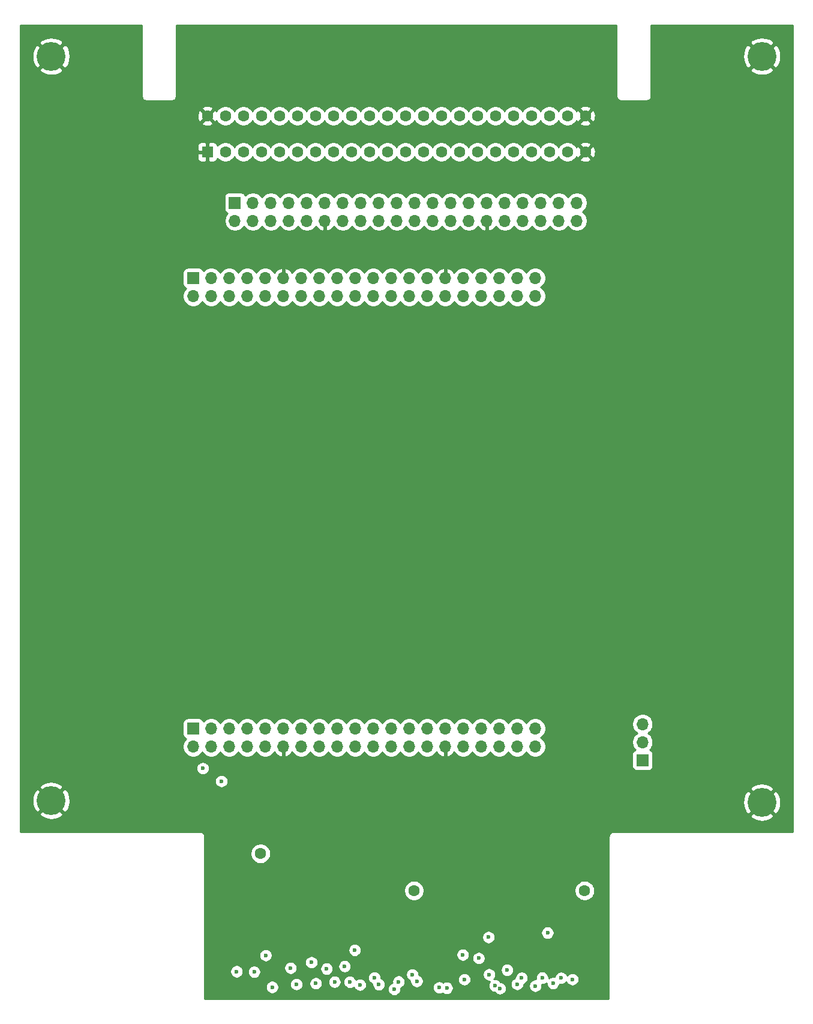
<source format=gbr>
%TF.GenerationSoftware,KiCad,Pcbnew,(5.1.9)-1*%
%TF.CreationDate,2025-01-23T06:38:53-08:00*%
%TF.ProjectId,RADA3K,52414441-334b-42e6-9b69-6361645f7063,rev?*%
%TF.SameCoordinates,Original*%
%TF.FileFunction,Copper,L5,Inr*%
%TF.FilePolarity,Positive*%
%FSLAX46Y46*%
G04 Gerber Fmt 4.6, Leading zero omitted, Abs format (unit mm)*
G04 Created by KiCad (PCBNEW (5.1.9)-1) date 2025-01-23 06:38:53*
%MOMM*%
%LPD*%
G01*
G04 APERTURE LIST*
%TA.AperFunction,ComponentPad*%
%ADD10O,1.700000X1.700000*%
%TD*%
%TA.AperFunction,ComponentPad*%
%ADD11R,1.700000X1.700000*%
%TD*%
%TA.AperFunction,ComponentPad*%
%ADD12C,1.600000*%
%TD*%
%TA.AperFunction,ComponentPad*%
%ADD13R,1.600000X1.600000*%
%TD*%
%TA.AperFunction,ComponentPad*%
%ADD14C,4.064000*%
%TD*%
%TA.AperFunction,ViaPad*%
%ADD15C,1.600000*%
%TD*%
%TA.AperFunction,ViaPad*%
%ADD16C,0.600000*%
%TD*%
%TA.AperFunction,Conductor*%
%ADD17C,0.254000*%
%TD*%
%TA.AperFunction,Conductor*%
%ADD18C,0.100000*%
%TD*%
G04 APERTURE END LIST*
D10*
%TO.N,/_CHAREN*%
%TO.C,J1*%
X120230900Y-124460000D03*
%TO.N,/_HIRAM*%
X120230900Y-127000000D03*
D11*
%TO.N,/_LORAM*%
X120230900Y-129540000D03*
%TD*%
D10*
%TO.N,/GPIO_1_1*%
%TO.C,J4*%
X110960000Y-53500000D03*
%TO.N,Net-(J4-Pad39)*%
X110960000Y-50960000D03*
%TO.N,/GPIO_1_3*%
X108420000Y-53500000D03*
%TO.N,Net-(J4-Pad37)*%
X108420000Y-50960000D03*
%TO.N,/GPIO_1_5*%
X105880000Y-53500000D03*
%TO.N,Net-(J4-Pad35)*%
X105880000Y-50960000D03*
%TO.N,/GPIO_1_7*%
X103340000Y-53500000D03*
%TO.N,/GPIO_1_6*%
X103340000Y-50960000D03*
%TO.N,/GPIO_1_9*%
X100800000Y-53500000D03*
%TO.N,/GPIO_1_8*%
X100800000Y-50960000D03*
%TO.N,GND*%
X98260000Y-53500000D03*
%TO.N,/FPGA_5V*%
X98260000Y-50960000D03*
%TO.N,/GPIO_1_11*%
X95720000Y-53500000D03*
%TO.N,/GPIO_1_10*%
X95720000Y-50960000D03*
%TO.N,/GPIO_1_13*%
X93180000Y-53500000D03*
%TO.N,/GPIO_1_12*%
X93180000Y-50960000D03*
%TO.N,/GPIO_1_15*%
X90640000Y-53500000D03*
%TO.N,/GPIO_1_14*%
X90640000Y-50960000D03*
%TO.N,/GPIO_1_17*%
X88100000Y-53500000D03*
%TO.N,/GPIO_1_16*%
X88100000Y-50960000D03*
%TO.N,/GPIO_1_19*%
X85560000Y-53500000D03*
%TO.N,/GPIO_1_18*%
X85560000Y-50960000D03*
%TO.N,/GPIO_1_21*%
X83020000Y-53500000D03*
%TO.N,/GPIO_1_20*%
X83020000Y-50960000D03*
%TO.N,/GPIO_1_23*%
X80480000Y-53500000D03*
%TO.N,/GPIO_1_22*%
X80480000Y-50960000D03*
%TO.N,/GPIO_1_25*%
X77940000Y-53500000D03*
%TO.N,/GPIO_1_24*%
X77940000Y-50960000D03*
%TO.N,GND*%
X75400000Y-53500000D03*
%TO.N,/FPGA_3V*%
X75400000Y-50960000D03*
%TO.N,/GPIO_1_27*%
X72860000Y-53500000D03*
%TO.N,/GPIO_1_26*%
X72860000Y-50960000D03*
%TO.N,/GPIO_1_29*%
X70320000Y-53500000D03*
%TO.N,/GPIO_1_28*%
X70320000Y-50960000D03*
%TO.N,/GPIO_1_31*%
X67780000Y-53500000D03*
%TO.N,/GPIO_1_30*%
X67780000Y-50960000D03*
%TO.N,/GPIO_1_33*%
X65240000Y-53500000D03*
%TO.N,/FPGA__NMI*%
X65240000Y-50960000D03*
%TO.N,/GPIO_1_35*%
X62700000Y-53500000D03*
D11*
%TO.N,/FPGA__RST*%
X62700000Y-50960000D03*
%TD*%
D12*
%TO.N,GND*%
%TO.C,J5*%
X112166400Y-38722300D03*
%TO.N,/A0*%
X109626400Y-38722300D03*
%TO.N,/A1*%
X107086400Y-38722300D03*
%TO.N,/A2*%
X104546400Y-38722300D03*
%TO.N,/A3*%
X102006400Y-38722300D03*
%TO.N,/A4*%
X99466400Y-38722300D03*
%TO.N,/A5*%
X96926400Y-38722300D03*
%TO.N,/A6*%
X94386400Y-38722300D03*
%TO.N,/A7*%
X91846400Y-38722300D03*
%TO.N,/A8*%
X89306400Y-38722300D03*
%TO.N,/A9*%
X86766400Y-38722300D03*
%TO.N,/A10*%
X84226400Y-38722300D03*
%TO.N,/A11*%
X81686400Y-38722300D03*
%TO.N,/A12*%
X79146400Y-38722300D03*
%TO.N,/A13*%
X76606400Y-38722300D03*
%TO.N,/A14*%
X74066400Y-38722300D03*
%TO.N,/A15*%
X71526400Y-38722300D03*
%TO.N,/PHI2*%
X68986400Y-38722300D03*
%TO.N,/_NMI*%
X66446400Y-38722300D03*
%TO.N,/_RST*%
X63906400Y-38722300D03*
%TO.N,/_ROMH*%
X61366400Y-38722300D03*
%TO.N,GND*%
X58826400Y-38722300D03*
X112166400Y-43802300D03*
%TO.N,/D0*%
X109626400Y-43802300D03*
%TO.N,/D1*%
X107086400Y-43802300D03*
%TO.N,/D2*%
X104546400Y-43802300D03*
%TO.N,/D3*%
X102006400Y-43802300D03*
%TO.N,/D4*%
X99466400Y-43802300D03*
%TO.N,/D5*%
X96926400Y-43802300D03*
%TO.N,/D6*%
X94386400Y-43802300D03*
%TO.N,/D7*%
X91846400Y-43802300D03*
%TO.N,/_DMA*%
X89306400Y-43802300D03*
%TO.N,/BA*%
X86766400Y-43802300D03*
%TO.N,/_ROML*%
X84226400Y-43802300D03*
%TO.N,/_IO2*%
X81686400Y-43802300D03*
%TO.N,/_EXROM*%
X79146400Y-43802300D03*
%TO.N,/_GAME*%
X76606400Y-43802300D03*
%TO.N,/_IO1*%
X74066400Y-43802300D03*
%TO.N,/DOT_CLK*%
X71526400Y-43802300D03*
%TO.N,/R__W*%
X68986400Y-43802300D03*
%TO.N,/_IRQ*%
X66446400Y-43802300D03*
%TO.N,+5V*%
X63906400Y-43802300D03*
D13*
%TO.N,GND*%
X58826400Y-43802300D03*
D12*
%TO.N,+5V*%
X61366400Y-43802300D03*
%TD*%
D10*
%TO.N,/FPGA__CHAREN*%
%TO.C,J3*%
X105086400Y-64122300D03*
%TO.N,/GPIO_1_1*%
X105086400Y-61582300D03*
%TO.N,/FPGA__HIRAM*%
X102546400Y-64122300D03*
%TO.N,/GPIO_1_3*%
X102546400Y-61582300D03*
%TO.N,/FPGA__LORAM*%
X100006400Y-64122300D03*
%TO.N,/GPIO_1_5*%
X100006400Y-61582300D03*
%TO.N,/GPIO_1_6*%
X97466400Y-64122300D03*
%TO.N,/GPIO_1_7*%
X97466400Y-61582300D03*
%TO.N,/GPIO_1_8*%
X94926400Y-64122300D03*
%TO.N,/GPIO_1_9*%
X94926400Y-61582300D03*
%TO.N,/FPGA_5V*%
X92386400Y-64122300D03*
%TO.N,GND*%
X92386400Y-61582300D03*
%TO.N,/GPIO_1_10*%
X89846400Y-64122300D03*
%TO.N,/GPIO_1_11*%
X89846400Y-61582300D03*
%TO.N,/GPIO_1_12*%
X87306400Y-64122300D03*
%TO.N,/GPIO_1_13*%
X87306400Y-61582300D03*
%TO.N,/GPIO_1_14*%
X84766400Y-64122300D03*
%TO.N,/GPIO_1_15*%
X84766400Y-61582300D03*
%TO.N,/GPIO_1_16*%
X82226400Y-64122300D03*
%TO.N,/GPIO_1_17*%
X82226400Y-61582300D03*
%TO.N,/GPIO_1_18*%
X79686400Y-64122300D03*
%TO.N,/GPIO_1_19*%
X79686400Y-61582300D03*
%TO.N,/GPIO_1_20*%
X77146400Y-64122300D03*
%TO.N,/GPIO_1_21*%
X77146400Y-61582300D03*
%TO.N,/GPIO_1_22*%
X74606400Y-64122300D03*
%TO.N,/GPIO_1_23*%
X74606400Y-61582300D03*
%TO.N,/GPIO_1_24*%
X72066400Y-64122300D03*
%TO.N,/GPIO_1_25*%
X72066400Y-61582300D03*
%TO.N,/FPGA_3V*%
X69526400Y-64122300D03*
%TO.N,GND*%
X69526400Y-61582300D03*
%TO.N,/GPIO_1_26*%
X66986400Y-64122300D03*
%TO.N,/GPIO_1_27*%
X66986400Y-61582300D03*
%TO.N,/GPIO_1_28*%
X64446400Y-64122300D03*
%TO.N,/GPIO_1_29*%
X64446400Y-61582300D03*
%TO.N,/GPIO_1_30*%
X61906400Y-64122300D03*
%TO.N,/GPIO_1_31*%
X61906400Y-61582300D03*
%TO.N,/FPGA__NMI*%
X59366400Y-64122300D03*
%TO.N,/GPIO_1_33*%
X59366400Y-61582300D03*
%TO.N,/FPGA__RST*%
X56826400Y-64122300D03*
D11*
%TO.N,/GPIO_1_35*%
X56826400Y-61582300D03*
%TD*%
D10*
%TO.N,/FPGA_A0*%
%TO.C,J2*%
X105086400Y-127622300D03*
%TO.N,/FPGA_D0*%
X105086400Y-125082300D03*
%TO.N,/FPGA_D1*%
X102546400Y-127622300D03*
%TO.N,/FPGA_A1*%
X102546400Y-125082300D03*
%TO.N,/FPGA_D2*%
X100006400Y-127622300D03*
%TO.N,/FPGA_A2*%
X100006400Y-125082300D03*
%TO.N,/FPGA_D3*%
X97466400Y-127622300D03*
%TO.N,/FPGA_A3*%
X97466400Y-125082300D03*
%TO.N,/FPGA_D4*%
X94926400Y-127622300D03*
%TO.N,/FPGA_A4*%
X94926400Y-125082300D03*
%TO.N,GND*%
X92386400Y-127622300D03*
%TO.N,Net-(J2-Pad29)*%
X92386400Y-125082300D03*
%TO.N,/FPGA_A5*%
X89846400Y-127622300D03*
%TO.N,/FPGA_D5*%
X89846400Y-125082300D03*
%TO.N,/FPGA_A6*%
X87306400Y-127622300D03*
%TO.N,/FPGA_D6*%
X87306400Y-125082300D03*
%TO.N,/FPGA_A7*%
X84766400Y-127622300D03*
%TO.N,/FPGA_D7*%
X84766400Y-125082300D03*
%TO.N,/FPGA__DMA*%
X82226400Y-127622300D03*
%TO.N,/FPGA_A8*%
X82226400Y-125082300D03*
%TO.N,/FPGA_A9*%
X79686400Y-127622300D03*
%TO.N,/FPGA_BA*%
X79686400Y-125082300D03*
%TO.N,/FPGA_A10*%
X77146400Y-127622300D03*
%TO.N,/FPGA__ROML*%
X77146400Y-125082300D03*
%TO.N,/FPGA_A11*%
X74606400Y-127622300D03*
%TO.N,/FPGA__IO2*%
X74606400Y-125082300D03*
%TO.N,/FPGA_A12*%
X72066400Y-127622300D03*
%TO.N,/FPGA__EXROM*%
X72066400Y-125082300D03*
%TO.N,GND*%
X69526400Y-127622300D03*
%TO.N,Net-(J2-Pad11)*%
X69526400Y-125082300D03*
%TO.N,/FPGA__GAME*%
X66986400Y-127622300D03*
%TO.N,/FPGA_A13*%
X66986400Y-125082300D03*
%TO.N,/FPGA__IO1*%
X64446400Y-127622300D03*
%TO.N,/FPGA_A14*%
X64446400Y-125082300D03*
%TO.N,/FPGA_DOT_CLK*%
X61906400Y-127622300D03*
%TO.N,/FPGA_A15*%
X61906400Y-125082300D03*
%TO.N,/FPGA_R__W*%
X59366400Y-127622300D03*
%TO.N,/FPGA_PHI2*%
X59366400Y-125082300D03*
%TO.N,/FPGA__ROMH*%
X56826400Y-127622300D03*
D11*
%TO.N,/FPGA__IRQ*%
X56826400Y-125082300D03*
%TD*%
D14*
%TO.N,GND*%
%TO.C,GND*%
X137063972Y-135496300D03*
%TD*%
%TO.N,GND*%
%TO.C,GND*%
X36791900Y-135242300D03*
%TD*%
%TO.N,GND*%
%TO.C,GND*%
X137063972Y-30314900D03*
%TD*%
%TO.N,GND*%
%TO.C,GND*%
X36791900Y-30314900D03*
%TD*%
D15*
%TO.N,GND*%
X113779300Y-159651700D03*
D16*
X60413900Y-161594800D03*
X110636400Y-146152300D03*
X69146400Y-146012300D03*
X94259400Y-147180300D03*
X92956400Y-141262300D03*
X86169500Y-149136100D03*
X69256400Y-142052300D03*
D15*
X66306700Y-151358600D03*
X43586400Y-120510300D03*
X43586400Y-94602300D03*
X43586400Y-69202300D03*
X43586400Y-46342300D03*
X119760000Y-113750000D03*
X119786400Y-69202300D03*
X119786400Y-94602300D03*
X119786400Y-46342300D03*
X87972900Y-140246100D03*
X112077500Y-140246100D03*
D16*
X113753900Y-161531300D03*
D15*
X68986400Y-69202300D03*
X94386400Y-69202300D03*
X94386400Y-94602300D03*
X68986400Y-120510300D03*
X94386400Y-120510300D03*
%TO.N,+3V3*%
X112064800Y-147916900D03*
X66332100Y-142709900D03*
X87972900Y-147916900D03*
D16*
%TO.N,/A8*%
X91528900Y-161594800D03*
%TO.N,/A0*%
X110326400Y-160442300D03*
%TO.N,/A9*%
X88366400Y-160692300D03*
%TO.N,/A1*%
X107600000Y-161000000D03*
%TO.N,/A10*%
X85816400Y-160772300D03*
%TO.N,/A2*%
X105106400Y-161362300D03*
%TO.N,/A3*%
X102536400Y-161108800D03*
%TO.N,/A15*%
X74126400Y-161012300D03*
%TO.N,/A7*%
X92608400Y-161658300D03*
%TO.N,/A14*%
X76776400Y-160792300D03*
%TO.N,/A6*%
X95084900Y-160451800D03*
%TO.N,/A13*%
X78906400Y-160802300D03*
%TO.N,/A5*%
X98577400Y-159753300D03*
%TO.N,/A12*%
X80352900Y-161213800D03*
%TO.N,/A4*%
X100101400Y-161721800D03*
%TO.N,/A11*%
X83019900Y-161150300D03*
%TO.N,/D0*%
X106822050Y-153877950D03*
%TO.N,/D1*%
X108736400Y-160236400D03*
%TO.N,/D2*%
X106074870Y-160225130D03*
%TO.N,/D3*%
X103168310Y-160242390D03*
%TO.N,/D4*%
X101117400Y-159118300D03*
%TO.N,/D5*%
X99375400Y-161313300D03*
%TO.N,/D6*%
X98500000Y-154500000D03*
%TO.N,/D7*%
X97111400Y-157455849D03*
%TO.N,/_ROMH*%
X62956400Y-159332300D03*
%TO.N,/R__W*%
X70573900Y-158826100D03*
%TO.N,/_IRQ*%
X67054350Y-157054350D03*
%TO.N,/_RST*%
X65436400Y-159382300D03*
%TO.N,/PHI2*%
X71386400Y-161132300D03*
%TO.N,/_NMI*%
X67970400Y-161531300D03*
%TO.N,/DOT_CLK*%
X73501399Y-158044471D03*
%TO.N,/_IO1*%
X75653900Y-158946100D03*
%TO.N,/_GAME*%
X78193900Y-158593900D03*
%TO.N,/_EXROM*%
X79616400Y-156316400D03*
%TO.N,/_IO2*%
X82394899Y-160205101D03*
%TO.N,/_ROML*%
X85188900Y-161817299D03*
%TO.N,/BA*%
X87741399Y-159758601D03*
%TO.N,/_DMA*%
X94874350Y-156974350D03*
%TO.N,/FPGA__RST*%
X58180000Y-130680000D03*
%TO.N,/FPGA__NMI*%
X60800000Y-132500000D03*
%TD*%
D17*
%TO.N,GND*%
X116536400Y-35857423D02*
X116532965Y-35892300D01*
X116546673Y-36031484D01*
X116587272Y-36165320D01*
X116653200Y-36288663D01*
X116741925Y-36396775D01*
X116850037Y-36485500D01*
X116973380Y-36551428D01*
X117107216Y-36592027D01*
X117246400Y-36605735D01*
X117281277Y-36602300D01*
X120711523Y-36602300D01*
X120746400Y-36605735D01*
X120781277Y-36602300D01*
X120885584Y-36592027D01*
X121019420Y-36551428D01*
X121142763Y-36485500D01*
X121250875Y-36396775D01*
X121339600Y-36288663D01*
X121405528Y-36165320D01*
X121446127Y-36031484D01*
X121459835Y-35892300D01*
X121456400Y-35857423D01*
X121456400Y-32185164D01*
X135373313Y-32185164D01*
X135593279Y-32555201D01*
X136058599Y-32799072D01*
X136562555Y-32947478D01*
X137085780Y-32994715D01*
X137608167Y-32938969D01*
X138109641Y-32782381D01*
X138534665Y-32555201D01*
X138754631Y-32185164D01*
X137063972Y-30494505D01*
X135373313Y-32185164D01*
X121456400Y-32185164D01*
X121456400Y-30336708D01*
X134384157Y-30336708D01*
X134439903Y-30859095D01*
X134596491Y-31360569D01*
X134823671Y-31785593D01*
X135193708Y-32005559D01*
X136884367Y-30314900D01*
X137243577Y-30314900D01*
X138934236Y-32005559D01*
X139304273Y-31785593D01*
X139548144Y-31320273D01*
X139696550Y-30816317D01*
X139743787Y-30293092D01*
X139688041Y-29770705D01*
X139531453Y-29269231D01*
X139304273Y-28844207D01*
X138934236Y-28624241D01*
X137243577Y-30314900D01*
X136884367Y-30314900D01*
X135193708Y-28624241D01*
X134823671Y-28844207D01*
X134579800Y-29309527D01*
X134431394Y-29813483D01*
X134384157Y-30336708D01*
X121456400Y-30336708D01*
X121456400Y-28444636D01*
X135373313Y-28444636D01*
X137063972Y-30135295D01*
X138754631Y-28444636D01*
X138534665Y-28074599D01*
X138069345Y-27830728D01*
X137565389Y-27682322D01*
X137042164Y-27635085D01*
X136519777Y-27690831D01*
X136018303Y-27847419D01*
X135593279Y-28074599D01*
X135373313Y-28444636D01*
X121456400Y-28444636D01*
X121456400Y-25944900D01*
X141433973Y-25944900D01*
X141433972Y-139612300D01*
X116193777Y-139612300D01*
X116158900Y-139608865D01*
X116124023Y-139612300D01*
X116019716Y-139622573D01*
X115885880Y-139663172D01*
X115762537Y-139729100D01*
X115654425Y-139817825D01*
X115565700Y-139925937D01*
X115499772Y-140049280D01*
X115459173Y-140183116D01*
X115445465Y-140322300D01*
X115448901Y-140357187D01*
X115448900Y-142643176D01*
X115448901Y-142643186D01*
X115448900Y-163173000D01*
X58464900Y-163173000D01*
X58464900Y-161439211D01*
X67035400Y-161439211D01*
X67035400Y-161623389D01*
X67071332Y-161804029D01*
X67141814Y-161974189D01*
X67244138Y-162127328D01*
X67374372Y-162257562D01*
X67527511Y-162359886D01*
X67697671Y-162430368D01*
X67878311Y-162466300D01*
X68062489Y-162466300D01*
X68243129Y-162430368D01*
X68413289Y-162359886D01*
X68566428Y-162257562D01*
X68696662Y-162127328D01*
X68798986Y-161974189D01*
X68869468Y-161804029D01*
X68905400Y-161623389D01*
X68905400Y-161439211D01*
X68869468Y-161258571D01*
X68798986Y-161088411D01*
X68766780Y-161040211D01*
X70451400Y-161040211D01*
X70451400Y-161224389D01*
X70487332Y-161405029D01*
X70557814Y-161575189D01*
X70660138Y-161728328D01*
X70790372Y-161858562D01*
X70943511Y-161960886D01*
X71113671Y-162031368D01*
X71294311Y-162067300D01*
X71478489Y-162067300D01*
X71659129Y-162031368D01*
X71829289Y-161960886D01*
X71982428Y-161858562D01*
X72112662Y-161728328D01*
X72214986Y-161575189D01*
X72285468Y-161405029D01*
X72321400Y-161224389D01*
X72321400Y-161040211D01*
X72297531Y-160920211D01*
X73191400Y-160920211D01*
X73191400Y-161104389D01*
X73227332Y-161285029D01*
X73297814Y-161455189D01*
X73400138Y-161608328D01*
X73530372Y-161738562D01*
X73683511Y-161840886D01*
X73853671Y-161911368D01*
X74034311Y-161947300D01*
X74218489Y-161947300D01*
X74399129Y-161911368D01*
X74569289Y-161840886D01*
X74722428Y-161738562D01*
X74852662Y-161608328D01*
X74954986Y-161455189D01*
X75025468Y-161285029D01*
X75061400Y-161104389D01*
X75061400Y-160920211D01*
X75025468Y-160739571D01*
X75009165Y-160700211D01*
X75841400Y-160700211D01*
X75841400Y-160884389D01*
X75877332Y-161065029D01*
X75947814Y-161235189D01*
X76050138Y-161388328D01*
X76180372Y-161518562D01*
X76333511Y-161620886D01*
X76503671Y-161691368D01*
X76684311Y-161727300D01*
X76868489Y-161727300D01*
X77049129Y-161691368D01*
X77219289Y-161620886D01*
X77372428Y-161518562D01*
X77502662Y-161388328D01*
X77604986Y-161235189D01*
X77675468Y-161065029D01*
X77711400Y-160884389D01*
X77711400Y-160710211D01*
X77971400Y-160710211D01*
X77971400Y-160894389D01*
X78007332Y-161075029D01*
X78077814Y-161245189D01*
X78180138Y-161398328D01*
X78310372Y-161528562D01*
X78463511Y-161630886D01*
X78633671Y-161701368D01*
X78814311Y-161737300D01*
X78998489Y-161737300D01*
X79179129Y-161701368D01*
X79349289Y-161630886D01*
X79478003Y-161544882D01*
X79524314Y-161656689D01*
X79626638Y-161809828D01*
X79756872Y-161940062D01*
X79910011Y-162042386D01*
X80080171Y-162112868D01*
X80260811Y-162148800D01*
X80444989Y-162148800D01*
X80625629Y-162112868D01*
X80795789Y-162042386D01*
X80948928Y-161940062D01*
X81079162Y-161809828D01*
X81181486Y-161656689D01*
X81251968Y-161486529D01*
X81287900Y-161305889D01*
X81287900Y-161121711D01*
X81251968Y-160941071D01*
X81181486Y-160770911D01*
X81079162Y-160617772D01*
X80948928Y-160487538D01*
X80795789Y-160385214D01*
X80625629Y-160314732D01*
X80444989Y-160278800D01*
X80260811Y-160278800D01*
X80080171Y-160314732D01*
X79910011Y-160385214D01*
X79781297Y-160471218D01*
X79734986Y-160359411D01*
X79632662Y-160206272D01*
X79539402Y-160113012D01*
X81459899Y-160113012D01*
X81459899Y-160297190D01*
X81495831Y-160477830D01*
X81566313Y-160647990D01*
X81668637Y-160801129D01*
X81798871Y-160931363D01*
X81952010Y-161033687D01*
X82084900Y-161088731D01*
X82084900Y-161242389D01*
X82120832Y-161423029D01*
X82191314Y-161593189D01*
X82293638Y-161746328D01*
X82423872Y-161876562D01*
X82577011Y-161978886D01*
X82747171Y-162049368D01*
X82927811Y-162085300D01*
X83111989Y-162085300D01*
X83292629Y-162049368D01*
X83462789Y-161978886D01*
X83615928Y-161876562D01*
X83746162Y-161746328D01*
X83760272Y-161725210D01*
X84253900Y-161725210D01*
X84253900Y-161909388D01*
X84289832Y-162090028D01*
X84360314Y-162260188D01*
X84462638Y-162413327D01*
X84592872Y-162543561D01*
X84746011Y-162645885D01*
X84916171Y-162716367D01*
X85096811Y-162752299D01*
X85280989Y-162752299D01*
X85461629Y-162716367D01*
X85631789Y-162645885D01*
X85784928Y-162543561D01*
X85915162Y-162413327D01*
X86017486Y-162260188D01*
X86087968Y-162090028D01*
X86123900Y-161909388D01*
X86123900Y-161725210D01*
X86111358Y-161662160D01*
X86259289Y-161600886D01*
X86412428Y-161498562D01*
X86542662Y-161368328D01*
X86644986Y-161215189D01*
X86715468Y-161045029D01*
X86751400Y-160864389D01*
X86751400Y-160680211D01*
X86715468Y-160499571D01*
X86644986Y-160329411D01*
X86542662Y-160176272D01*
X86412428Y-160046038D01*
X86259289Y-159943714D01*
X86089129Y-159873232D01*
X85908489Y-159837300D01*
X85724311Y-159837300D01*
X85543671Y-159873232D01*
X85373511Y-159943714D01*
X85220372Y-160046038D01*
X85090138Y-160176272D01*
X84987814Y-160329411D01*
X84917332Y-160499571D01*
X84881400Y-160680211D01*
X84881400Y-160864389D01*
X84893942Y-160927439D01*
X84746011Y-160988713D01*
X84592872Y-161091037D01*
X84462638Y-161221271D01*
X84360314Y-161374410D01*
X84289832Y-161544570D01*
X84253900Y-161725210D01*
X83760272Y-161725210D01*
X83848486Y-161593189D01*
X83918968Y-161423029D01*
X83954900Y-161242389D01*
X83954900Y-161058211D01*
X83918968Y-160877571D01*
X83848486Y-160707411D01*
X83746162Y-160554272D01*
X83615928Y-160424038D01*
X83462789Y-160321714D01*
X83329899Y-160266670D01*
X83329899Y-160113012D01*
X83293967Y-159932372D01*
X83223485Y-159762212D01*
X83159541Y-159666512D01*
X86806399Y-159666512D01*
X86806399Y-159850690D01*
X86842331Y-160031330D01*
X86912813Y-160201490D01*
X87015137Y-160354629D01*
X87145371Y-160484863D01*
X87298510Y-160587187D01*
X87431400Y-160642231D01*
X87431400Y-160784389D01*
X87467332Y-160965029D01*
X87537814Y-161135189D01*
X87640138Y-161288328D01*
X87770372Y-161418562D01*
X87923511Y-161520886D01*
X88093671Y-161591368D01*
X88274311Y-161627300D01*
X88458489Y-161627300D01*
X88639129Y-161591368D01*
X88809289Y-161520886D01*
X88836489Y-161502711D01*
X90593900Y-161502711D01*
X90593900Y-161686889D01*
X90629832Y-161867529D01*
X90700314Y-162037689D01*
X90802638Y-162190828D01*
X90932872Y-162321062D01*
X91086011Y-162423386D01*
X91256171Y-162493868D01*
X91436811Y-162529800D01*
X91620989Y-162529800D01*
X91801629Y-162493868D01*
X91971789Y-162423386D01*
X92021133Y-162390416D01*
X92165511Y-162486886D01*
X92335671Y-162557368D01*
X92516311Y-162593300D01*
X92700489Y-162593300D01*
X92881129Y-162557368D01*
X93051289Y-162486886D01*
X93204428Y-162384562D01*
X93334662Y-162254328D01*
X93436986Y-162101189D01*
X93507468Y-161931029D01*
X93543400Y-161750389D01*
X93543400Y-161566211D01*
X93507468Y-161385571D01*
X93436986Y-161215411D01*
X93334662Y-161062272D01*
X93204428Y-160932038D01*
X93051289Y-160829714D01*
X92881129Y-160759232D01*
X92700489Y-160723300D01*
X92516311Y-160723300D01*
X92335671Y-160759232D01*
X92165511Y-160829714D01*
X92116167Y-160862684D01*
X91971789Y-160766214D01*
X91801629Y-160695732D01*
X91620989Y-160659800D01*
X91436811Y-160659800D01*
X91256171Y-160695732D01*
X91086011Y-160766214D01*
X90932872Y-160868538D01*
X90802638Y-160998772D01*
X90700314Y-161151911D01*
X90629832Y-161322071D01*
X90593900Y-161502711D01*
X88836489Y-161502711D01*
X88962428Y-161418562D01*
X89092662Y-161288328D01*
X89194986Y-161135189D01*
X89265468Y-160965029D01*
X89301400Y-160784389D01*
X89301400Y-160600211D01*
X89265468Y-160419571D01*
X89240674Y-160359711D01*
X94149900Y-160359711D01*
X94149900Y-160543889D01*
X94185832Y-160724529D01*
X94256314Y-160894689D01*
X94358638Y-161047828D01*
X94488872Y-161178062D01*
X94642011Y-161280386D01*
X94812171Y-161350868D01*
X94992811Y-161386800D01*
X95176989Y-161386800D01*
X95357629Y-161350868D01*
X95527789Y-161280386D01*
X95680928Y-161178062D01*
X95811162Y-161047828D01*
X95913486Y-160894689D01*
X95983968Y-160724529D01*
X96019900Y-160543889D01*
X96019900Y-160359711D01*
X95983968Y-160179071D01*
X95913486Y-160008911D01*
X95811162Y-159855772D01*
X95680928Y-159725538D01*
X95584656Y-159661211D01*
X97642400Y-159661211D01*
X97642400Y-159845389D01*
X97678332Y-160026029D01*
X97748814Y-160196189D01*
X97851138Y-160349328D01*
X97981372Y-160479562D01*
X98134511Y-160581886D01*
X98304671Y-160652368D01*
X98485311Y-160688300D01*
X98669489Y-160688300D01*
X98680251Y-160686159D01*
X98649138Y-160717272D01*
X98546814Y-160870411D01*
X98476332Y-161040571D01*
X98440400Y-161221211D01*
X98440400Y-161405389D01*
X98476332Y-161586029D01*
X98546814Y-161756189D01*
X98649138Y-161909328D01*
X98779372Y-162039562D01*
X98932511Y-162141886D01*
X99102671Y-162212368D01*
X99283311Y-162248300D01*
X99328681Y-162248300D01*
X99375138Y-162317828D01*
X99505372Y-162448062D01*
X99658511Y-162550386D01*
X99828671Y-162620868D01*
X100009311Y-162656800D01*
X100193489Y-162656800D01*
X100374129Y-162620868D01*
X100544289Y-162550386D01*
X100697428Y-162448062D01*
X100827662Y-162317828D01*
X100929986Y-162164689D01*
X101000468Y-161994529D01*
X101036400Y-161813889D01*
X101036400Y-161629711D01*
X101000468Y-161449071D01*
X100929986Y-161278911D01*
X100827662Y-161125772D01*
X100718601Y-161016711D01*
X101601400Y-161016711D01*
X101601400Y-161200889D01*
X101637332Y-161381529D01*
X101707814Y-161551689D01*
X101810138Y-161704828D01*
X101940372Y-161835062D01*
X102093511Y-161937386D01*
X102263671Y-162007868D01*
X102444311Y-162043800D01*
X102628489Y-162043800D01*
X102809129Y-162007868D01*
X102979289Y-161937386D01*
X103132428Y-161835062D01*
X103262662Y-161704828D01*
X103364986Y-161551689D01*
X103435468Y-161381529D01*
X103457610Y-161270211D01*
X104171400Y-161270211D01*
X104171400Y-161454389D01*
X104207332Y-161635029D01*
X104277814Y-161805189D01*
X104380138Y-161958328D01*
X104510372Y-162088562D01*
X104663511Y-162190886D01*
X104833671Y-162261368D01*
X105014311Y-162297300D01*
X105198489Y-162297300D01*
X105379129Y-162261368D01*
X105549289Y-162190886D01*
X105702428Y-162088562D01*
X105832662Y-161958328D01*
X105934986Y-161805189D01*
X106005468Y-161635029D01*
X106041400Y-161454389D01*
X106041400Y-161270211D01*
X106019503Y-161160130D01*
X106166959Y-161160130D01*
X106347599Y-161124198D01*
X106517759Y-161053716D01*
X106665000Y-160955333D01*
X106665000Y-161092089D01*
X106700932Y-161272729D01*
X106771414Y-161442889D01*
X106873738Y-161596028D01*
X107003972Y-161726262D01*
X107157111Y-161828586D01*
X107327271Y-161899068D01*
X107507911Y-161935000D01*
X107692089Y-161935000D01*
X107872729Y-161899068D01*
X108042889Y-161828586D01*
X108196028Y-161726262D01*
X108326262Y-161596028D01*
X108428586Y-161442889D01*
X108499068Y-161272729D01*
X108523985Y-161147465D01*
X108644311Y-161171400D01*
X108828489Y-161171400D01*
X109009129Y-161135468D01*
X109179289Y-161064986D01*
X109332428Y-160962662D01*
X109462662Y-160832428D01*
X109470871Y-160820142D01*
X109497814Y-160885189D01*
X109600138Y-161038328D01*
X109730372Y-161168562D01*
X109883511Y-161270886D01*
X110053671Y-161341368D01*
X110234311Y-161377300D01*
X110418489Y-161377300D01*
X110599129Y-161341368D01*
X110769289Y-161270886D01*
X110922428Y-161168562D01*
X111052662Y-161038328D01*
X111154986Y-160885189D01*
X111225468Y-160715029D01*
X111261400Y-160534389D01*
X111261400Y-160350211D01*
X111225468Y-160169571D01*
X111154986Y-159999411D01*
X111052662Y-159846272D01*
X110922428Y-159716038D01*
X110769289Y-159613714D01*
X110599129Y-159543232D01*
X110418489Y-159507300D01*
X110234311Y-159507300D01*
X110053671Y-159543232D01*
X109883511Y-159613714D01*
X109730372Y-159716038D01*
X109600138Y-159846272D01*
X109591929Y-159858558D01*
X109564986Y-159793511D01*
X109462662Y-159640372D01*
X109332428Y-159510138D01*
X109179289Y-159407814D01*
X109009129Y-159337332D01*
X108828489Y-159301400D01*
X108644311Y-159301400D01*
X108463671Y-159337332D01*
X108293511Y-159407814D01*
X108140372Y-159510138D01*
X108010138Y-159640372D01*
X107907814Y-159793511D01*
X107837332Y-159963671D01*
X107812415Y-160088935D01*
X107692089Y-160065000D01*
X107507911Y-160065000D01*
X107327271Y-160100932D01*
X107157111Y-160171414D01*
X107009870Y-160269797D01*
X107009870Y-160133041D01*
X106973938Y-159952401D01*
X106903456Y-159782241D01*
X106801132Y-159629102D01*
X106670898Y-159498868D01*
X106517759Y-159396544D01*
X106347599Y-159326062D01*
X106166959Y-159290130D01*
X105982781Y-159290130D01*
X105802141Y-159326062D01*
X105631981Y-159396544D01*
X105478842Y-159498868D01*
X105348608Y-159629102D01*
X105246284Y-159782241D01*
X105175802Y-159952401D01*
X105139870Y-160133041D01*
X105139870Y-160317219D01*
X105161767Y-160427300D01*
X105014311Y-160427300D01*
X104833671Y-160463232D01*
X104663511Y-160533714D01*
X104510372Y-160636038D01*
X104380138Y-160766272D01*
X104277814Y-160919411D01*
X104207332Y-161089571D01*
X104171400Y-161270211D01*
X103457610Y-161270211D01*
X103471400Y-161200889D01*
X103471400Y-161128882D01*
X103611199Y-161070976D01*
X103764338Y-160968652D01*
X103894572Y-160838418D01*
X103996896Y-160685279D01*
X104067378Y-160515119D01*
X104103310Y-160334479D01*
X104103310Y-160150301D01*
X104067378Y-159969661D01*
X103996896Y-159799501D01*
X103894572Y-159646362D01*
X103764338Y-159516128D01*
X103611199Y-159413804D01*
X103441039Y-159343322D01*
X103260399Y-159307390D01*
X103076221Y-159307390D01*
X102895581Y-159343322D01*
X102725421Y-159413804D01*
X102572282Y-159516128D01*
X102442048Y-159646362D01*
X102339724Y-159799501D01*
X102269242Y-159969661D01*
X102233310Y-160150301D01*
X102233310Y-160222308D01*
X102093511Y-160280214D01*
X101940372Y-160382538D01*
X101810138Y-160512772D01*
X101707814Y-160665911D01*
X101637332Y-160836071D01*
X101601400Y-161016711D01*
X100718601Y-161016711D01*
X100697428Y-160995538D01*
X100544289Y-160893214D01*
X100374129Y-160822732D01*
X100193489Y-160786800D01*
X100148119Y-160786800D01*
X100101662Y-160717272D01*
X99971428Y-160587038D01*
X99818289Y-160484714D01*
X99648129Y-160414232D01*
X99467489Y-160378300D01*
X99283311Y-160378300D01*
X99272549Y-160380441D01*
X99303662Y-160349328D01*
X99405986Y-160196189D01*
X99476468Y-160026029D01*
X99512400Y-159845389D01*
X99512400Y-159661211D01*
X99476468Y-159480571D01*
X99405986Y-159310411D01*
X99303662Y-159157272D01*
X99173428Y-159027038D01*
X99172191Y-159026211D01*
X100182400Y-159026211D01*
X100182400Y-159210389D01*
X100218332Y-159391029D01*
X100288814Y-159561189D01*
X100391138Y-159714328D01*
X100521372Y-159844562D01*
X100674511Y-159946886D01*
X100844671Y-160017368D01*
X101025311Y-160053300D01*
X101209489Y-160053300D01*
X101390129Y-160017368D01*
X101560289Y-159946886D01*
X101713428Y-159844562D01*
X101843662Y-159714328D01*
X101945986Y-159561189D01*
X102016468Y-159391029D01*
X102052400Y-159210389D01*
X102052400Y-159026211D01*
X102016468Y-158845571D01*
X101945986Y-158675411D01*
X101843662Y-158522272D01*
X101713428Y-158392038D01*
X101560289Y-158289714D01*
X101390129Y-158219232D01*
X101209489Y-158183300D01*
X101025311Y-158183300D01*
X100844671Y-158219232D01*
X100674511Y-158289714D01*
X100521372Y-158392038D01*
X100391138Y-158522272D01*
X100288814Y-158675411D01*
X100218332Y-158845571D01*
X100182400Y-159026211D01*
X99172191Y-159026211D01*
X99020289Y-158924714D01*
X98850129Y-158854232D01*
X98669489Y-158818300D01*
X98485311Y-158818300D01*
X98304671Y-158854232D01*
X98134511Y-158924714D01*
X97981372Y-159027038D01*
X97851138Y-159157272D01*
X97748814Y-159310411D01*
X97678332Y-159480571D01*
X97642400Y-159661211D01*
X95584656Y-159661211D01*
X95527789Y-159623214D01*
X95357629Y-159552732D01*
X95176989Y-159516800D01*
X94992811Y-159516800D01*
X94812171Y-159552732D01*
X94642011Y-159623214D01*
X94488872Y-159725538D01*
X94358638Y-159855772D01*
X94256314Y-160008911D01*
X94185832Y-160179071D01*
X94149900Y-160359711D01*
X89240674Y-160359711D01*
X89194986Y-160249411D01*
X89092662Y-160096272D01*
X88962428Y-159966038D01*
X88809289Y-159863714D01*
X88676399Y-159808670D01*
X88676399Y-159666512D01*
X88640467Y-159485872D01*
X88569985Y-159315712D01*
X88467661Y-159162573D01*
X88337427Y-159032339D01*
X88184288Y-158930015D01*
X88014128Y-158859533D01*
X87833488Y-158823601D01*
X87649310Y-158823601D01*
X87468670Y-158859533D01*
X87298510Y-158930015D01*
X87145371Y-159032339D01*
X87015137Y-159162573D01*
X86912813Y-159315712D01*
X86842331Y-159485872D01*
X86806399Y-159666512D01*
X83159541Y-159666512D01*
X83121161Y-159609073D01*
X82990927Y-159478839D01*
X82837788Y-159376515D01*
X82667628Y-159306033D01*
X82486988Y-159270101D01*
X82302810Y-159270101D01*
X82122170Y-159306033D01*
X81952010Y-159376515D01*
X81798871Y-159478839D01*
X81668637Y-159609073D01*
X81566313Y-159762212D01*
X81495831Y-159932372D01*
X81459899Y-160113012D01*
X79539402Y-160113012D01*
X79502428Y-160076038D01*
X79349289Y-159973714D01*
X79179129Y-159903232D01*
X78998489Y-159867300D01*
X78814311Y-159867300D01*
X78633671Y-159903232D01*
X78463511Y-159973714D01*
X78310372Y-160076038D01*
X78180138Y-160206272D01*
X78077814Y-160359411D01*
X78007332Y-160529571D01*
X77971400Y-160710211D01*
X77711400Y-160710211D01*
X77711400Y-160700211D01*
X77675468Y-160519571D01*
X77604986Y-160349411D01*
X77502662Y-160196272D01*
X77372428Y-160066038D01*
X77219289Y-159963714D01*
X77049129Y-159893232D01*
X76868489Y-159857300D01*
X76684311Y-159857300D01*
X76503671Y-159893232D01*
X76333511Y-159963714D01*
X76180372Y-160066038D01*
X76050138Y-160196272D01*
X75947814Y-160349411D01*
X75877332Y-160519571D01*
X75841400Y-160700211D01*
X75009165Y-160700211D01*
X74954986Y-160569411D01*
X74852662Y-160416272D01*
X74722428Y-160286038D01*
X74569289Y-160183714D01*
X74399129Y-160113232D01*
X74218489Y-160077300D01*
X74034311Y-160077300D01*
X73853671Y-160113232D01*
X73683511Y-160183714D01*
X73530372Y-160286038D01*
X73400138Y-160416272D01*
X73297814Y-160569411D01*
X73227332Y-160739571D01*
X73191400Y-160920211D01*
X72297531Y-160920211D01*
X72285468Y-160859571D01*
X72214986Y-160689411D01*
X72112662Y-160536272D01*
X71982428Y-160406038D01*
X71829289Y-160303714D01*
X71659129Y-160233232D01*
X71478489Y-160197300D01*
X71294311Y-160197300D01*
X71113671Y-160233232D01*
X70943511Y-160303714D01*
X70790372Y-160406038D01*
X70660138Y-160536272D01*
X70557814Y-160689411D01*
X70487332Y-160859571D01*
X70451400Y-161040211D01*
X68766780Y-161040211D01*
X68696662Y-160935272D01*
X68566428Y-160805038D01*
X68413289Y-160702714D01*
X68243129Y-160632232D01*
X68062489Y-160596300D01*
X67878311Y-160596300D01*
X67697671Y-160632232D01*
X67527511Y-160702714D01*
X67374372Y-160805038D01*
X67244138Y-160935272D01*
X67141814Y-161088411D01*
X67071332Y-161258571D01*
X67035400Y-161439211D01*
X58464900Y-161439211D01*
X58464900Y-159240211D01*
X62021400Y-159240211D01*
X62021400Y-159424389D01*
X62057332Y-159605029D01*
X62127814Y-159775189D01*
X62230138Y-159928328D01*
X62360372Y-160058562D01*
X62513511Y-160160886D01*
X62683671Y-160231368D01*
X62864311Y-160267300D01*
X63048489Y-160267300D01*
X63229129Y-160231368D01*
X63399289Y-160160886D01*
X63552428Y-160058562D01*
X63682662Y-159928328D01*
X63784986Y-159775189D01*
X63855468Y-159605029D01*
X63891400Y-159424389D01*
X63891400Y-159290211D01*
X64501400Y-159290211D01*
X64501400Y-159474389D01*
X64537332Y-159655029D01*
X64607814Y-159825189D01*
X64710138Y-159978328D01*
X64840372Y-160108562D01*
X64993511Y-160210886D01*
X65163671Y-160281368D01*
X65344311Y-160317300D01*
X65528489Y-160317300D01*
X65709129Y-160281368D01*
X65879289Y-160210886D01*
X66032428Y-160108562D01*
X66162662Y-159978328D01*
X66264986Y-159825189D01*
X66335468Y-159655029D01*
X66371400Y-159474389D01*
X66371400Y-159290211D01*
X66335468Y-159109571D01*
X66264986Y-158939411D01*
X66162662Y-158786272D01*
X66110401Y-158734011D01*
X69638900Y-158734011D01*
X69638900Y-158918189D01*
X69674832Y-159098829D01*
X69745314Y-159268989D01*
X69847638Y-159422128D01*
X69977872Y-159552362D01*
X70131011Y-159654686D01*
X70301171Y-159725168D01*
X70481811Y-159761100D01*
X70665989Y-159761100D01*
X70846629Y-159725168D01*
X71016789Y-159654686D01*
X71169928Y-159552362D01*
X71300162Y-159422128D01*
X71402486Y-159268989D01*
X71472968Y-159098829D01*
X71508900Y-158918189D01*
X71508900Y-158734011D01*
X71472968Y-158553371D01*
X71402486Y-158383211D01*
X71300162Y-158230072D01*
X71169928Y-158099838D01*
X71016789Y-157997514D01*
X70907830Y-157952382D01*
X72566399Y-157952382D01*
X72566399Y-158136560D01*
X72602331Y-158317200D01*
X72672813Y-158487360D01*
X72775137Y-158640499D01*
X72905371Y-158770733D01*
X73058510Y-158873057D01*
X73228670Y-158943539D01*
X73409310Y-158979471D01*
X73593488Y-158979471D01*
X73774128Y-158943539D01*
X73944288Y-158873057D01*
X73972792Y-158854011D01*
X74718900Y-158854011D01*
X74718900Y-159038189D01*
X74754832Y-159218829D01*
X74825314Y-159388989D01*
X74927638Y-159542128D01*
X75057872Y-159672362D01*
X75211011Y-159774686D01*
X75381171Y-159845168D01*
X75561811Y-159881100D01*
X75745989Y-159881100D01*
X75926629Y-159845168D01*
X76096789Y-159774686D01*
X76249928Y-159672362D01*
X76380162Y-159542128D01*
X76482486Y-159388989D01*
X76552968Y-159218829D01*
X76588900Y-159038189D01*
X76588900Y-158854011D01*
X76552968Y-158673371D01*
X76482486Y-158503211D01*
X76481551Y-158501811D01*
X77258900Y-158501811D01*
X77258900Y-158685989D01*
X77294832Y-158866629D01*
X77365314Y-159036789D01*
X77467638Y-159189928D01*
X77597872Y-159320162D01*
X77751011Y-159422486D01*
X77921171Y-159492968D01*
X78101811Y-159528900D01*
X78285989Y-159528900D01*
X78466629Y-159492968D01*
X78636789Y-159422486D01*
X78789928Y-159320162D01*
X78920162Y-159189928D01*
X79022486Y-159036789D01*
X79092968Y-158866629D01*
X79128900Y-158685989D01*
X79128900Y-158501811D01*
X79092968Y-158321171D01*
X79022486Y-158151011D01*
X78920162Y-157997872D01*
X78789928Y-157867638D01*
X78636789Y-157765314D01*
X78466629Y-157694832D01*
X78285989Y-157658900D01*
X78101811Y-157658900D01*
X77921171Y-157694832D01*
X77751011Y-157765314D01*
X77597872Y-157867638D01*
X77467638Y-157997872D01*
X77365314Y-158151011D01*
X77294832Y-158321171D01*
X77258900Y-158501811D01*
X76481551Y-158501811D01*
X76380162Y-158350072D01*
X76249928Y-158219838D01*
X76096789Y-158117514D01*
X75926629Y-158047032D01*
X75745989Y-158011100D01*
X75561811Y-158011100D01*
X75381171Y-158047032D01*
X75211011Y-158117514D01*
X75057872Y-158219838D01*
X74927638Y-158350072D01*
X74825314Y-158503211D01*
X74754832Y-158673371D01*
X74718900Y-158854011D01*
X73972792Y-158854011D01*
X74097427Y-158770733D01*
X74227661Y-158640499D01*
X74329985Y-158487360D01*
X74400467Y-158317200D01*
X74436399Y-158136560D01*
X74436399Y-157952382D01*
X74400467Y-157771742D01*
X74329985Y-157601582D01*
X74227661Y-157448443D01*
X74097427Y-157318209D01*
X73944288Y-157215885D01*
X73774128Y-157145403D01*
X73593488Y-157109471D01*
X73409310Y-157109471D01*
X73228670Y-157145403D01*
X73058510Y-157215885D01*
X72905371Y-157318209D01*
X72775137Y-157448443D01*
X72672813Y-157601582D01*
X72602331Y-157771742D01*
X72566399Y-157952382D01*
X70907830Y-157952382D01*
X70846629Y-157927032D01*
X70665989Y-157891100D01*
X70481811Y-157891100D01*
X70301171Y-157927032D01*
X70131011Y-157997514D01*
X69977872Y-158099838D01*
X69847638Y-158230072D01*
X69745314Y-158383211D01*
X69674832Y-158553371D01*
X69638900Y-158734011D01*
X66110401Y-158734011D01*
X66032428Y-158656038D01*
X65879289Y-158553714D01*
X65709129Y-158483232D01*
X65528489Y-158447300D01*
X65344311Y-158447300D01*
X65163671Y-158483232D01*
X64993511Y-158553714D01*
X64840372Y-158656038D01*
X64710138Y-158786272D01*
X64607814Y-158939411D01*
X64537332Y-159109571D01*
X64501400Y-159290211D01*
X63891400Y-159290211D01*
X63891400Y-159240211D01*
X63855468Y-159059571D01*
X63784986Y-158889411D01*
X63682662Y-158736272D01*
X63552428Y-158606038D01*
X63399289Y-158503714D01*
X63229129Y-158433232D01*
X63048489Y-158397300D01*
X62864311Y-158397300D01*
X62683671Y-158433232D01*
X62513511Y-158503714D01*
X62360372Y-158606038D01*
X62230138Y-158736272D01*
X62127814Y-158889411D01*
X62057332Y-159059571D01*
X62021400Y-159240211D01*
X58464900Y-159240211D01*
X58464900Y-156962261D01*
X66119350Y-156962261D01*
X66119350Y-157146439D01*
X66155282Y-157327079D01*
X66225764Y-157497239D01*
X66328088Y-157650378D01*
X66458322Y-157780612D01*
X66611461Y-157882936D01*
X66781621Y-157953418D01*
X66962261Y-157989350D01*
X67146439Y-157989350D01*
X67327079Y-157953418D01*
X67497239Y-157882936D01*
X67650378Y-157780612D01*
X67780612Y-157650378D01*
X67882936Y-157497239D01*
X67953418Y-157327079D01*
X67989350Y-157146439D01*
X67989350Y-156962261D01*
X67953418Y-156781621D01*
X67882936Y-156611461D01*
X67780612Y-156458322D01*
X67650378Y-156328088D01*
X67497239Y-156225764D01*
X67493732Y-156224311D01*
X78681400Y-156224311D01*
X78681400Y-156408489D01*
X78717332Y-156589129D01*
X78787814Y-156759289D01*
X78890138Y-156912428D01*
X79020372Y-157042662D01*
X79173511Y-157144986D01*
X79343671Y-157215468D01*
X79524311Y-157251400D01*
X79708489Y-157251400D01*
X79889129Y-157215468D01*
X80059289Y-157144986D01*
X80212428Y-157042662D01*
X80342662Y-156912428D01*
X80362818Y-156882261D01*
X93939350Y-156882261D01*
X93939350Y-157066439D01*
X93975282Y-157247079D01*
X94045764Y-157417239D01*
X94148088Y-157570378D01*
X94278322Y-157700612D01*
X94431461Y-157802936D01*
X94601621Y-157873418D01*
X94782261Y-157909350D01*
X94966439Y-157909350D01*
X95147079Y-157873418D01*
X95317239Y-157802936D01*
X95470378Y-157700612D01*
X95600612Y-157570378D01*
X95702936Y-157417239D01*
X95725087Y-157363760D01*
X96176400Y-157363760D01*
X96176400Y-157547938D01*
X96212332Y-157728578D01*
X96282814Y-157898738D01*
X96385138Y-158051877D01*
X96515372Y-158182111D01*
X96668511Y-158284435D01*
X96838671Y-158354917D01*
X97019311Y-158390849D01*
X97203489Y-158390849D01*
X97384129Y-158354917D01*
X97554289Y-158284435D01*
X97707428Y-158182111D01*
X97837662Y-158051877D01*
X97939986Y-157898738D01*
X98010468Y-157728578D01*
X98046400Y-157547938D01*
X98046400Y-157363760D01*
X98010468Y-157183120D01*
X97939986Y-157012960D01*
X97837662Y-156859821D01*
X97707428Y-156729587D01*
X97554289Y-156627263D01*
X97384129Y-156556781D01*
X97203489Y-156520849D01*
X97019311Y-156520849D01*
X96838671Y-156556781D01*
X96668511Y-156627263D01*
X96515372Y-156729587D01*
X96385138Y-156859821D01*
X96282814Y-157012960D01*
X96212332Y-157183120D01*
X96176400Y-157363760D01*
X95725087Y-157363760D01*
X95773418Y-157247079D01*
X95809350Y-157066439D01*
X95809350Y-156882261D01*
X95773418Y-156701621D01*
X95702936Y-156531461D01*
X95600612Y-156378322D01*
X95470378Y-156248088D01*
X95317239Y-156145764D01*
X95147079Y-156075282D01*
X94966439Y-156039350D01*
X94782261Y-156039350D01*
X94601621Y-156075282D01*
X94431461Y-156145764D01*
X94278322Y-156248088D01*
X94148088Y-156378322D01*
X94045764Y-156531461D01*
X93975282Y-156701621D01*
X93939350Y-156882261D01*
X80362818Y-156882261D01*
X80444986Y-156759289D01*
X80515468Y-156589129D01*
X80551400Y-156408489D01*
X80551400Y-156224311D01*
X80515468Y-156043671D01*
X80444986Y-155873511D01*
X80342662Y-155720372D01*
X80212428Y-155590138D01*
X80059289Y-155487814D01*
X79889129Y-155417332D01*
X79708489Y-155381400D01*
X79524311Y-155381400D01*
X79343671Y-155417332D01*
X79173511Y-155487814D01*
X79020372Y-155590138D01*
X78890138Y-155720372D01*
X78787814Y-155873511D01*
X78717332Y-156043671D01*
X78681400Y-156224311D01*
X67493732Y-156224311D01*
X67327079Y-156155282D01*
X67146439Y-156119350D01*
X66962261Y-156119350D01*
X66781621Y-156155282D01*
X66611461Y-156225764D01*
X66458322Y-156328088D01*
X66328088Y-156458322D01*
X66225764Y-156611461D01*
X66155282Y-156781621D01*
X66119350Y-156962261D01*
X58464900Y-156962261D01*
X58464900Y-154407911D01*
X97565000Y-154407911D01*
X97565000Y-154592089D01*
X97600932Y-154772729D01*
X97671414Y-154942889D01*
X97773738Y-155096028D01*
X97903972Y-155226262D01*
X98057111Y-155328586D01*
X98227271Y-155399068D01*
X98407911Y-155435000D01*
X98592089Y-155435000D01*
X98772729Y-155399068D01*
X98942889Y-155328586D01*
X99096028Y-155226262D01*
X99226262Y-155096028D01*
X99328586Y-154942889D01*
X99399068Y-154772729D01*
X99435000Y-154592089D01*
X99435000Y-154407911D01*
X99399068Y-154227271D01*
X99328586Y-154057111D01*
X99226262Y-153903972D01*
X99108151Y-153785861D01*
X105887050Y-153785861D01*
X105887050Y-153970039D01*
X105922982Y-154150679D01*
X105993464Y-154320839D01*
X106095788Y-154473978D01*
X106226022Y-154604212D01*
X106379161Y-154706536D01*
X106549321Y-154777018D01*
X106729961Y-154812950D01*
X106914139Y-154812950D01*
X107094779Y-154777018D01*
X107264939Y-154706536D01*
X107418078Y-154604212D01*
X107548312Y-154473978D01*
X107650636Y-154320839D01*
X107721118Y-154150679D01*
X107757050Y-153970039D01*
X107757050Y-153785861D01*
X107721118Y-153605221D01*
X107650636Y-153435061D01*
X107548312Y-153281922D01*
X107418078Y-153151688D01*
X107264939Y-153049364D01*
X107094779Y-152978882D01*
X106914139Y-152942950D01*
X106729961Y-152942950D01*
X106549321Y-152978882D01*
X106379161Y-153049364D01*
X106226022Y-153151688D01*
X106095788Y-153281922D01*
X105993464Y-153435061D01*
X105922982Y-153605221D01*
X105887050Y-153785861D01*
X99108151Y-153785861D01*
X99096028Y-153773738D01*
X98942889Y-153671414D01*
X98772729Y-153600932D01*
X98592089Y-153565000D01*
X98407911Y-153565000D01*
X98227271Y-153600932D01*
X98057111Y-153671414D01*
X97903972Y-153773738D01*
X97773738Y-153903972D01*
X97671414Y-154057111D01*
X97600932Y-154227271D01*
X97565000Y-154407911D01*
X58464900Y-154407911D01*
X58464900Y-147775565D01*
X86537900Y-147775565D01*
X86537900Y-148058235D01*
X86593047Y-148335474D01*
X86701220Y-148596627D01*
X86858263Y-148831659D01*
X87058141Y-149031537D01*
X87293173Y-149188580D01*
X87554326Y-149296753D01*
X87831565Y-149351900D01*
X88114235Y-149351900D01*
X88391474Y-149296753D01*
X88652627Y-149188580D01*
X88887659Y-149031537D01*
X89087537Y-148831659D01*
X89244580Y-148596627D01*
X89352753Y-148335474D01*
X89407900Y-148058235D01*
X89407900Y-147775565D01*
X110629800Y-147775565D01*
X110629800Y-148058235D01*
X110684947Y-148335474D01*
X110793120Y-148596627D01*
X110950163Y-148831659D01*
X111150041Y-149031537D01*
X111385073Y-149188580D01*
X111646226Y-149296753D01*
X111923465Y-149351900D01*
X112206135Y-149351900D01*
X112483374Y-149296753D01*
X112744527Y-149188580D01*
X112979559Y-149031537D01*
X113179437Y-148831659D01*
X113336480Y-148596627D01*
X113444653Y-148335474D01*
X113499800Y-148058235D01*
X113499800Y-147775565D01*
X113444653Y-147498326D01*
X113336480Y-147237173D01*
X113179437Y-147002141D01*
X112979559Y-146802263D01*
X112744527Y-146645220D01*
X112483374Y-146537047D01*
X112206135Y-146481900D01*
X111923465Y-146481900D01*
X111646226Y-146537047D01*
X111385073Y-146645220D01*
X111150041Y-146802263D01*
X110950163Y-147002141D01*
X110793120Y-147237173D01*
X110684947Y-147498326D01*
X110629800Y-147775565D01*
X89407900Y-147775565D01*
X89352753Y-147498326D01*
X89244580Y-147237173D01*
X89087537Y-147002141D01*
X88887659Y-146802263D01*
X88652627Y-146645220D01*
X88391474Y-146537047D01*
X88114235Y-146481900D01*
X87831565Y-146481900D01*
X87554326Y-146537047D01*
X87293173Y-146645220D01*
X87058141Y-146802263D01*
X86858263Y-147002141D01*
X86701220Y-147237173D01*
X86593047Y-147498326D01*
X86537900Y-147775565D01*
X58464900Y-147775565D01*
X58464900Y-142568565D01*
X64897100Y-142568565D01*
X64897100Y-142851235D01*
X64952247Y-143128474D01*
X65060420Y-143389627D01*
X65217463Y-143624659D01*
X65417341Y-143824537D01*
X65652373Y-143981580D01*
X65913526Y-144089753D01*
X66190765Y-144144900D01*
X66473435Y-144144900D01*
X66750674Y-144089753D01*
X67011827Y-143981580D01*
X67246859Y-143824537D01*
X67446737Y-143624659D01*
X67603780Y-143389627D01*
X67711953Y-143128474D01*
X67767100Y-142851235D01*
X67767100Y-142568565D01*
X67711953Y-142291326D01*
X67603780Y-142030173D01*
X67446737Y-141795141D01*
X67246859Y-141595263D01*
X67011827Y-141438220D01*
X66750674Y-141330047D01*
X66473435Y-141274900D01*
X66190765Y-141274900D01*
X65913526Y-141330047D01*
X65652373Y-141438220D01*
X65417341Y-141595263D01*
X65217463Y-141795141D01*
X65060420Y-142030173D01*
X64952247Y-142291326D01*
X64897100Y-142568565D01*
X58464900Y-142568565D01*
X58464900Y-140357176D01*
X58468335Y-140322300D01*
X58454627Y-140183116D01*
X58414028Y-140049280D01*
X58348100Y-139925937D01*
X58259375Y-139817825D01*
X58151263Y-139729100D01*
X58027920Y-139663172D01*
X57894084Y-139622573D01*
X57789777Y-139612300D01*
X57754900Y-139608865D01*
X57720023Y-139612300D01*
X32421900Y-139612300D01*
X32421900Y-137112564D01*
X35101241Y-137112564D01*
X35321207Y-137482601D01*
X35786527Y-137726472D01*
X36290483Y-137874878D01*
X36813708Y-137922115D01*
X37336095Y-137866369D01*
X37837569Y-137709781D01*
X38262593Y-137482601D01*
X38331570Y-137366564D01*
X135373313Y-137366564D01*
X135593279Y-137736601D01*
X136058599Y-137980472D01*
X136562555Y-138128878D01*
X137085780Y-138176115D01*
X137608167Y-138120369D01*
X138109641Y-137963781D01*
X138534665Y-137736601D01*
X138754631Y-137366564D01*
X137063972Y-135675905D01*
X135373313Y-137366564D01*
X38331570Y-137366564D01*
X38482559Y-137112564D01*
X36791900Y-135421905D01*
X35101241Y-137112564D01*
X32421900Y-137112564D01*
X32421900Y-135264108D01*
X34112085Y-135264108D01*
X34167831Y-135786495D01*
X34324419Y-136287969D01*
X34551599Y-136712993D01*
X34921636Y-136932959D01*
X36612295Y-135242300D01*
X36971505Y-135242300D01*
X38662164Y-136932959D01*
X39032201Y-136712993D01*
X39276072Y-136247673D01*
X39424478Y-135743717D01*
X39444846Y-135518108D01*
X134384157Y-135518108D01*
X134439903Y-136040495D01*
X134596491Y-136541969D01*
X134823671Y-136966993D01*
X135193708Y-137186959D01*
X136884367Y-135496300D01*
X137243577Y-135496300D01*
X138934236Y-137186959D01*
X139304273Y-136966993D01*
X139548144Y-136501673D01*
X139696550Y-135997717D01*
X139743787Y-135474492D01*
X139688041Y-134952105D01*
X139531453Y-134450631D01*
X139304273Y-134025607D01*
X138934236Y-133805641D01*
X137243577Y-135496300D01*
X136884367Y-135496300D01*
X135193708Y-133805641D01*
X134823671Y-134025607D01*
X134579800Y-134490927D01*
X134431394Y-134994883D01*
X134384157Y-135518108D01*
X39444846Y-135518108D01*
X39471715Y-135220492D01*
X39415969Y-134698105D01*
X39259381Y-134196631D01*
X39032201Y-133771607D01*
X38787315Y-133626036D01*
X135373313Y-133626036D01*
X137063972Y-135316695D01*
X138754631Y-133626036D01*
X138534665Y-133255999D01*
X138069345Y-133012128D01*
X137565389Y-132863722D01*
X137042164Y-132816485D01*
X136519777Y-132872231D01*
X136018303Y-133028819D01*
X135593279Y-133255999D01*
X135373313Y-133626036D01*
X38787315Y-133626036D01*
X38662164Y-133551641D01*
X36971505Y-135242300D01*
X36612295Y-135242300D01*
X34921636Y-133551641D01*
X34551599Y-133771607D01*
X34307728Y-134236927D01*
X34159322Y-134740883D01*
X34112085Y-135264108D01*
X32421900Y-135264108D01*
X32421900Y-133372036D01*
X35101241Y-133372036D01*
X36791900Y-135062695D01*
X38482559Y-133372036D01*
X38262593Y-133001999D01*
X37797273Y-132758128D01*
X37293317Y-132609722D01*
X36770092Y-132562485D01*
X36247705Y-132618231D01*
X35746231Y-132774819D01*
X35321207Y-133001999D01*
X35101241Y-133372036D01*
X32421900Y-133372036D01*
X32421900Y-132407911D01*
X59865000Y-132407911D01*
X59865000Y-132592089D01*
X59900932Y-132772729D01*
X59971414Y-132942889D01*
X60073738Y-133096028D01*
X60203972Y-133226262D01*
X60357111Y-133328586D01*
X60527271Y-133399068D01*
X60707911Y-133435000D01*
X60892089Y-133435000D01*
X61072729Y-133399068D01*
X61242889Y-133328586D01*
X61396028Y-133226262D01*
X61526262Y-133096028D01*
X61628586Y-132942889D01*
X61699068Y-132772729D01*
X61735000Y-132592089D01*
X61735000Y-132407911D01*
X61699068Y-132227271D01*
X61628586Y-132057111D01*
X61526262Y-131903972D01*
X61396028Y-131773738D01*
X61242889Y-131671414D01*
X61072729Y-131600932D01*
X60892089Y-131565000D01*
X60707911Y-131565000D01*
X60527271Y-131600932D01*
X60357111Y-131671414D01*
X60203972Y-131773738D01*
X60073738Y-131903972D01*
X59971414Y-132057111D01*
X59900932Y-132227271D01*
X59865000Y-132407911D01*
X32421900Y-132407911D01*
X32421900Y-130587911D01*
X57245000Y-130587911D01*
X57245000Y-130772089D01*
X57280932Y-130952729D01*
X57351414Y-131122889D01*
X57453738Y-131276028D01*
X57583972Y-131406262D01*
X57737111Y-131508586D01*
X57907271Y-131579068D01*
X58087911Y-131615000D01*
X58272089Y-131615000D01*
X58452729Y-131579068D01*
X58622889Y-131508586D01*
X58776028Y-131406262D01*
X58906262Y-131276028D01*
X59008586Y-131122889D01*
X59079068Y-130952729D01*
X59115000Y-130772089D01*
X59115000Y-130587911D01*
X59079068Y-130407271D01*
X59008586Y-130237111D01*
X58906262Y-130083972D01*
X58776028Y-129953738D01*
X58622889Y-129851414D01*
X58452729Y-129780932D01*
X58272089Y-129745000D01*
X58087911Y-129745000D01*
X57907271Y-129780932D01*
X57737111Y-129851414D01*
X57583972Y-129953738D01*
X57453738Y-130083972D01*
X57351414Y-130237111D01*
X57280932Y-130407271D01*
X57245000Y-130587911D01*
X32421900Y-130587911D01*
X32421900Y-124232300D01*
X55338328Y-124232300D01*
X55338328Y-125932300D01*
X55350588Y-126056782D01*
X55386898Y-126176480D01*
X55445863Y-126286794D01*
X55525215Y-126383485D01*
X55621906Y-126462837D01*
X55732220Y-126521802D01*
X55804780Y-126543813D01*
X55672925Y-126675668D01*
X55510410Y-126918889D01*
X55398468Y-127189142D01*
X55341400Y-127476040D01*
X55341400Y-127768560D01*
X55398468Y-128055458D01*
X55510410Y-128325711D01*
X55672925Y-128568932D01*
X55879768Y-128775775D01*
X56122989Y-128938290D01*
X56393242Y-129050232D01*
X56680140Y-129107300D01*
X56972660Y-129107300D01*
X57259558Y-129050232D01*
X57529811Y-128938290D01*
X57773032Y-128775775D01*
X57979875Y-128568932D01*
X58096400Y-128394540D01*
X58212925Y-128568932D01*
X58419768Y-128775775D01*
X58662989Y-128938290D01*
X58933242Y-129050232D01*
X59220140Y-129107300D01*
X59512660Y-129107300D01*
X59799558Y-129050232D01*
X60069811Y-128938290D01*
X60313032Y-128775775D01*
X60519875Y-128568932D01*
X60636400Y-128394540D01*
X60752925Y-128568932D01*
X60959768Y-128775775D01*
X61202989Y-128938290D01*
X61473242Y-129050232D01*
X61760140Y-129107300D01*
X62052660Y-129107300D01*
X62339558Y-129050232D01*
X62609811Y-128938290D01*
X62853032Y-128775775D01*
X63059875Y-128568932D01*
X63176400Y-128394540D01*
X63292925Y-128568932D01*
X63499768Y-128775775D01*
X63742989Y-128938290D01*
X64013242Y-129050232D01*
X64300140Y-129107300D01*
X64592660Y-129107300D01*
X64879558Y-129050232D01*
X65149811Y-128938290D01*
X65393032Y-128775775D01*
X65599875Y-128568932D01*
X65716400Y-128394540D01*
X65832925Y-128568932D01*
X66039768Y-128775775D01*
X66282989Y-128938290D01*
X66553242Y-129050232D01*
X66840140Y-129107300D01*
X67132660Y-129107300D01*
X67419558Y-129050232D01*
X67689811Y-128938290D01*
X67933032Y-128775775D01*
X68139875Y-128568932D01*
X68261595Y-128386766D01*
X68331222Y-128503655D01*
X68526131Y-128719888D01*
X68759480Y-128893941D01*
X69022301Y-129019125D01*
X69169510Y-129063776D01*
X69399400Y-128942455D01*
X69399400Y-127749300D01*
X69379400Y-127749300D01*
X69379400Y-127495300D01*
X69399400Y-127495300D01*
X69399400Y-127475300D01*
X69653400Y-127475300D01*
X69653400Y-127495300D01*
X69673400Y-127495300D01*
X69673400Y-127749300D01*
X69653400Y-127749300D01*
X69653400Y-128942455D01*
X69883290Y-129063776D01*
X70030499Y-129019125D01*
X70293320Y-128893941D01*
X70526669Y-128719888D01*
X70721578Y-128503655D01*
X70791205Y-128386766D01*
X70912925Y-128568932D01*
X71119768Y-128775775D01*
X71362989Y-128938290D01*
X71633242Y-129050232D01*
X71920140Y-129107300D01*
X72212660Y-129107300D01*
X72499558Y-129050232D01*
X72769811Y-128938290D01*
X73013032Y-128775775D01*
X73219875Y-128568932D01*
X73336400Y-128394540D01*
X73452925Y-128568932D01*
X73659768Y-128775775D01*
X73902989Y-128938290D01*
X74173242Y-129050232D01*
X74460140Y-129107300D01*
X74752660Y-129107300D01*
X75039558Y-129050232D01*
X75309811Y-128938290D01*
X75553032Y-128775775D01*
X75759875Y-128568932D01*
X75876400Y-128394540D01*
X75992925Y-128568932D01*
X76199768Y-128775775D01*
X76442989Y-128938290D01*
X76713242Y-129050232D01*
X77000140Y-129107300D01*
X77292660Y-129107300D01*
X77579558Y-129050232D01*
X77849811Y-128938290D01*
X78093032Y-128775775D01*
X78299875Y-128568932D01*
X78416400Y-128394540D01*
X78532925Y-128568932D01*
X78739768Y-128775775D01*
X78982989Y-128938290D01*
X79253242Y-129050232D01*
X79540140Y-129107300D01*
X79832660Y-129107300D01*
X80119558Y-129050232D01*
X80389811Y-128938290D01*
X80633032Y-128775775D01*
X80839875Y-128568932D01*
X80956400Y-128394540D01*
X81072925Y-128568932D01*
X81279768Y-128775775D01*
X81522989Y-128938290D01*
X81793242Y-129050232D01*
X82080140Y-129107300D01*
X82372660Y-129107300D01*
X82659558Y-129050232D01*
X82929811Y-128938290D01*
X83173032Y-128775775D01*
X83379875Y-128568932D01*
X83496400Y-128394540D01*
X83612925Y-128568932D01*
X83819768Y-128775775D01*
X84062989Y-128938290D01*
X84333242Y-129050232D01*
X84620140Y-129107300D01*
X84912660Y-129107300D01*
X85199558Y-129050232D01*
X85469811Y-128938290D01*
X85713032Y-128775775D01*
X85919875Y-128568932D01*
X86036400Y-128394540D01*
X86152925Y-128568932D01*
X86359768Y-128775775D01*
X86602989Y-128938290D01*
X86873242Y-129050232D01*
X87160140Y-129107300D01*
X87452660Y-129107300D01*
X87739558Y-129050232D01*
X88009811Y-128938290D01*
X88253032Y-128775775D01*
X88459875Y-128568932D01*
X88576400Y-128394540D01*
X88692925Y-128568932D01*
X88899768Y-128775775D01*
X89142989Y-128938290D01*
X89413242Y-129050232D01*
X89700140Y-129107300D01*
X89992660Y-129107300D01*
X90279558Y-129050232D01*
X90549811Y-128938290D01*
X90793032Y-128775775D01*
X90999875Y-128568932D01*
X91121595Y-128386766D01*
X91191222Y-128503655D01*
X91386131Y-128719888D01*
X91619480Y-128893941D01*
X91882301Y-129019125D01*
X92029510Y-129063776D01*
X92259400Y-128942455D01*
X92259400Y-127749300D01*
X92239400Y-127749300D01*
X92239400Y-127495300D01*
X92259400Y-127495300D01*
X92259400Y-127475300D01*
X92513400Y-127475300D01*
X92513400Y-127495300D01*
X92533400Y-127495300D01*
X92533400Y-127749300D01*
X92513400Y-127749300D01*
X92513400Y-128942455D01*
X92743290Y-129063776D01*
X92890499Y-129019125D01*
X93153320Y-128893941D01*
X93386669Y-128719888D01*
X93581578Y-128503655D01*
X93651205Y-128386766D01*
X93772925Y-128568932D01*
X93979768Y-128775775D01*
X94222989Y-128938290D01*
X94493242Y-129050232D01*
X94780140Y-129107300D01*
X95072660Y-129107300D01*
X95359558Y-129050232D01*
X95629811Y-128938290D01*
X95873032Y-128775775D01*
X96079875Y-128568932D01*
X96196400Y-128394540D01*
X96312925Y-128568932D01*
X96519768Y-128775775D01*
X96762989Y-128938290D01*
X97033242Y-129050232D01*
X97320140Y-129107300D01*
X97612660Y-129107300D01*
X97899558Y-129050232D01*
X98169811Y-128938290D01*
X98413032Y-128775775D01*
X98619875Y-128568932D01*
X98736400Y-128394540D01*
X98852925Y-128568932D01*
X99059768Y-128775775D01*
X99302989Y-128938290D01*
X99573242Y-129050232D01*
X99860140Y-129107300D01*
X100152660Y-129107300D01*
X100439558Y-129050232D01*
X100709811Y-128938290D01*
X100953032Y-128775775D01*
X101159875Y-128568932D01*
X101276400Y-128394540D01*
X101392925Y-128568932D01*
X101599768Y-128775775D01*
X101842989Y-128938290D01*
X102113242Y-129050232D01*
X102400140Y-129107300D01*
X102692660Y-129107300D01*
X102979558Y-129050232D01*
X103249811Y-128938290D01*
X103493032Y-128775775D01*
X103699875Y-128568932D01*
X103816400Y-128394540D01*
X103932925Y-128568932D01*
X104139768Y-128775775D01*
X104382989Y-128938290D01*
X104653242Y-129050232D01*
X104940140Y-129107300D01*
X105232660Y-129107300D01*
X105519558Y-129050232D01*
X105789811Y-128938290D01*
X106033032Y-128775775D01*
X106118807Y-128690000D01*
X118742828Y-128690000D01*
X118742828Y-130390000D01*
X118755088Y-130514482D01*
X118791398Y-130634180D01*
X118850363Y-130744494D01*
X118929715Y-130841185D01*
X119026406Y-130920537D01*
X119136720Y-130979502D01*
X119256418Y-131015812D01*
X119380900Y-131028072D01*
X121080900Y-131028072D01*
X121205382Y-131015812D01*
X121325080Y-130979502D01*
X121435394Y-130920537D01*
X121532085Y-130841185D01*
X121611437Y-130744494D01*
X121670402Y-130634180D01*
X121706712Y-130514482D01*
X121718972Y-130390000D01*
X121718972Y-128690000D01*
X121706712Y-128565518D01*
X121670402Y-128445820D01*
X121611437Y-128335506D01*
X121532085Y-128238815D01*
X121435394Y-128159463D01*
X121325080Y-128100498D01*
X121252520Y-128078487D01*
X121384375Y-127946632D01*
X121546890Y-127703411D01*
X121658832Y-127433158D01*
X121715900Y-127146260D01*
X121715900Y-126853740D01*
X121658832Y-126566842D01*
X121546890Y-126296589D01*
X121384375Y-126053368D01*
X121177532Y-125846525D01*
X121003140Y-125730000D01*
X121177532Y-125613475D01*
X121384375Y-125406632D01*
X121546890Y-125163411D01*
X121658832Y-124893158D01*
X121715900Y-124606260D01*
X121715900Y-124313740D01*
X121658832Y-124026842D01*
X121546890Y-123756589D01*
X121384375Y-123513368D01*
X121177532Y-123306525D01*
X120934311Y-123144010D01*
X120664058Y-123032068D01*
X120377160Y-122975000D01*
X120084640Y-122975000D01*
X119797742Y-123032068D01*
X119527489Y-123144010D01*
X119284268Y-123306525D01*
X119077425Y-123513368D01*
X118914910Y-123756589D01*
X118802968Y-124026842D01*
X118745900Y-124313740D01*
X118745900Y-124606260D01*
X118802968Y-124893158D01*
X118914910Y-125163411D01*
X119077425Y-125406632D01*
X119284268Y-125613475D01*
X119458660Y-125730000D01*
X119284268Y-125846525D01*
X119077425Y-126053368D01*
X118914910Y-126296589D01*
X118802968Y-126566842D01*
X118745900Y-126853740D01*
X118745900Y-127146260D01*
X118802968Y-127433158D01*
X118914910Y-127703411D01*
X119077425Y-127946632D01*
X119209280Y-128078487D01*
X119136720Y-128100498D01*
X119026406Y-128159463D01*
X118929715Y-128238815D01*
X118850363Y-128335506D01*
X118791398Y-128445820D01*
X118755088Y-128565518D01*
X118742828Y-128690000D01*
X106118807Y-128690000D01*
X106239875Y-128568932D01*
X106402390Y-128325711D01*
X106514332Y-128055458D01*
X106571400Y-127768560D01*
X106571400Y-127476040D01*
X106514332Y-127189142D01*
X106402390Y-126918889D01*
X106239875Y-126675668D01*
X106033032Y-126468825D01*
X105858640Y-126352300D01*
X106033032Y-126235775D01*
X106239875Y-126028932D01*
X106402390Y-125785711D01*
X106514332Y-125515458D01*
X106571400Y-125228560D01*
X106571400Y-124936040D01*
X106514332Y-124649142D01*
X106402390Y-124378889D01*
X106239875Y-124135668D01*
X106033032Y-123928825D01*
X105789811Y-123766310D01*
X105519558Y-123654368D01*
X105232660Y-123597300D01*
X104940140Y-123597300D01*
X104653242Y-123654368D01*
X104382989Y-123766310D01*
X104139768Y-123928825D01*
X103932925Y-124135668D01*
X103816400Y-124310060D01*
X103699875Y-124135668D01*
X103493032Y-123928825D01*
X103249811Y-123766310D01*
X102979558Y-123654368D01*
X102692660Y-123597300D01*
X102400140Y-123597300D01*
X102113242Y-123654368D01*
X101842989Y-123766310D01*
X101599768Y-123928825D01*
X101392925Y-124135668D01*
X101276400Y-124310060D01*
X101159875Y-124135668D01*
X100953032Y-123928825D01*
X100709811Y-123766310D01*
X100439558Y-123654368D01*
X100152660Y-123597300D01*
X99860140Y-123597300D01*
X99573242Y-123654368D01*
X99302989Y-123766310D01*
X99059768Y-123928825D01*
X98852925Y-124135668D01*
X98736400Y-124310060D01*
X98619875Y-124135668D01*
X98413032Y-123928825D01*
X98169811Y-123766310D01*
X97899558Y-123654368D01*
X97612660Y-123597300D01*
X97320140Y-123597300D01*
X97033242Y-123654368D01*
X96762989Y-123766310D01*
X96519768Y-123928825D01*
X96312925Y-124135668D01*
X96196400Y-124310060D01*
X96079875Y-124135668D01*
X95873032Y-123928825D01*
X95629811Y-123766310D01*
X95359558Y-123654368D01*
X95072660Y-123597300D01*
X94780140Y-123597300D01*
X94493242Y-123654368D01*
X94222989Y-123766310D01*
X93979768Y-123928825D01*
X93772925Y-124135668D01*
X93656400Y-124310060D01*
X93539875Y-124135668D01*
X93333032Y-123928825D01*
X93089811Y-123766310D01*
X92819558Y-123654368D01*
X92532660Y-123597300D01*
X92240140Y-123597300D01*
X91953242Y-123654368D01*
X91682989Y-123766310D01*
X91439768Y-123928825D01*
X91232925Y-124135668D01*
X91116400Y-124310060D01*
X90999875Y-124135668D01*
X90793032Y-123928825D01*
X90549811Y-123766310D01*
X90279558Y-123654368D01*
X89992660Y-123597300D01*
X89700140Y-123597300D01*
X89413242Y-123654368D01*
X89142989Y-123766310D01*
X88899768Y-123928825D01*
X88692925Y-124135668D01*
X88576400Y-124310060D01*
X88459875Y-124135668D01*
X88253032Y-123928825D01*
X88009811Y-123766310D01*
X87739558Y-123654368D01*
X87452660Y-123597300D01*
X87160140Y-123597300D01*
X86873242Y-123654368D01*
X86602989Y-123766310D01*
X86359768Y-123928825D01*
X86152925Y-124135668D01*
X86036400Y-124310060D01*
X85919875Y-124135668D01*
X85713032Y-123928825D01*
X85469811Y-123766310D01*
X85199558Y-123654368D01*
X84912660Y-123597300D01*
X84620140Y-123597300D01*
X84333242Y-123654368D01*
X84062989Y-123766310D01*
X83819768Y-123928825D01*
X83612925Y-124135668D01*
X83496400Y-124310060D01*
X83379875Y-124135668D01*
X83173032Y-123928825D01*
X82929811Y-123766310D01*
X82659558Y-123654368D01*
X82372660Y-123597300D01*
X82080140Y-123597300D01*
X81793242Y-123654368D01*
X81522989Y-123766310D01*
X81279768Y-123928825D01*
X81072925Y-124135668D01*
X80956400Y-124310060D01*
X80839875Y-124135668D01*
X80633032Y-123928825D01*
X80389811Y-123766310D01*
X80119558Y-123654368D01*
X79832660Y-123597300D01*
X79540140Y-123597300D01*
X79253242Y-123654368D01*
X78982989Y-123766310D01*
X78739768Y-123928825D01*
X78532925Y-124135668D01*
X78416400Y-124310060D01*
X78299875Y-124135668D01*
X78093032Y-123928825D01*
X77849811Y-123766310D01*
X77579558Y-123654368D01*
X77292660Y-123597300D01*
X77000140Y-123597300D01*
X76713242Y-123654368D01*
X76442989Y-123766310D01*
X76199768Y-123928825D01*
X75992925Y-124135668D01*
X75876400Y-124310060D01*
X75759875Y-124135668D01*
X75553032Y-123928825D01*
X75309811Y-123766310D01*
X75039558Y-123654368D01*
X74752660Y-123597300D01*
X74460140Y-123597300D01*
X74173242Y-123654368D01*
X73902989Y-123766310D01*
X73659768Y-123928825D01*
X73452925Y-124135668D01*
X73336400Y-124310060D01*
X73219875Y-124135668D01*
X73013032Y-123928825D01*
X72769811Y-123766310D01*
X72499558Y-123654368D01*
X72212660Y-123597300D01*
X71920140Y-123597300D01*
X71633242Y-123654368D01*
X71362989Y-123766310D01*
X71119768Y-123928825D01*
X70912925Y-124135668D01*
X70796400Y-124310060D01*
X70679875Y-124135668D01*
X70473032Y-123928825D01*
X70229811Y-123766310D01*
X69959558Y-123654368D01*
X69672660Y-123597300D01*
X69380140Y-123597300D01*
X69093242Y-123654368D01*
X68822989Y-123766310D01*
X68579768Y-123928825D01*
X68372925Y-124135668D01*
X68256400Y-124310060D01*
X68139875Y-124135668D01*
X67933032Y-123928825D01*
X67689811Y-123766310D01*
X67419558Y-123654368D01*
X67132660Y-123597300D01*
X66840140Y-123597300D01*
X66553242Y-123654368D01*
X66282989Y-123766310D01*
X66039768Y-123928825D01*
X65832925Y-124135668D01*
X65716400Y-124310060D01*
X65599875Y-124135668D01*
X65393032Y-123928825D01*
X65149811Y-123766310D01*
X64879558Y-123654368D01*
X64592660Y-123597300D01*
X64300140Y-123597300D01*
X64013242Y-123654368D01*
X63742989Y-123766310D01*
X63499768Y-123928825D01*
X63292925Y-124135668D01*
X63176400Y-124310060D01*
X63059875Y-124135668D01*
X62853032Y-123928825D01*
X62609811Y-123766310D01*
X62339558Y-123654368D01*
X62052660Y-123597300D01*
X61760140Y-123597300D01*
X61473242Y-123654368D01*
X61202989Y-123766310D01*
X60959768Y-123928825D01*
X60752925Y-124135668D01*
X60636400Y-124310060D01*
X60519875Y-124135668D01*
X60313032Y-123928825D01*
X60069811Y-123766310D01*
X59799558Y-123654368D01*
X59512660Y-123597300D01*
X59220140Y-123597300D01*
X58933242Y-123654368D01*
X58662989Y-123766310D01*
X58419768Y-123928825D01*
X58287913Y-124060680D01*
X58265902Y-123988120D01*
X58206937Y-123877806D01*
X58127585Y-123781115D01*
X58030894Y-123701763D01*
X57920580Y-123642798D01*
X57800882Y-123606488D01*
X57676400Y-123594228D01*
X55976400Y-123594228D01*
X55851918Y-123606488D01*
X55732220Y-123642798D01*
X55621906Y-123701763D01*
X55525215Y-123781115D01*
X55445863Y-123877806D01*
X55386898Y-123988120D01*
X55350588Y-124107818D01*
X55338328Y-124232300D01*
X32421900Y-124232300D01*
X32421900Y-60732300D01*
X55338328Y-60732300D01*
X55338328Y-62432300D01*
X55350588Y-62556782D01*
X55386898Y-62676480D01*
X55445863Y-62786794D01*
X55525215Y-62883485D01*
X55621906Y-62962837D01*
X55732220Y-63021802D01*
X55804780Y-63043813D01*
X55672925Y-63175668D01*
X55510410Y-63418889D01*
X55398468Y-63689142D01*
X55341400Y-63976040D01*
X55341400Y-64268560D01*
X55398468Y-64555458D01*
X55510410Y-64825711D01*
X55672925Y-65068932D01*
X55879768Y-65275775D01*
X56122989Y-65438290D01*
X56393242Y-65550232D01*
X56680140Y-65607300D01*
X56972660Y-65607300D01*
X57259558Y-65550232D01*
X57529811Y-65438290D01*
X57773032Y-65275775D01*
X57979875Y-65068932D01*
X58096400Y-64894540D01*
X58212925Y-65068932D01*
X58419768Y-65275775D01*
X58662989Y-65438290D01*
X58933242Y-65550232D01*
X59220140Y-65607300D01*
X59512660Y-65607300D01*
X59799558Y-65550232D01*
X60069811Y-65438290D01*
X60313032Y-65275775D01*
X60519875Y-65068932D01*
X60636400Y-64894540D01*
X60752925Y-65068932D01*
X60959768Y-65275775D01*
X61202989Y-65438290D01*
X61473242Y-65550232D01*
X61760140Y-65607300D01*
X62052660Y-65607300D01*
X62339558Y-65550232D01*
X62609811Y-65438290D01*
X62853032Y-65275775D01*
X63059875Y-65068932D01*
X63176400Y-64894540D01*
X63292925Y-65068932D01*
X63499768Y-65275775D01*
X63742989Y-65438290D01*
X64013242Y-65550232D01*
X64300140Y-65607300D01*
X64592660Y-65607300D01*
X64879558Y-65550232D01*
X65149811Y-65438290D01*
X65393032Y-65275775D01*
X65599875Y-65068932D01*
X65716400Y-64894540D01*
X65832925Y-65068932D01*
X66039768Y-65275775D01*
X66282989Y-65438290D01*
X66553242Y-65550232D01*
X66840140Y-65607300D01*
X67132660Y-65607300D01*
X67419558Y-65550232D01*
X67689811Y-65438290D01*
X67933032Y-65275775D01*
X68139875Y-65068932D01*
X68256400Y-64894540D01*
X68372925Y-65068932D01*
X68579768Y-65275775D01*
X68822989Y-65438290D01*
X69093242Y-65550232D01*
X69380140Y-65607300D01*
X69672660Y-65607300D01*
X69959558Y-65550232D01*
X70229811Y-65438290D01*
X70473032Y-65275775D01*
X70679875Y-65068932D01*
X70796400Y-64894540D01*
X70912925Y-65068932D01*
X71119768Y-65275775D01*
X71362989Y-65438290D01*
X71633242Y-65550232D01*
X71920140Y-65607300D01*
X72212660Y-65607300D01*
X72499558Y-65550232D01*
X72769811Y-65438290D01*
X73013032Y-65275775D01*
X73219875Y-65068932D01*
X73336400Y-64894540D01*
X73452925Y-65068932D01*
X73659768Y-65275775D01*
X73902989Y-65438290D01*
X74173242Y-65550232D01*
X74460140Y-65607300D01*
X74752660Y-65607300D01*
X75039558Y-65550232D01*
X75309811Y-65438290D01*
X75553032Y-65275775D01*
X75759875Y-65068932D01*
X75876400Y-64894540D01*
X75992925Y-65068932D01*
X76199768Y-65275775D01*
X76442989Y-65438290D01*
X76713242Y-65550232D01*
X77000140Y-65607300D01*
X77292660Y-65607300D01*
X77579558Y-65550232D01*
X77849811Y-65438290D01*
X78093032Y-65275775D01*
X78299875Y-65068932D01*
X78416400Y-64894540D01*
X78532925Y-65068932D01*
X78739768Y-65275775D01*
X78982989Y-65438290D01*
X79253242Y-65550232D01*
X79540140Y-65607300D01*
X79832660Y-65607300D01*
X80119558Y-65550232D01*
X80389811Y-65438290D01*
X80633032Y-65275775D01*
X80839875Y-65068932D01*
X80956400Y-64894540D01*
X81072925Y-65068932D01*
X81279768Y-65275775D01*
X81522989Y-65438290D01*
X81793242Y-65550232D01*
X82080140Y-65607300D01*
X82372660Y-65607300D01*
X82659558Y-65550232D01*
X82929811Y-65438290D01*
X83173032Y-65275775D01*
X83379875Y-65068932D01*
X83496400Y-64894540D01*
X83612925Y-65068932D01*
X83819768Y-65275775D01*
X84062989Y-65438290D01*
X84333242Y-65550232D01*
X84620140Y-65607300D01*
X84912660Y-65607300D01*
X85199558Y-65550232D01*
X85469811Y-65438290D01*
X85713032Y-65275775D01*
X85919875Y-65068932D01*
X86036400Y-64894540D01*
X86152925Y-65068932D01*
X86359768Y-65275775D01*
X86602989Y-65438290D01*
X86873242Y-65550232D01*
X87160140Y-65607300D01*
X87452660Y-65607300D01*
X87739558Y-65550232D01*
X88009811Y-65438290D01*
X88253032Y-65275775D01*
X88459875Y-65068932D01*
X88576400Y-64894540D01*
X88692925Y-65068932D01*
X88899768Y-65275775D01*
X89142989Y-65438290D01*
X89413242Y-65550232D01*
X89700140Y-65607300D01*
X89992660Y-65607300D01*
X90279558Y-65550232D01*
X90549811Y-65438290D01*
X90793032Y-65275775D01*
X90999875Y-65068932D01*
X91116400Y-64894540D01*
X91232925Y-65068932D01*
X91439768Y-65275775D01*
X91682989Y-65438290D01*
X91953242Y-65550232D01*
X92240140Y-65607300D01*
X92532660Y-65607300D01*
X92819558Y-65550232D01*
X93089811Y-65438290D01*
X93333032Y-65275775D01*
X93539875Y-65068932D01*
X93656400Y-64894540D01*
X93772925Y-65068932D01*
X93979768Y-65275775D01*
X94222989Y-65438290D01*
X94493242Y-65550232D01*
X94780140Y-65607300D01*
X95072660Y-65607300D01*
X95359558Y-65550232D01*
X95629811Y-65438290D01*
X95873032Y-65275775D01*
X96079875Y-65068932D01*
X96196400Y-64894540D01*
X96312925Y-65068932D01*
X96519768Y-65275775D01*
X96762989Y-65438290D01*
X97033242Y-65550232D01*
X97320140Y-65607300D01*
X97612660Y-65607300D01*
X97899558Y-65550232D01*
X98169811Y-65438290D01*
X98413032Y-65275775D01*
X98619875Y-65068932D01*
X98736400Y-64894540D01*
X98852925Y-65068932D01*
X99059768Y-65275775D01*
X99302989Y-65438290D01*
X99573242Y-65550232D01*
X99860140Y-65607300D01*
X100152660Y-65607300D01*
X100439558Y-65550232D01*
X100709811Y-65438290D01*
X100953032Y-65275775D01*
X101159875Y-65068932D01*
X101276400Y-64894540D01*
X101392925Y-65068932D01*
X101599768Y-65275775D01*
X101842989Y-65438290D01*
X102113242Y-65550232D01*
X102400140Y-65607300D01*
X102692660Y-65607300D01*
X102979558Y-65550232D01*
X103249811Y-65438290D01*
X103493032Y-65275775D01*
X103699875Y-65068932D01*
X103816400Y-64894540D01*
X103932925Y-65068932D01*
X104139768Y-65275775D01*
X104382989Y-65438290D01*
X104653242Y-65550232D01*
X104940140Y-65607300D01*
X105232660Y-65607300D01*
X105519558Y-65550232D01*
X105789811Y-65438290D01*
X106033032Y-65275775D01*
X106239875Y-65068932D01*
X106402390Y-64825711D01*
X106514332Y-64555458D01*
X106571400Y-64268560D01*
X106571400Y-63976040D01*
X106514332Y-63689142D01*
X106402390Y-63418889D01*
X106239875Y-63175668D01*
X106033032Y-62968825D01*
X105858640Y-62852300D01*
X106033032Y-62735775D01*
X106239875Y-62528932D01*
X106402390Y-62285711D01*
X106514332Y-62015458D01*
X106571400Y-61728560D01*
X106571400Y-61436040D01*
X106514332Y-61149142D01*
X106402390Y-60878889D01*
X106239875Y-60635668D01*
X106033032Y-60428825D01*
X105789811Y-60266310D01*
X105519558Y-60154368D01*
X105232660Y-60097300D01*
X104940140Y-60097300D01*
X104653242Y-60154368D01*
X104382989Y-60266310D01*
X104139768Y-60428825D01*
X103932925Y-60635668D01*
X103816400Y-60810060D01*
X103699875Y-60635668D01*
X103493032Y-60428825D01*
X103249811Y-60266310D01*
X102979558Y-60154368D01*
X102692660Y-60097300D01*
X102400140Y-60097300D01*
X102113242Y-60154368D01*
X101842989Y-60266310D01*
X101599768Y-60428825D01*
X101392925Y-60635668D01*
X101276400Y-60810060D01*
X101159875Y-60635668D01*
X100953032Y-60428825D01*
X100709811Y-60266310D01*
X100439558Y-60154368D01*
X100152660Y-60097300D01*
X99860140Y-60097300D01*
X99573242Y-60154368D01*
X99302989Y-60266310D01*
X99059768Y-60428825D01*
X98852925Y-60635668D01*
X98736400Y-60810060D01*
X98619875Y-60635668D01*
X98413032Y-60428825D01*
X98169811Y-60266310D01*
X97899558Y-60154368D01*
X97612660Y-60097300D01*
X97320140Y-60097300D01*
X97033242Y-60154368D01*
X96762989Y-60266310D01*
X96519768Y-60428825D01*
X96312925Y-60635668D01*
X96196400Y-60810060D01*
X96079875Y-60635668D01*
X95873032Y-60428825D01*
X95629811Y-60266310D01*
X95359558Y-60154368D01*
X95072660Y-60097300D01*
X94780140Y-60097300D01*
X94493242Y-60154368D01*
X94222989Y-60266310D01*
X93979768Y-60428825D01*
X93772925Y-60635668D01*
X93651205Y-60817834D01*
X93581578Y-60700945D01*
X93386669Y-60484712D01*
X93153320Y-60310659D01*
X92890499Y-60185475D01*
X92743290Y-60140824D01*
X92513400Y-60262145D01*
X92513400Y-61455300D01*
X92533400Y-61455300D01*
X92533400Y-61709300D01*
X92513400Y-61709300D01*
X92513400Y-61729300D01*
X92259400Y-61729300D01*
X92259400Y-61709300D01*
X92239400Y-61709300D01*
X92239400Y-61455300D01*
X92259400Y-61455300D01*
X92259400Y-60262145D01*
X92029510Y-60140824D01*
X91882301Y-60185475D01*
X91619480Y-60310659D01*
X91386131Y-60484712D01*
X91191222Y-60700945D01*
X91121595Y-60817834D01*
X90999875Y-60635668D01*
X90793032Y-60428825D01*
X90549811Y-60266310D01*
X90279558Y-60154368D01*
X89992660Y-60097300D01*
X89700140Y-60097300D01*
X89413242Y-60154368D01*
X89142989Y-60266310D01*
X88899768Y-60428825D01*
X88692925Y-60635668D01*
X88576400Y-60810060D01*
X88459875Y-60635668D01*
X88253032Y-60428825D01*
X88009811Y-60266310D01*
X87739558Y-60154368D01*
X87452660Y-60097300D01*
X87160140Y-60097300D01*
X86873242Y-60154368D01*
X86602989Y-60266310D01*
X86359768Y-60428825D01*
X86152925Y-60635668D01*
X86036400Y-60810060D01*
X85919875Y-60635668D01*
X85713032Y-60428825D01*
X85469811Y-60266310D01*
X85199558Y-60154368D01*
X84912660Y-60097300D01*
X84620140Y-60097300D01*
X84333242Y-60154368D01*
X84062989Y-60266310D01*
X83819768Y-60428825D01*
X83612925Y-60635668D01*
X83496400Y-60810060D01*
X83379875Y-60635668D01*
X83173032Y-60428825D01*
X82929811Y-60266310D01*
X82659558Y-60154368D01*
X82372660Y-60097300D01*
X82080140Y-60097300D01*
X81793242Y-60154368D01*
X81522989Y-60266310D01*
X81279768Y-60428825D01*
X81072925Y-60635668D01*
X80956400Y-60810060D01*
X80839875Y-60635668D01*
X80633032Y-60428825D01*
X80389811Y-60266310D01*
X80119558Y-60154368D01*
X79832660Y-60097300D01*
X79540140Y-60097300D01*
X79253242Y-60154368D01*
X78982989Y-60266310D01*
X78739768Y-60428825D01*
X78532925Y-60635668D01*
X78416400Y-60810060D01*
X78299875Y-60635668D01*
X78093032Y-60428825D01*
X77849811Y-60266310D01*
X77579558Y-60154368D01*
X77292660Y-60097300D01*
X77000140Y-60097300D01*
X76713242Y-60154368D01*
X76442989Y-60266310D01*
X76199768Y-60428825D01*
X75992925Y-60635668D01*
X75876400Y-60810060D01*
X75759875Y-60635668D01*
X75553032Y-60428825D01*
X75309811Y-60266310D01*
X75039558Y-60154368D01*
X74752660Y-60097300D01*
X74460140Y-60097300D01*
X74173242Y-60154368D01*
X73902989Y-60266310D01*
X73659768Y-60428825D01*
X73452925Y-60635668D01*
X73336400Y-60810060D01*
X73219875Y-60635668D01*
X73013032Y-60428825D01*
X72769811Y-60266310D01*
X72499558Y-60154368D01*
X72212660Y-60097300D01*
X71920140Y-60097300D01*
X71633242Y-60154368D01*
X71362989Y-60266310D01*
X71119768Y-60428825D01*
X70912925Y-60635668D01*
X70791205Y-60817834D01*
X70721578Y-60700945D01*
X70526669Y-60484712D01*
X70293320Y-60310659D01*
X70030499Y-60185475D01*
X69883290Y-60140824D01*
X69653400Y-60262145D01*
X69653400Y-61455300D01*
X69673400Y-61455300D01*
X69673400Y-61709300D01*
X69653400Y-61709300D01*
X69653400Y-61729300D01*
X69399400Y-61729300D01*
X69399400Y-61709300D01*
X69379400Y-61709300D01*
X69379400Y-61455300D01*
X69399400Y-61455300D01*
X69399400Y-60262145D01*
X69169510Y-60140824D01*
X69022301Y-60185475D01*
X68759480Y-60310659D01*
X68526131Y-60484712D01*
X68331222Y-60700945D01*
X68261595Y-60817834D01*
X68139875Y-60635668D01*
X67933032Y-60428825D01*
X67689811Y-60266310D01*
X67419558Y-60154368D01*
X67132660Y-60097300D01*
X66840140Y-60097300D01*
X66553242Y-60154368D01*
X66282989Y-60266310D01*
X66039768Y-60428825D01*
X65832925Y-60635668D01*
X65716400Y-60810060D01*
X65599875Y-60635668D01*
X65393032Y-60428825D01*
X65149811Y-60266310D01*
X64879558Y-60154368D01*
X64592660Y-60097300D01*
X64300140Y-60097300D01*
X64013242Y-60154368D01*
X63742989Y-60266310D01*
X63499768Y-60428825D01*
X63292925Y-60635668D01*
X63176400Y-60810060D01*
X63059875Y-60635668D01*
X62853032Y-60428825D01*
X62609811Y-60266310D01*
X62339558Y-60154368D01*
X62052660Y-60097300D01*
X61760140Y-60097300D01*
X61473242Y-60154368D01*
X61202989Y-60266310D01*
X60959768Y-60428825D01*
X60752925Y-60635668D01*
X60636400Y-60810060D01*
X60519875Y-60635668D01*
X60313032Y-60428825D01*
X60069811Y-60266310D01*
X59799558Y-60154368D01*
X59512660Y-60097300D01*
X59220140Y-60097300D01*
X58933242Y-60154368D01*
X58662989Y-60266310D01*
X58419768Y-60428825D01*
X58287913Y-60560680D01*
X58265902Y-60488120D01*
X58206937Y-60377806D01*
X58127585Y-60281115D01*
X58030894Y-60201763D01*
X57920580Y-60142798D01*
X57800882Y-60106488D01*
X57676400Y-60094228D01*
X55976400Y-60094228D01*
X55851918Y-60106488D01*
X55732220Y-60142798D01*
X55621906Y-60201763D01*
X55525215Y-60281115D01*
X55445863Y-60377806D01*
X55386898Y-60488120D01*
X55350588Y-60607818D01*
X55338328Y-60732300D01*
X32421900Y-60732300D01*
X32421900Y-50110000D01*
X61211928Y-50110000D01*
X61211928Y-51810000D01*
X61224188Y-51934482D01*
X61260498Y-52054180D01*
X61319463Y-52164494D01*
X61398815Y-52261185D01*
X61495506Y-52340537D01*
X61605820Y-52399502D01*
X61678380Y-52421513D01*
X61546525Y-52553368D01*
X61384010Y-52796589D01*
X61272068Y-53066842D01*
X61215000Y-53353740D01*
X61215000Y-53646260D01*
X61272068Y-53933158D01*
X61384010Y-54203411D01*
X61546525Y-54446632D01*
X61753368Y-54653475D01*
X61996589Y-54815990D01*
X62266842Y-54927932D01*
X62553740Y-54985000D01*
X62846260Y-54985000D01*
X63133158Y-54927932D01*
X63403411Y-54815990D01*
X63646632Y-54653475D01*
X63853475Y-54446632D01*
X63970000Y-54272240D01*
X64086525Y-54446632D01*
X64293368Y-54653475D01*
X64536589Y-54815990D01*
X64806842Y-54927932D01*
X65093740Y-54985000D01*
X65386260Y-54985000D01*
X65673158Y-54927932D01*
X65943411Y-54815990D01*
X66186632Y-54653475D01*
X66393475Y-54446632D01*
X66510000Y-54272240D01*
X66626525Y-54446632D01*
X66833368Y-54653475D01*
X67076589Y-54815990D01*
X67346842Y-54927932D01*
X67633740Y-54985000D01*
X67926260Y-54985000D01*
X68213158Y-54927932D01*
X68483411Y-54815990D01*
X68726632Y-54653475D01*
X68933475Y-54446632D01*
X69050000Y-54272240D01*
X69166525Y-54446632D01*
X69373368Y-54653475D01*
X69616589Y-54815990D01*
X69886842Y-54927932D01*
X70173740Y-54985000D01*
X70466260Y-54985000D01*
X70753158Y-54927932D01*
X71023411Y-54815990D01*
X71266632Y-54653475D01*
X71473475Y-54446632D01*
X71590000Y-54272240D01*
X71706525Y-54446632D01*
X71913368Y-54653475D01*
X72156589Y-54815990D01*
X72426842Y-54927932D01*
X72713740Y-54985000D01*
X73006260Y-54985000D01*
X73293158Y-54927932D01*
X73563411Y-54815990D01*
X73806632Y-54653475D01*
X74013475Y-54446632D01*
X74135195Y-54264466D01*
X74204822Y-54381355D01*
X74399731Y-54597588D01*
X74633080Y-54771641D01*
X74895901Y-54896825D01*
X75043110Y-54941476D01*
X75273000Y-54820155D01*
X75273000Y-53627000D01*
X75253000Y-53627000D01*
X75253000Y-53373000D01*
X75273000Y-53373000D01*
X75273000Y-53353000D01*
X75527000Y-53353000D01*
X75527000Y-53373000D01*
X75547000Y-53373000D01*
X75547000Y-53627000D01*
X75527000Y-53627000D01*
X75527000Y-54820155D01*
X75756890Y-54941476D01*
X75904099Y-54896825D01*
X76166920Y-54771641D01*
X76400269Y-54597588D01*
X76595178Y-54381355D01*
X76664805Y-54264466D01*
X76786525Y-54446632D01*
X76993368Y-54653475D01*
X77236589Y-54815990D01*
X77506842Y-54927932D01*
X77793740Y-54985000D01*
X78086260Y-54985000D01*
X78373158Y-54927932D01*
X78643411Y-54815990D01*
X78886632Y-54653475D01*
X79093475Y-54446632D01*
X79210000Y-54272240D01*
X79326525Y-54446632D01*
X79533368Y-54653475D01*
X79776589Y-54815990D01*
X80046842Y-54927932D01*
X80333740Y-54985000D01*
X80626260Y-54985000D01*
X80913158Y-54927932D01*
X81183411Y-54815990D01*
X81426632Y-54653475D01*
X81633475Y-54446632D01*
X81750000Y-54272240D01*
X81866525Y-54446632D01*
X82073368Y-54653475D01*
X82316589Y-54815990D01*
X82586842Y-54927932D01*
X82873740Y-54985000D01*
X83166260Y-54985000D01*
X83453158Y-54927932D01*
X83723411Y-54815990D01*
X83966632Y-54653475D01*
X84173475Y-54446632D01*
X84290000Y-54272240D01*
X84406525Y-54446632D01*
X84613368Y-54653475D01*
X84856589Y-54815990D01*
X85126842Y-54927932D01*
X85413740Y-54985000D01*
X85706260Y-54985000D01*
X85993158Y-54927932D01*
X86263411Y-54815990D01*
X86506632Y-54653475D01*
X86713475Y-54446632D01*
X86830000Y-54272240D01*
X86946525Y-54446632D01*
X87153368Y-54653475D01*
X87396589Y-54815990D01*
X87666842Y-54927932D01*
X87953740Y-54985000D01*
X88246260Y-54985000D01*
X88533158Y-54927932D01*
X88803411Y-54815990D01*
X89046632Y-54653475D01*
X89253475Y-54446632D01*
X89370000Y-54272240D01*
X89486525Y-54446632D01*
X89693368Y-54653475D01*
X89936589Y-54815990D01*
X90206842Y-54927932D01*
X90493740Y-54985000D01*
X90786260Y-54985000D01*
X91073158Y-54927932D01*
X91343411Y-54815990D01*
X91586632Y-54653475D01*
X91793475Y-54446632D01*
X91910000Y-54272240D01*
X92026525Y-54446632D01*
X92233368Y-54653475D01*
X92476589Y-54815990D01*
X92746842Y-54927932D01*
X93033740Y-54985000D01*
X93326260Y-54985000D01*
X93613158Y-54927932D01*
X93883411Y-54815990D01*
X94126632Y-54653475D01*
X94333475Y-54446632D01*
X94450000Y-54272240D01*
X94566525Y-54446632D01*
X94773368Y-54653475D01*
X95016589Y-54815990D01*
X95286842Y-54927932D01*
X95573740Y-54985000D01*
X95866260Y-54985000D01*
X96153158Y-54927932D01*
X96423411Y-54815990D01*
X96666632Y-54653475D01*
X96873475Y-54446632D01*
X96995195Y-54264466D01*
X97064822Y-54381355D01*
X97259731Y-54597588D01*
X97493080Y-54771641D01*
X97755901Y-54896825D01*
X97903110Y-54941476D01*
X98133000Y-54820155D01*
X98133000Y-53627000D01*
X98113000Y-53627000D01*
X98113000Y-53373000D01*
X98133000Y-53373000D01*
X98133000Y-53353000D01*
X98387000Y-53353000D01*
X98387000Y-53373000D01*
X98407000Y-53373000D01*
X98407000Y-53627000D01*
X98387000Y-53627000D01*
X98387000Y-54820155D01*
X98616890Y-54941476D01*
X98764099Y-54896825D01*
X99026920Y-54771641D01*
X99260269Y-54597588D01*
X99455178Y-54381355D01*
X99524805Y-54264466D01*
X99646525Y-54446632D01*
X99853368Y-54653475D01*
X100096589Y-54815990D01*
X100366842Y-54927932D01*
X100653740Y-54985000D01*
X100946260Y-54985000D01*
X101233158Y-54927932D01*
X101503411Y-54815990D01*
X101746632Y-54653475D01*
X101953475Y-54446632D01*
X102070000Y-54272240D01*
X102186525Y-54446632D01*
X102393368Y-54653475D01*
X102636589Y-54815990D01*
X102906842Y-54927932D01*
X103193740Y-54985000D01*
X103486260Y-54985000D01*
X103773158Y-54927932D01*
X104043411Y-54815990D01*
X104286632Y-54653475D01*
X104493475Y-54446632D01*
X104610000Y-54272240D01*
X104726525Y-54446632D01*
X104933368Y-54653475D01*
X105176589Y-54815990D01*
X105446842Y-54927932D01*
X105733740Y-54985000D01*
X106026260Y-54985000D01*
X106313158Y-54927932D01*
X106583411Y-54815990D01*
X106826632Y-54653475D01*
X107033475Y-54446632D01*
X107150000Y-54272240D01*
X107266525Y-54446632D01*
X107473368Y-54653475D01*
X107716589Y-54815990D01*
X107986842Y-54927932D01*
X108273740Y-54985000D01*
X108566260Y-54985000D01*
X108853158Y-54927932D01*
X109123411Y-54815990D01*
X109366632Y-54653475D01*
X109573475Y-54446632D01*
X109690000Y-54272240D01*
X109806525Y-54446632D01*
X110013368Y-54653475D01*
X110256589Y-54815990D01*
X110526842Y-54927932D01*
X110813740Y-54985000D01*
X111106260Y-54985000D01*
X111393158Y-54927932D01*
X111663411Y-54815990D01*
X111906632Y-54653475D01*
X112113475Y-54446632D01*
X112275990Y-54203411D01*
X112387932Y-53933158D01*
X112445000Y-53646260D01*
X112445000Y-53353740D01*
X112387932Y-53066842D01*
X112275990Y-52796589D01*
X112113475Y-52553368D01*
X111906632Y-52346525D01*
X111732240Y-52230000D01*
X111906632Y-52113475D01*
X112113475Y-51906632D01*
X112275990Y-51663411D01*
X112387932Y-51393158D01*
X112445000Y-51106260D01*
X112445000Y-50813740D01*
X112387932Y-50526842D01*
X112275990Y-50256589D01*
X112113475Y-50013368D01*
X111906632Y-49806525D01*
X111663411Y-49644010D01*
X111393158Y-49532068D01*
X111106260Y-49475000D01*
X110813740Y-49475000D01*
X110526842Y-49532068D01*
X110256589Y-49644010D01*
X110013368Y-49806525D01*
X109806525Y-50013368D01*
X109690000Y-50187760D01*
X109573475Y-50013368D01*
X109366632Y-49806525D01*
X109123411Y-49644010D01*
X108853158Y-49532068D01*
X108566260Y-49475000D01*
X108273740Y-49475000D01*
X107986842Y-49532068D01*
X107716589Y-49644010D01*
X107473368Y-49806525D01*
X107266525Y-50013368D01*
X107150000Y-50187760D01*
X107033475Y-50013368D01*
X106826632Y-49806525D01*
X106583411Y-49644010D01*
X106313158Y-49532068D01*
X106026260Y-49475000D01*
X105733740Y-49475000D01*
X105446842Y-49532068D01*
X105176589Y-49644010D01*
X104933368Y-49806525D01*
X104726525Y-50013368D01*
X104610000Y-50187760D01*
X104493475Y-50013368D01*
X104286632Y-49806525D01*
X104043411Y-49644010D01*
X103773158Y-49532068D01*
X103486260Y-49475000D01*
X103193740Y-49475000D01*
X102906842Y-49532068D01*
X102636589Y-49644010D01*
X102393368Y-49806525D01*
X102186525Y-50013368D01*
X102070000Y-50187760D01*
X101953475Y-50013368D01*
X101746632Y-49806525D01*
X101503411Y-49644010D01*
X101233158Y-49532068D01*
X100946260Y-49475000D01*
X100653740Y-49475000D01*
X100366842Y-49532068D01*
X100096589Y-49644010D01*
X99853368Y-49806525D01*
X99646525Y-50013368D01*
X99530000Y-50187760D01*
X99413475Y-50013368D01*
X99206632Y-49806525D01*
X98963411Y-49644010D01*
X98693158Y-49532068D01*
X98406260Y-49475000D01*
X98113740Y-49475000D01*
X97826842Y-49532068D01*
X97556589Y-49644010D01*
X97313368Y-49806525D01*
X97106525Y-50013368D01*
X96990000Y-50187760D01*
X96873475Y-50013368D01*
X96666632Y-49806525D01*
X96423411Y-49644010D01*
X96153158Y-49532068D01*
X95866260Y-49475000D01*
X95573740Y-49475000D01*
X95286842Y-49532068D01*
X95016589Y-49644010D01*
X94773368Y-49806525D01*
X94566525Y-50013368D01*
X94450000Y-50187760D01*
X94333475Y-50013368D01*
X94126632Y-49806525D01*
X93883411Y-49644010D01*
X93613158Y-49532068D01*
X93326260Y-49475000D01*
X93033740Y-49475000D01*
X92746842Y-49532068D01*
X92476589Y-49644010D01*
X92233368Y-49806525D01*
X92026525Y-50013368D01*
X91910000Y-50187760D01*
X91793475Y-50013368D01*
X91586632Y-49806525D01*
X91343411Y-49644010D01*
X91073158Y-49532068D01*
X90786260Y-49475000D01*
X90493740Y-49475000D01*
X90206842Y-49532068D01*
X89936589Y-49644010D01*
X89693368Y-49806525D01*
X89486525Y-50013368D01*
X89370000Y-50187760D01*
X89253475Y-50013368D01*
X89046632Y-49806525D01*
X88803411Y-49644010D01*
X88533158Y-49532068D01*
X88246260Y-49475000D01*
X87953740Y-49475000D01*
X87666842Y-49532068D01*
X87396589Y-49644010D01*
X87153368Y-49806525D01*
X86946525Y-50013368D01*
X86830000Y-50187760D01*
X86713475Y-50013368D01*
X86506632Y-49806525D01*
X86263411Y-49644010D01*
X85993158Y-49532068D01*
X85706260Y-49475000D01*
X85413740Y-49475000D01*
X85126842Y-49532068D01*
X84856589Y-49644010D01*
X84613368Y-49806525D01*
X84406525Y-50013368D01*
X84290000Y-50187760D01*
X84173475Y-50013368D01*
X83966632Y-49806525D01*
X83723411Y-49644010D01*
X83453158Y-49532068D01*
X83166260Y-49475000D01*
X82873740Y-49475000D01*
X82586842Y-49532068D01*
X82316589Y-49644010D01*
X82073368Y-49806525D01*
X81866525Y-50013368D01*
X81750000Y-50187760D01*
X81633475Y-50013368D01*
X81426632Y-49806525D01*
X81183411Y-49644010D01*
X80913158Y-49532068D01*
X80626260Y-49475000D01*
X80333740Y-49475000D01*
X80046842Y-49532068D01*
X79776589Y-49644010D01*
X79533368Y-49806525D01*
X79326525Y-50013368D01*
X79210000Y-50187760D01*
X79093475Y-50013368D01*
X78886632Y-49806525D01*
X78643411Y-49644010D01*
X78373158Y-49532068D01*
X78086260Y-49475000D01*
X77793740Y-49475000D01*
X77506842Y-49532068D01*
X77236589Y-49644010D01*
X76993368Y-49806525D01*
X76786525Y-50013368D01*
X76670000Y-50187760D01*
X76553475Y-50013368D01*
X76346632Y-49806525D01*
X76103411Y-49644010D01*
X75833158Y-49532068D01*
X75546260Y-49475000D01*
X75253740Y-49475000D01*
X74966842Y-49532068D01*
X74696589Y-49644010D01*
X74453368Y-49806525D01*
X74246525Y-50013368D01*
X74130000Y-50187760D01*
X74013475Y-50013368D01*
X73806632Y-49806525D01*
X73563411Y-49644010D01*
X73293158Y-49532068D01*
X73006260Y-49475000D01*
X72713740Y-49475000D01*
X72426842Y-49532068D01*
X72156589Y-49644010D01*
X71913368Y-49806525D01*
X71706525Y-50013368D01*
X71590000Y-50187760D01*
X71473475Y-50013368D01*
X71266632Y-49806525D01*
X71023411Y-49644010D01*
X70753158Y-49532068D01*
X70466260Y-49475000D01*
X70173740Y-49475000D01*
X69886842Y-49532068D01*
X69616589Y-49644010D01*
X69373368Y-49806525D01*
X69166525Y-50013368D01*
X69050000Y-50187760D01*
X68933475Y-50013368D01*
X68726632Y-49806525D01*
X68483411Y-49644010D01*
X68213158Y-49532068D01*
X67926260Y-49475000D01*
X67633740Y-49475000D01*
X67346842Y-49532068D01*
X67076589Y-49644010D01*
X66833368Y-49806525D01*
X66626525Y-50013368D01*
X66510000Y-50187760D01*
X66393475Y-50013368D01*
X66186632Y-49806525D01*
X65943411Y-49644010D01*
X65673158Y-49532068D01*
X65386260Y-49475000D01*
X65093740Y-49475000D01*
X64806842Y-49532068D01*
X64536589Y-49644010D01*
X64293368Y-49806525D01*
X64161513Y-49938380D01*
X64139502Y-49865820D01*
X64080537Y-49755506D01*
X64001185Y-49658815D01*
X63904494Y-49579463D01*
X63794180Y-49520498D01*
X63674482Y-49484188D01*
X63550000Y-49471928D01*
X61850000Y-49471928D01*
X61725518Y-49484188D01*
X61605820Y-49520498D01*
X61495506Y-49579463D01*
X61398815Y-49658815D01*
X61319463Y-49755506D01*
X61260498Y-49865820D01*
X61224188Y-49985518D01*
X61211928Y-50110000D01*
X32421900Y-50110000D01*
X32421900Y-44602300D01*
X57388328Y-44602300D01*
X57400588Y-44726782D01*
X57436898Y-44846480D01*
X57495863Y-44956794D01*
X57575215Y-45053485D01*
X57671906Y-45132837D01*
X57782220Y-45191802D01*
X57901918Y-45228112D01*
X58026400Y-45240372D01*
X58540650Y-45237300D01*
X58699400Y-45078550D01*
X58699400Y-43929300D01*
X57550150Y-43929300D01*
X57391400Y-44088050D01*
X57388328Y-44602300D01*
X32421900Y-44602300D01*
X32421900Y-43002300D01*
X57388328Y-43002300D01*
X57391400Y-43516550D01*
X57550150Y-43675300D01*
X58699400Y-43675300D01*
X58699400Y-42526050D01*
X58953400Y-42526050D01*
X58953400Y-43675300D01*
X58973400Y-43675300D01*
X58973400Y-43929300D01*
X58953400Y-43929300D01*
X58953400Y-45078550D01*
X59112150Y-45237300D01*
X59626400Y-45240372D01*
X59750882Y-45228112D01*
X59870580Y-45191802D01*
X59980894Y-45132837D01*
X60077585Y-45053485D01*
X60156937Y-44956794D01*
X60215902Y-44846480D01*
X60252212Y-44726782D01*
X60253043Y-44718339D01*
X60451641Y-44916937D01*
X60686673Y-45073980D01*
X60947826Y-45182153D01*
X61225065Y-45237300D01*
X61507735Y-45237300D01*
X61784974Y-45182153D01*
X62046127Y-45073980D01*
X62281159Y-44916937D01*
X62481037Y-44717059D01*
X62636400Y-44484541D01*
X62791763Y-44717059D01*
X62991641Y-44916937D01*
X63226673Y-45073980D01*
X63487826Y-45182153D01*
X63765065Y-45237300D01*
X64047735Y-45237300D01*
X64324974Y-45182153D01*
X64586127Y-45073980D01*
X64821159Y-44916937D01*
X65021037Y-44717059D01*
X65176400Y-44484541D01*
X65331763Y-44717059D01*
X65531641Y-44916937D01*
X65766673Y-45073980D01*
X66027826Y-45182153D01*
X66305065Y-45237300D01*
X66587735Y-45237300D01*
X66864974Y-45182153D01*
X67126127Y-45073980D01*
X67361159Y-44916937D01*
X67561037Y-44717059D01*
X67716400Y-44484541D01*
X67871763Y-44717059D01*
X68071641Y-44916937D01*
X68306673Y-45073980D01*
X68567826Y-45182153D01*
X68845065Y-45237300D01*
X69127735Y-45237300D01*
X69404974Y-45182153D01*
X69666127Y-45073980D01*
X69901159Y-44916937D01*
X70101037Y-44717059D01*
X70256400Y-44484541D01*
X70411763Y-44717059D01*
X70611641Y-44916937D01*
X70846673Y-45073980D01*
X71107826Y-45182153D01*
X71385065Y-45237300D01*
X71667735Y-45237300D01*
X71944974Y-45182153D01*
X72206127Y-45073980D01*
X72441159Y-44916937D01*
X72641037Y-44717059D01*
X72796400Y-44484541D01*
X72951763Y-44717059D01*
X73151641Y-44916937D01*
X73386673Y-45073980D01*
X73647826Y-45182153D01*
X73925065Y-45237300D01*
X74207735Y-45237300D01*
X74484974Y-45182153D01*
X74746127Y-45073980D01*
X74981159Y-44916937D01*
X75181037Y-44717059D01*
X75336400Y-44484541D01*
X75491763Y-44717059D01*
X75691641Y-44916937D01*
X75926673Y-45073980D01*
X76187826Y-45182153D01*
X76465065Y-45237300D01*
X76747735Y-45237300D01*
X77024974Y-45182153D01*
X77286127Y-45073980D01*
X77521159Y-44916937D01*
X77721037Y-44717059D01*
X77876400Y-44484541D01*
X78031763Y-44717059D01*
X78231641Y-44916937D01*
X78466673Y-45073980D01*
X78727826Y-45182153D01*
X79005065Y-45237300D01*
X79287735Y-45237300D01*
X79564974Y-45182153D01*
X79826127Y-45073980D01*
X80061159Y-44916937D01*
X80261037Y-44717059D01*
X80416400Y-44484541D01*
X80571763Y-44717059D01*
X80771641Y-44916937D01*
X81006673Y-45073980D01*
X81267826Y-45182153D01*
X81545065Y-45237300D01*
X81827735Y-45237300D01*
X82104974Y-45182153D01*
X82366127Y-45073980D01*
X82601159Y-44916937D01*
X82801037Y-44717059D01*
X82956400Y-44484541D01*
X83111763Y-44717059D01*
X83311641Y-44916937D01*
X83546673Y-45073980D01*
X83807826Y-45182153D01*
X84085065Y-45237300D01*
X84367735Y-45237300D01*
X84644974Y-45182153D01*
X84906127Y-45073980D01*
X85141159Y-44916937D01*
X85341037Y-44717059D01*
X85496400Y-44484541D01*
X85651763Y-44717059D01*
X85851641Y-44916937D01*
X86086673Y-45073980D01*
X86347826Y-45182153D01*
X86625065Y-45237300D01*
X86907735Y-45237300D01*
X87184974Y-45182153D01*
X87446127Y-45073980D01*
X87681159Y-44916937D01*
X87881037Y-44717059D01*
X88036400Y-44484541D01*
X88191763Y-44717059D01*
X88391641Y-44916937D01*
X88626673Y-45073980D01*
X88887826Y-45182153D01*
X89165065Y-45237300D01*
X89447735Y-45237300D01*
X89724974Y-45182153D01*
X89986127Y-45073980D01*
X90221159Y-44916937D01*
X90421037Y-44717059D01*
X90576400Y-44484541D01*
X90731763Y-44717059D01*
X90931641Y-44916937D01*
X91166673Y-45073980D01*
X91427826Y-45182153D01*
X91705065Y-45237300D01*
X91987735Y-45237300D01*
X92264974Y-45182153D01*
X92526127Y-45073980D01*
X92761159Y-44916937D01*
X92961037Y-44717059D01*
X93116400Y-44484541D01*
X93271763Y-44717059D01*
X93471641Y-44916937D01*
X93706673Y-45073980D01*
X93967826Y-45182153D01*
X94245065Y-45237300D01*
X94527735Y-45237300D01*
X94804974Y-45182153D01*
X95066127Y-45073980D01*
X95301159Y-44916937D01*
X95501037Y-44717059D01*
X95656400Y-44484541D01*
X95811763Y-44717059D01*
X96011641Y-44916937D01*
X96246673Y-45073980D01*
X96507826Y-45182153D01*
X96785065Y-45237300D01*
X97067735Y-45237300D01*
X97344974Y-45182153D01*
X97606127Y-45073980D01*
X97841159Y-44916937D01*
X98041037Y-44717059D01*
X98196400Y-44484541D01*
X98351763Y-44717059D01*
X98551641Y-44916937D01*
X98786673Y-45073980D01*
X99047826Y-45182153D01*
X99325065Y-45237300D01*
X99607735Y-45237300D01*
X99884974Y-45182153D01*
X100146127Y-45073980D01*
X100381159Y-44916937D01*
X100581037Y-44717059D01*
X100736400Y-44484541D01*
X100891763Y-44717059D01*
X101091641Y-44916937D01*
X101326673Y-45073980D01*
X101587826Y-45182153D01*
X101865065Y-45237300D01*
X102147735Y-45237300D01*
X102424974Y-45182153D01*
X102686127Y-45073980D01*
X102921159Y-44916937D01*
X103121037Y-44717059D01*
X103276400Y-44484541D01*
X103431763Y-44717059D01*
X103631641Y-44916937D01*
X103866673Y-45073980D01*
X104127826Y-45182153D01*
X104405065Y-45237300D01*
X104687735Y-45237300D01*
X104964974Y-45182153D01*
X105226127Y-45073980D01*
X105461159Y-44916937D01*
X105661037Y-44717059D01*
X105816400Y-44484541D01*
X105971763Y-44717059D01*
X106171641Y-44916937D01*
X106406673Y-45073980D01*
X106667826Y-45182153D01*
X106945065Y-45237300D01*
X107227735Y-45237300D01*
X107504974Y-45182153D01*
X107766127Y-45073980D01*
X108001159Y-44916937D01*
X108201037Y-44717059D01*
X108356400Y-44484541D01*
X108511763Y-44717059D01*
X108711641Y-44916937D01*
X108946673Y-45073980D01*
X109207826Y-45182153D01*
X109485065Y-45237300D01*
X109767735Y-45237300D01*
X110044974Y-45182153D01*
X110306127Y-45073980D01*
X110541159Y-44916937D01*
X110663094Y-44795002D01*
X111353303Y-44795002D01*
X111424886Y-45038971D01*
X111680396Y-45159871D01*
X111954584Y-45228600D01*
X112236912Y-45242517D01*
X112516530Y-45201087D01*
X112782692Y-45105903D01*
X112907914Y-45038971D01*
X112979497Y-44795002D01*
X112166400Y-43981905D01*
X111353303Y-44795002D01*
X110663094Y-44795002D01*
X110741037Y-44717059D01*
X110897315Y-44483172D01*
X110929729Y-44543814D01*
X111173698Y-44615397D01*
X111986795Y-43802300D01*
X112346005Y-43802300D01*
X113159102Y-44615397D01*
X113403071Y-44543814D01*
X113523971Y-44288304D01*
X113592700Y-44014116D01*
X113606617Y-43731788D01*
X113565187Y-43452170D01*
X113470003Y-43186008D01*
X113403071Y-43060786D01*
X113159102Y-42989203D01*
X112346005Y-43802300D01*
X111986795Y-43802300D01*
X111173698Y-42989203D01*
X110929729Y-43060786D01*
X110899206Y-43125292D01*
X110898080Y-43122573D01*
X110741037Y-42887541D01*
X110663094Y-42809598D01*
X111353303Y-42809598D01*
X112166400Y-43622695D01*
X112979497Y-42809598D01*
X112907914Y-42565629D01*
X112652404Y-42444729D01*
X112378216Y-42376000D01*
X112095888Y-42362083D01*
X111816270Y-42403513D01*
X111550108Y-42498697D01*
X111424886Y-42565629D01*
X111353303Y-42809598D01*
X110663094Y-42809598D01*
X110541159Y-42687663D01*
X110306127Y-42530620D01*
X110044974Y-42422447D01*
X109767735Y-42367300D01*
X109485065Y-42367300D01*
X109207826Y-42422447D01*
X108946673Y-42530620D01*
X108711641Y-42687663D01*
X108511763Y-42887541D01*
X108356400Y-43120059D01*
X108201037Y-42887541D01*
X108001159Y-42687663D01*
X107766127Y-42530620D01*
X107504974Y-42422447D01*
X107227735Y-42367300D01*
X106945065Y-42367300D01*
X106667826Y-42422447D01*
X106406673Y-42530620D01*
X106171641Y-42687663D01*
X105971763Y-42887541D01*
X105816400Y-43120059D01*
X105661037Y-42887541D01*
X105461159Y-42687663D01*
X105226127Y-42530620D01*
X104964974Y-42422447D01*
X104687735Y-42367300D01*
X104405065Y-42367300D01*
X104127826Y-42422447D01*
X103866673Y-42530620D01*
X103631641Y-42687663D01*
X103431763Y-42887541D01*
X103276400Y-43120059D01*
X103121037Y-42887541D01*
X102921159Y-42687663D01*
X102686127Y-42530620D01*
X102424974Y-42422447D01*
X102147735Y-42367300D01*
X101865065Y-42367300D01*
X101587826Y-42422447D01*
X101326673Y-42530620D01*
X101091641Y-42687663D01*
X100891763Y-42887541D01*
X100736400Y-43120059D01*
X100581037Y-42887541D01*
X100381159Y-42687663D01*
X100146127Y-42530620D01*
X99884974Y-42422447D01*
X99607735Y-42367300D01*
X99325065Y-42367300D01*
X99047826Y-42422447D01*
X98786673Y-42530620D01*
X98551641Y-42687663D01*
X98351763Y-42887541D01*
X98196400Y-43120059D01*
X98041037Y-42887541D01*
X97841159Y-42687663D01*
X97606127Y-42530620D01*
X97344974Y-42422447D01*
X97067735Y-42367300D01*
X96785065Y-42367300D01*
X96507826Y-42422447D01*
X96246673Y-42530620D01*
X96011641Y-42687663D01*
X95811763Y-42887541D01*
X95656400Y-43120059D01*
X95501037Y-42887541D01*
X95301159Y-42687663D01*
X95066127Y-42530620D01*
X94804974Y-42422447D01*
X94527735Y-42367300D01*
X94245065Y-42367300D01*
X93967826Y-42422447D01*
X93706673Y-42530620D01*
X93471641Y-42687663D01*
X93271763Y-42887541D01*
X93116400Y-43120059D01*
X92961037Y-42887541D01*
X92761159Y-42687663D01*
X92526127Y-42530620D01*
X92264974Y-42422447D01*
X91987735Y-42367300D01*
X91705065Y-42367300D01*
X91427826Y-42422447D01*
X91166673Y-42530620D01*
X90931641Y-42687663D01*
X90731763Y-42887541D01*
X90576400Y-43120059D01*
X90421037Y-42887541D01*
X90221159Y-42687663D01*
X89986127Y-42530620D01*
X89724974Y-42422447D01*
X89447735Y-42367300D01*
X89165065Y-42367300D01*
X88887826Y-42422447D01*
X88626673Y-42530620D01*
X88391641Y-42687663D01*
X88191763Y-42887541D01*
X88036400Y-43120059D01*
X87881037Y-42887541D01*
X87681159Y-42687663D01*
X87446127Y-42530620D01*
X87184974Y-42422447D01*
X86907735Y-42367300D01*
X86625065Y-42367300D01*
X86347826Y-42422447D01*
X86086673Y-42530620D01*
X85851641Y-42687663D01*
X85651763Y-42887541D01*
X85496400Y-43120059D01*
X85341037Y-42887541D01*
X85141159Y-42687663D01*
X84906127Y-42530620D01*
X84644974Y-42422447D01*
X84367735Y-42367300D01*
X84085065Y-42367300D01*
X83807826Y-42422447D01*
X83546673Y-42530620D01*
X83311641Y-42687663D01*
X83111763Y-42887541D01*
X82956400Y-43120059D01*
X82801037Y-42887541D01*
X82601159Y-42687663D01*
X82366127Y-42530620D01*
X82104974Y-42422447D01*
X81827735Y-42367300D01*
X81545065Y-42367300D01*
X81267826Y-42422447D01*
X81006673Y-42530620D01*
X80771641Y-42687663D01*
X80571763Y-42887541D01*
X80416400Y-43120059D01*
X80261037Y-42887541D01*
X80061159Y-42687663D01*
X79826127Y-42530620D01*
X79564974Y-42422447D01*
X79287735Y-42367300D01*
X79005065Y-42367300D01*
X78727826Y-42422447D01*
X78466673Y-42530620D01*
X78231641Y-42687663D01*
X78031763Y-42887541D01*
X77876400Y-43120059D01*
X77721037Y-42887541D01*
X77521159Y-42687663D01*
X77286127Y-42530620D01*
X77024974Y-42422447D01*
X76747735Y-42367300D01*
X76465065Y-42367300D01*
X76187826Y-42422447D01*
X75926673Y-42530620D01*
X75691641Y-42687663D01*
X75491763Y-42887541D01*
X75336400Y-43120059D01*
X75181037Y-42887541D01*
X74981159Y-42687663D01*
X74746127Y-42530620D01*
X74484974Y-42422447D01*
X74207735Y-42367300D01*
X73925065Y-42367300D01*
X73647826Y-42422447D01*
X73386673Y-42530620D01*
X73151641Y-42687663D01*
X72951763Y-42887541D01*
X72796400Y-43120059D01*
X72641037Y-42887541D01*
X72441159Y-42687663D01*
X72206127Y-42530620D01*
X71944974Y-42422447D01*
X71667735Y-42367300D01*
X71385065Y-42367300D01*
X71107826Y-42422447D01*
X70846673Y-42530620D01*
X70611641Y-42687663D01*
X70411763Y-42887541D01*
X70256400Y-43120059D01*
X70101037Y-42887541D01*
X69901159Y-42687663D01*
X69666127Y-42530620D01*
X69404974Y-42422447D01*
X69127735Y-42367300D01*
X68845065Y-42367300D01*
X68567826Y-42422447D01*
X68306673Y-42530620D01*
X68071641Y-42687663D01*
X67871763Y-42887541D01*
X67716400Y-43120059D01*
X67561037Y-42887541D01*
X67361159Y-42687663D01*
X67126127Y-42530620D01*
X66864974Y-42422447D01*
X66587735Y-42367300D01*
X66305065Y-42367300D01*
X66027826Y-42422447D01*
X65766673Y-42530620D01*
X65531641Y-42687663D01*
X65331763Y-42887541D01*
X65176400Y-43120059D01*
X65021037Y-42887541D01*
X64821159Y-42687663D01*
X64586127Y-42530620D01*
X64324974Y-42422447D01*
X64047735Y-42367300D01*
X63765065Y-42367300D01*
X63487826Y-42422447D01*
X63226673Y-42530620D01*
X62991641Y-42687663D01*
X62791763Y-42887541D01*
X62636400Y-43120059D01*
X62481037Y-42887541D01*
X62281159Y-42687663D01*
X62046127Y-42530620D01*
X61784974Y-42422447D01*
X61507735Y-42367300D01*
X61225065Y-42367300D01*
X60947826Y-42422447D01*
X60686673Y-42530620D01*
X60451641Y-42687663D01*
X60253043Y-42886261D01*
X60252212Y-42877818D01*
X60215902Y-42758120D01*
X60156937Y-42647806D01*
X60077585Y-42551115D01*
X59980894Y-42471763D01*
X59870580Y-42412798D01*
X59750882Y-42376488D01*
X59626400Y-42364228D01*
X59112150Y-42367300D01*
X58953400Y-42526050D01*
X58699400Y-42526050D01*
X58540650Y-42367300D01*
X58026400Y-42364228D01*
X57901918Y-42376488D01*
X57782220Y-42412798D01*
X57671906Y-42471763D01*
X57575215Y-42551115D01*
X57495863Y-42647806D01*
X57436898Y-42758120D01*
X57400588Y-42877818D01*
X57388328Y-43002300D01*
X32421900Y-43002300D01*
X32421900Y-39715002D01*
X58013303Y-39715002D01*
X58084886Y-39958971D01*
X58340396Y-40079871D01*
X58614584Y-40148600D01*
X58896912Y-40162517D01*
X59176530Y-40121087D01*
X59442692Y-40025903D01*
X59567914Y-39958971D01*
X59639497Y-39715002D01*
X58826400Y-38901905D01*
X58013303Y-39715002D01*
X32421900Y-39715002D01*
X32421900Y-38792812D01*
X57386183Y-38792812D01*
X57427613Y-39072430D01*
X57522797Y-39338592D01*
X57589729Y-39463814D01*
X57833698Y-39535397D01*
X58646795Y-38722300D01*
X59006005Y-38722300D01*
X59819102Y-39535397D01*
X60063071Y-39463814D01*
X60093594Y-39399308D01*
X60094720Y-39402027D01*
X60251763Y-39637059D01*
X60451641Y-39836937D01*
X60686673Y-39993980D01*
X60947826Y-40102153D01*
X61225065Y-40157300D01*
X61507735Y-40157300D01*
X61784974Y-40102153D01*
X62046127Y-39993980D01*
X62281159Y-39836937D01*
X62481037Y-39637059D01*
X62636400Y-39404541D01*
X62791763Y-39637059D01*
X62991641Y-39836937D01*
X63226673Y-39993980D01*
X63487826Y-40102153D01*
X63765065Y-40157300D01*
X64047735Y-40157300D01*
X64324974Y-40102153D01*
X64586127Y-39993980D01*
X64821159Y-39836937D01*
X65021037Y-39637059D01*
X65176400Y-39404541D01*
X65331763Y-39637059D01*
X65531641Y-39836937D01*
X65766673Y-39993980D01*
X66027826Y-40102153D01*
X66305065Y-40157300D01*
X66587735Y-40157300D01*
X66864974Y-40102153D01*
X67126127Y-39993980D01*
X67361159Y-39836937D01*
X67561037Y-39637059D01*
X67716400Y-39404541D01*
X67871763Y-39637059D01*
X68071641Y-39836937D01*
X68306673Y-39993980D01*
X68567826Y-40102153D01*
X68845065Y-40157300D01*
X69127735Y-40157300D01*
X69404974Y-40102153D01*
X69666127Y-39993980D01*
X69901159Y-39836937D01*
X70101037Y-39637059D01*
X70256400Y-39404541D01*
X70411763Y-39637059D01*
X70611641Y-39836937D01*
X70846673Y-39993980D01*
X71107826Y-40102153D01*
X71385065Y-40157300D01*
X71667735Y-40157300D01*
X71944974Y-40102153D01*
X72206127Y-39993980D01*
X72441159Y-39836937D01*
X72641037Y-39637059D01*
X72796400Y-39404541D01*
X72951763Y-39637059D01*
X73151641Y-39836937D01*
X73386673Y-39993980D01*
X73647826Y-40102153D01*
X73925065Y-40157300D01*
X74207735Y-40157300D01*
X74484974Y-40102153D01*
X74746127Y-39993980D01*
X74981159Y-39836937D01*
X75181037Y-39637059D01*
X75336400Y-39404541D01*
X75491763Y-39637059D01*
X75691641Y-39836937D01*
X75926673Y-39993980D01*
X76187826Y-40102153D01*
X76465065Y-40157300D01*
X76747735Y-40157300D01*
X77024974Y-40102153D01*
X77286127Y-39993980D01*
X77521159Y-39836937D01*
X77721037Y-39637059D01*
X77876400Y-39404541D01*
X78031763Y-39637059D01*
X78231641Y-39836937D01*
X78466673Y-39993980D01*
X78727826Y-40102153D01*
X79005065Y-40157300D01*
X79287735Y-40157300D01*
X79564974Y-40102153D01*
X79826127Y-39993980D01*
X80061159Y-39836937D01*
X80261037Y-39637059D01*
X80416400Y-39404541D01*
X80571763Y-39637059D01*
X80771641Y-39836937D01*
X81006673Y-39993980D01*
X81267826Y-40102153D01*
X81545065Y-40157300D01*
X81827735Y-40157300D01*
X82104974Y-40102153D01*
X82366127Y-39993980D01*
X82601159Y-39836937D01*
X82801037Y-39637059D01*
X82956400Y-39404541D01*
X83111763Y-39637059D01*
X83311641Y-39836937D01*
X83546673Y-39993980D01*
X83807826Y-40102153D01*
X84085065Y-40157300D01*
X84367735Y-40157300D01*
X84644974Y-40102153D01*
X84906127Y-39993980D01*
X85141159Y-39836937D01*
X85341037Y-39637059D01*
X85496400Y-39404541D01*
X85651763Y-39637059D01*
X85851641Y-39836937D01*
X86086673Y-39993980D01*
X86347826Y-40102153D01*
X86625065Y-40157300D01*
X86907735Y-40157300D01*
X87184974Y-40102153D01*
X87446127Y-39993980D01*
X87681159Y-39836937D01*
X87881037Y-39637059D01*
X88036400Y-39404541D01*
X88191763Y-39637059D01*
X88391641Y-39836937D01*
X88626673Y-39993980D01*
X88887826Y-40102153D01*
X89165065Y-40157300D01*
X89447735Y-40157300D01*
X89724974Y-40102153D01*
X89986127Y-39993980D01*
X90221159Y-39836937D01*
X90421037Y-39637059D01*
X90576400Y-39404541D01*
X90731763Y-39637059D01*
X90931641Y-39836937D01*
X91166673Y-39993980D01*
X91427826Y-40102153D01*
X91705065Y-40157300D01*
X91987735Y-40157300D01*
X92264974Y-40102153D01*
X92526127Y-39993980D01*
X92761159Y-39836937D01*
X92961037Y-39637059D01*
X93116400Y-39404541D01*
X93271763Y-39637059D01*
X93471641Y-39836937D01*
X93706673Y-39993980D01*
X93967826Y-40102153D01*
X94245065Y-40157300D01*
X94527735Y-40157300D01*
X94804974Y-40102153D01*
X95066127Y-39993980D01*
X95301159Y-39836937D01*
X95501037Y-39637059D01*
X95656400Y-39404541D01*
X95811763Y-39637059D01*
X96011641Y-39836937D01*
X96246673Y-39993980D01*
X96507826Y-40102153D01*
X96785065Y-40157300D01*
X97067735Y-40157300D01*
X97344974Y-40102153D01*
X97606127Y-39993980D01*
X97841159Y-39836937D01*
X98041037Y-39637059D01*
X98196400Y-39404541D01*
X98351763Y-39637059D01*
X98551641Y-39836937D01*
X98786673Y-39993980D01*
X99047826Y-40102153D01*
X99325065Y-40157300D01*
X99607735Y-40157300D01*
X99884974Y-40102153D01*
X100146127Y-39993980D01*
X100381159Y-39836937D01*
X100581037Y-39637059D01*
X100736400Y-39404541D01*
X100891763Y-39637059D01*
X101091641Y-39836937D01*
X101326673Y-39993980D01*
X101587826Y-40102153D01*
X101865065Y-40157300D01*
X102147735Y-40157300D01*
X102424974Y-40102153D01*
X102686127Y-39993980D01*
X102921159Y-39836937D01*
X103121037Y-39637059D01*
X103276400Y-39404541D01*
X103431763Y-39637059D01*
X103631641Y-39836937D01*
X103866673Y-39993980D01*
X104127826Y-40102153D01*
X104405065Y-40157300D01*
X104687735Y-40157300D01*
X104964974Y-40102153D01*
X105226127Y-39993980D01*
X105461159Y-39836937D01*
X105661037Y-39637059D01*
X105816400Y-39404541D01*
X105971763Y-39637059D01*
X106171641Y-39836937D01*
X106406673Y-39993980D01*
X106667826Y-40102153D01*
X106945065Y-40157300D01*
X107227735Y-40157300D01*
X107504974Y-40102153D01*
X107766127Y-39993980D01*
X108001159Y-39836937D01*
X108201037Y-39637059D01*
X108356400Y-39404541D01*
X108511763Y-39637059D01*
X108711641Y-39836937D01*
X108946673Y-39993980D01*
X109207826Y-40102153D01*
X109485065Y-40157300D01*
X109767735Y-40157300D01*
X110044974Y-40102153D01*
X110306127Y-39993980D01*
X110541159Y-39836937D01*
X110663094Y-39715002D01*
X111353303Y-39715002D01*
X111424886Y-39958971D01*
X111680396Y-40079871D01*
X111954584Y-40148600D01*
X112236912Y-40162517D01*
X112516530Y-40121087D01*
X112782692Y-40025903D01*
X112907914Y-39958971D01*
X112979497Y-39715002D01*
X112166400Y-38901905D01*
X111353303Y-39715002D01*
X110663094Y-39715002D01*
X110741037Y-39637059D01*
X110897315Y-39403172D01*
X110929729Y-39463814D01*
X111173698Y-39535397D01*
X111986795Y-38722300D01*
X112346005Y-38722300D01*
X113159102Y-39535397D01*
X113403071Y-39463814D01*
X113523971Y-39208304D01*
X113592700Y-38934116D01*
X113606617Y-38651788D01*
X113565187Y-38372170D01*
X113470003Y-38106008D01*
X113403071Y-37980786D01*
X113159102Y-37909203D01*
X112346005Y-38722300D01*
X111986795Y-38722300D01*
X111173698Y-37909203D01*
X110929729Y-37980786D01*
X110899206Y-38045292D01*
X110898080Y-38042573D01*
X110741037Y-37807541D01*
X110663094Y-37729598D01*
X111353303Y-37729598D01*
X112166400Y-38542695D01*
X112979497Y-37729598D01*
X112907914Y-37485629D01*
X112652404Y-37364729D01*
X112378216Y-37296000D01*
X112095888Y-37282083D01*
X111816270Y-37323513D01*
X111550108Y-37418697D01*
X111424886Y-37485629D01*
X111353303Y-37729598D01*
X110663094Y-37729598D01*
X110541159Y-37607663D01*
X110306127Y-37450620D01*
X110044974Y-37342447D01*
X109767735Y-37287300D01*
X109485065Y-37287300D01*
X109207826Y-37342447D01*
X108946673Y-37450620D01*
X108711641Y-37607663D01*
X108511763Y-37807541D01*
X108356400Y-38040059D01*
X108201037Y-37807541D01*
X108001159Y-37607663D01*
X107766127Y-37450620D01*
X107504974Y-37342447D01*
X107227735Y-37287300D01*
X106945065Y-37287300D01*
X106667826Y-37342447D01*
X106406673Y-37450620D01*
X106171641Y-37607663D01*
X105971763Y-37807541D01*
X105816400Y-38040059D01*
X105661037Y-37807541D01*
X105461159Y-37607663D01*
X105226127Y-37450620D01*
X104964974Y-37342447D01*
X104687735Y-37287300D01*
X104405065Y-37287300D01*
X104127826Y-37342447D01*
X103866673Y-37450620D01*
X103631641Y-37607663D01*
X103431763Y-37807541D01*
X103276400Y-38040059D01*
X103121037Y-37807541D01*
X102921159Y-37607663D01*
X102686127Y-37450620D01*
X102424974Y-37342447D01*
X102147735Y-37287300D01*
X101865065Y-37287300D01*
X101587826Y-37342447D01*
X101326673Y-37450620D01*
X101091641Y-37607663D01*
X100891763Y-37807541D01*
X100736400Y-38040059D01*
X100581037Y-37807541D01*
X100381159Y-37607663D01*
X100146127Y-37450620D01*
X99884974Y-37342447D01*
X99607735Y-37287300D01*
X99325065Y-37287300D01*
X99047826Y-37342447D01*
X98786673Y-37450620D01*
X98551641Y-37607663D01*
X98351763Y-37807541D01*
X98196400Y-38040059D01*
X98041037Y-37807541D01*
X97841159Y-37607663D01*
X97606127Y-37450620D01*
X97344974Y-37342447D01*
X97067735Y-37287300D01*
X96785065Y-37287300D01*
X96507826Y-37342447D01*
X96246673Y-37450620D01*
X96011641Y-37607663D01*
X95811763Y-37807541D01*
X95656400Y-38040059D01*
X95501037Y-37807541D01*
X95301159Y-37607663D01*
X95066127Y-37450620D01*
X94804974Y-37342447D01*
X94527735Y-37287300D01*
X94245065Y-37287300D01*
X93967826Y-37342447D01*
X93706673Y-37450620D01*
X93471641Y-37607663D01*
X93271763Y-37807541D01*
X93116400Y-38040059D01*
X92961037Y-37807541D01*
X92761159Y-37607663D01*
X92526127Y-37450620D01*
X92264974Y-37342447D01*
X91987735Y-37287300D01*
X91705065Y-37287300D01*
X91427826Y-37342447D01*
X91166673Y-37450620D01*
X90931641Y-37607663D01*
X90731763Y-37807541D01*
X90576400Y-38040059D01*
X90421037Y-37807541D01*
X90221159Y-37607663D01*
X89986127Y-37450620D01*
X89724974Y-37342447D01*
X89447735Y-37287300D01*
X89165065Y-37287300D01*
X88887826Y-37342447D01*
X88626673Y-37450620D01*
X88391641Y-37607663D01*
X88191763Y-37807541D01*
X88036400Y-38040059D01*
X87881037Y-37807541D01*
X87681159Y-37607663D01*
X87446127Y-37450620D01*
X87184974Y-37342447D01*
X86907735Y-37287300D01*
X86625065Y-37287300D01*
X86347826Y-37342447D01*
X86086673Y-37450620D01*
X85851641Y-37607663D01*
X85651763Y-37807541D01*
X85496400Y-38040059D01*
X85341037Y-37807541D01*
X85141159Y-37607663D01*
X84906127Y-37450620D01*
X84644974Y-37342447D01*
X84367735Y-37287300D01*
X84085065Y-37287300D01*
X83807826Y-37342447D01*
X83546673Y-37450620D01*
X83311641Y-37607663D01*
X83111763Y-37807541D01*
X82956400Y-38040059D01*
X82801037Y-37807541D01*
X82601159Y-37607663D01*
X82366127Y-37450620D01*
X82104974Y-37342447D01*
X81827735Y-37287300D01*
X81545065Y-37287300D01*
X81267826Y-37342447D01*
X81006673Y-37450620D01*
X80771641Y-37607663D01*
X80571763Y-37807541D01*
X80416400Y-38040059D01*
X80261037Y-37807541D01*
X80061159Y-37607663D01*
X79826127Y-37450620D01*
X79564974Y-37342447D01*
X79287735Y-37287300D01*
X79005065Y-37287300D01*
X78727826Y-37342447D01*
X78466673Y-37450620D01*
X78231641Y-37607663D01*
X78031763Y-37807541D01*
X77876400Y-38040059D01*
X77721037Y-37807541D01*
X77521159Y-37607663D01*
X77286127Y-37450620D01*
X77024974Y-37342447D01*
X76747735Y-37287300D01*
X76465065Y-37287300D01*
X76187826Y-37342447D01*
X75926673Y-37450620D01*
X75691641Y-37607663D01*
X75491763Y-37807541D01*
X75336400Y-38040059D01*
X75181037Y-37807541D01*
X74981159Y-37607663D01*
X74746127Y-37450620D01*
X74484974Y-37342447D01*
X74207735Y-37287300D01*
X73925065Y-37287300D01*
X73647826Y-37342447D01*
X73386673Y-37450620D01*
X73151641Y-37607663D01*
X72951763Y-37807541D01*
X72796400Y-38040059D01*
X72641037Y-37807541D01*
X72441159Y-37607663D01*
X72206127Y-37450620D01*
X71944974Y-37342447D01*
X71667735Y-37287300D01*
X71385065Y-37287300D01*
X71107826Y-37342447D01*
X70846673Y-37450620D01*
X70611641Y-37607663D01*
X70411763Y-37807541D01*
X70256400Y-38040059D01*
X70101037Y-37807541D01*
X69901159Y-37607663D01*
X69666127Y-37450620D01*
X69404974Y-37342447D01*
X69127735Y-37287300D01*
X68845065Y-37287300D01*
X68567826Y-37342447D01*
X68306673Y-37450620D01*
X68071641Y-37607663D01*
X67871763Y-37807541D01*
X67716400Y-38040059D01*
X67561037Y-37807541D01*
X67361159Y-37607663D01*
X67126127Y-37450620D01*
X66864974Y-37342447D01*
X66587735Y-37287300D01*
X66305065Y-37287300D01*
X66027826Y-37342447D01*
X65766673Y-37450620D01*
X65531641Y-37607663D01*
X65331763Y-37807541D01*
X65176400Y-38040059D01*
X65021037Y-37807541D01*
X64821159Y-37607663D01*
X64586127Y-37450620D01*
X64324974Y-37342447D01*
X64047735Y-37287300D01*
X63765065Y-37287300D01*
X63487826Y-37342447D01*
X63226673Y-37450620D01*
X62991641Y-37607663D01*
X62791763Y-37807541D01*
X62636400Y-38040059D01*
X62481037Y-37807541D01*
X62281159Y-37607663D01*
X62046127Y-37450620D01*
X61784974Y-37342447D01*
X61507735Y-37287300D01*
X61225065Y-37287300D01*
X60947826Y-37342447D01*
X60686673Y-37450620D01*
X60451641Y-37607663D01*
X60251763Y-37807541D01*
X60095485Y-38041428D01*
X60063071Y-37980786D01*
X59819102Y-37909203D01*
X59006005Y-38722300D01*
X58646795Y-38722300D01*
X57833698Y-37909203D01*
X57589729Y-37980786D01*
X57468829Y-38236296D01*
X57400100Y-38510484D01*
X57386183Y-38792812D01*
X32421900Y-38792812D01*
X32421900Y-37729598D01*
X58013303Y-37729598D01*
X58826400Y-38542695D01*
X59639497Y-37729598D01*
X59567914Y-37485629D01*
X59312404Y-37364729D01*
X59038216Y-37296000D01*
X58755888Y-37282083D01*
X58476270Y-37323513D01*
X58210108Y-37418697D01*
X58084886Y-37485629D01*
X58013303Y-37729598D01*
X32421900Y-37729598D01*
X32421900Y-32185164D01*
X35101241Y-32185164D01*
X35321207Y-32555201D01*
X35786527Y-32799072D01*
X36290483Y-32947478D01*
X36813708Y-32994715D01*
X37336095Y-32938969D01*
X37837569Y-32782381D01*
X38262593Y-32555201D01*
X38482559Y-32185164D01*
X36791900Y-30494505D01*
X35101241Y-32185164D01*
X32421900Y-32185164D01*
X32421900Y-30336708D01*
X34112085Y-30336708D01*
X34167831Y-30859095D01*
X34324419Y-31360569D01*
X34551599Y-31785593D01*
X34921636Y-32005559D01*
X36612295Y-30314900D01*
X36971505Y-30314900D01*
X38662164Y-32005559D01*
X39032201Y-31785593D01*
X39276072Y-31320273D01*
X39424478Y-30816317D01*
X39471715Y-30293092D01*
X39415969Y-29770705D01*
X39259381Y-29269231D01*
X39032201Y-28844207D01*
X38662164Y-28624241D01*
X36971505Y-30314900D01*
X36612295Y-30314900D01*
X34921636Y-28624241D01*
X34551599Y-28844207D01*
X34307728Y-29309527D01*
X34159322Y-29813483D01*
X34112085Y-30336708D01*
X32421900Y-30336708D01*
X32421900Y-28444636D01*
X35101241Y-28444636D01*
X36791900Y-30135295D01*
X38482559Y-28444636D01*
X38262593Y-28074599D01*
X37797273Y-27830728D01*
X37293317Y-27682322D01*
X36770092Y-27635085D01*
X36247705Y-27690831D01*
X35746231Y-27847419D01*
X35321207Y-28074599D01*
X35101241Y-28444636D01*
X32421900Y-28444636D01*
X32421900Y-25944900D01*
X49536401Y-25944900D01*
X49536400Y-35857423D01*
X49532965Y-35892300D01*
X49546673Y-36031484D01*
X49587272Y-36165320D01*
X49653200Y-36288663D01*
X49741925Y-36396775D01*
X49850037Y-36485500D01*
X49973380Y-36551428D01*
X50107216Y-36592027D01*
X50246400Y-36605735D01*
X50281277Y-36602300D01*
X53711523Y-36602300D01*
X53746400Y-36605735D01*
X53781277Y-36602300D01*
X53885584Y-36592027D01*
X54019420Y-36551428D01*
X54142763Y-36485500D01*
X54250875Y-36396775D01*
X54339600Y-36288663D01*
X54405528Y-36165320D01*
X54446127Y-36031484D01*
X54459835Y-35892300D01*
X54456400Y-35857423D01*
X54456400Y-25942300D01*
X116536401Y-25942300D01*
X116536400Y-35857423D01*
%TA.AperFunction,Conductor*%
D18*
G36*
X116536400Y-35857423D02*
G01*
X116532965Y-35892300D01*
X116546673Y-36031484D01*
X116587272Y-36165320D01*
X116653200Y-36288663D01*
X116741925Y-36396775D01*
X116850037Y-36485500D01*
X116973380Y-36551428D01*
X117107216Y-36592027D01*
X117246400Y-36605735D01*
X117281277Y-36602300D01*
X120711523Y-36602300D01*
X120746400Y-36605735D01*
X120781277Y-36602300D01*
X120885584Y-36592027D01*
X121019420Y-36551428D01*
X121142763Y-36485500D01*
X121250875Y-36396775D01*
X121339600Y-36288663D01*
X121405528Y-36165320D01*
X121446127Y-36031484D01*
X121459835Y-35892300D01*
X121456400Y-35857423D01*
X121456400Y-32185164D01*
X135373313Y-32185164D01*
X135593279Y-32555201D01*
X136058599Y-32799072D01*
X136562555Y-32947478D01*
X137085780Y-32994715D01*
X137608167Y-32938969D01*
X138109641Y-32782381D01*
X138534665Y-32555201D01*
X138754631Y-32185164D01*
X137063972Y-30494505D01*
X135373313Y-32185164D01*
X121456400Y-32185164D01*
X121456400Y-30336708D01*
X134384157Y-30336708D01*
X134439903Y-30859095D01*
X134596491Y-31360569D01*
X134823671Y-31785593D01*
X135193708Y-32005559D01*
X136884367Y-30314900D01*
X137243577Y-30314900D01*
X138934236Y-32005559D01*
X139304273Y-31785593D01*
X139548144Y-31320273D01*
X139696550Y-30816317D01*
X139743787Y-30293092D01*
X139688041Y-29770705D01*
X139531453Y-29269231D01*
X139304273Y-28844207D01*
X138934236Y-28624241D01*
X137243577Y-30314900D01*
X136884367Y-30314900D01*
X135193708Y-28624241D01*
X134823671Y-28844207D01*
X134579800Y-29309527D01*
X134431394Y-29813483D01*
X134384157Y-30336708D01*
X121456400Y-30336708D01*
X121456400Y-28444636D01*
X135373313Y-28444636D01*
X137063972Y-30135295D01*
X138754631Y-28444636D01*
X138534665Y-28074599D01*
X138069345Y-27830728D01*
X137565389Y-27682322D01*
X137042164Y-27635085D01*
X136519777Y-27690831D01*
X136018303Y-27847419D01*
X135593279Y-28074599D01*
X135373313Y-28444636D01*
X121456400Y-28444636D01*
X121456400Y-25944900D01*
X141433973Y-25944900D01*
X141433972Y-139612300D01*
X116193777Y-139612300D01*
X116158900Y-139608865D01*
X116124023Y-139612300D01*
X116019716Y-139622573D01*
X115885880Y-139663172D01*
X115762537Y-139729100D01*
X115654425Y-139817825D01*
X115565700Y-139925937D01*
X115499772Y-140049280D01*
X115459173Y-140183116D01*
X115445465Y-140322300D01*
X115448901Y-140357187D01*
X115448900Y-142643176D01*
X115448901Y-142643186D01*
X115448900Y-163173000D01*
X58464900Y-163173000D01*
X58464900Y-161439211D01*
X67035400Y-161439211D01*
X67035400Y-161623389D01*
X67071332Y-161804029D01*
X67141814Y-161974189D01*
X67244138Y-162127328D01*
X67374372Y-162257562D01*
X67527511Y-162359886D01*
X67697671Y-162430368D01*
X67878311Y-162466300D01*
X68062489Y-162466300D01*
X68243129Y-162430368D01*
X68413289Y-162359886D01*
X68566428Y-162257562D01*
X68696662Y-162127328D01*
X68798986Y-161974189D01*
X68869468Y-161804029D01*
X68905400Y-161623389D01*
X68905400Y-161439211D01*
X68869468Y-161258571D01*
X68798986Y-161088411D01*
X68766780Y-161040211D01*
X70451400Y-161040211D01*
X70451400Y-161224389D01*
X70487332Y-161405029D01*
X70557814Y-161575189D01*
X70660138Y-161728328D01*
X70790372Y-161858562D01*
X70943511Y-161960886D01*
X71113671Y-162031368D01*
X71294311Y-162067300D01*
X71478489Y-162067300D01*
X71659129Y-162031368D01*
X71829289Y-161960886D01*
X71982428Y-161858562D01*
X72112662Y-161728328D01*
X72214986Y-161575189D01*
X72285468Y-161405029D01*
X72321400Y-161224389D01*
X72321400Y-161040211D01*
X72297531Y-160920211D01*
X73191400Y-160920211D01*
X73191400Y-161104389D01*
X73227332Y-161285029D01*
X73297814Y-161455189D01*
X73400138Y-161608328D01*
X73530372Y-161738562D01*
X73683511Y-161840886D01*
X73853671Y-161911368D01*
X74034311Y-161947300D01*
X74218489Y-161947300D01*
X74399129Y-161911368D01*
X74569289Y-161840886D01*
X74722428Y-161738562D01*
X74852662Y-161608328D01*
X74954986Y-161455189D01*
X75025468Y-161285029D01*
X75061400Y-161104389D01*
X75061400Y-160920211D01*
X75025468Y-160739571D01*
X75009165Y-160700211D01*
X75841400Y-160700211D01*
X75841400Y-160884389D01*
X75877332Y-161065029D01*
X75947814Y-161235189D01*
X76050138Y-161388328D01*
X76180372Y-161518562D01*
X76333511Y-161620886D01*
X76503671Y-161691368D01*
X76684311Y-161727300D01*
X76868489Y-161727300D01*
X77049129Y-161691368D01*
X77219289Y-161620886D01*
X77372428Y-161518562D01*
X77502662Y-161388328D01*
X77604986Y-161235189D01*
X77675468Y-161065029D01*
X77711400Y-160884389D01*
X77711400Y-160710211D01*
X77971400Y-160710211D01*
X77971400Y-160894389D01*
X78007332Y-161075029D01*
X78077814Y-161245189D01*
X78180138Y-161398328D01*
X78310372Y-161528562D01*
X78463511Y-161630886D01*
X78633671Y-161701368D01*
X78814311Y-161737300D01*
X78998489Y-161737300D01*
X79179129Y-161701368D01*
X79349289Y-161630886D01*
X79478003Y-161544882D01*
X79524314Y-161656689D01*
X79626638Y-161809828D01*
X79756872Y-161940062D01*
X79910011Y-162042386D01*
X80080171Y-162112868D01*
X80260811Y-162148800D01*
X80444989Y-162148800D01*
X80625629Y-162112868D01*
X80795789Y-162042386D01*
X80948928Y-161940062D01*
X81079162Y-161809828D01*
X81181486Y-161656689D01*
X81251968Y-161486529D01*
X81287900Y-161305889D01*
X81287900Y-161121711D01*
X81251968Y-160941071D01*
X81181486Y-160770911D01*
X81079162Y-160617772D01*
X80948928Y-160487538D01*
X80795789Y-160385214D01*
X80625629Y-160314732D01*
X80444989Y-160278800D01*
X80260811Y-160278800D01*
X80080171Y-160314732D01*
X79910011Y-160385214D01*
X79781297Y-160471218D01*
X79734986Y-160359411D01*
X79632662Y-160206272D01*
X79539402Y-160113012D01*
X81459899Y-160113012D01*
X81459899Y-160297190D01*
X81495831Y-160477830D01*
X81566313Y-160647990D01*
X81668637Y-160801129D01*
X81798871Y-160931363D01*
X81952010Y-161033687D01*
X82084900Y-161088731D01*
X82084900Y-161242389D01*
X82120832Y-161423029D01*
X82191314Y-161593189D01*
X82293638Y-161746328D01*
X82423872Y-161876562D01*
X82577011Y-161978886D01*
X82747171Y-162049368D01*
X82927811Y-162085300D01*
X83111989Y-162085300D01*
X83292629Y-162049368D01*
X83462789Y-161978886D01*
X83615928Y-161876562D01*
X83746162Y-161746328D01*
X83760272Y-161725210D01*
X84253900Y-161725210D01*
X84253900Y-161909388D01*
X84289832Y-162090028D01*
X84360314Y-162260188D01*
X84462638Y-162413327D01*
X84592872Y-162543561D01*
X84746011Y-162645885D01*
X84916171Y-162716367D01*
X85096811Y-162752299D01*
X85280989Y-162752299D01*
X85461629Y-162716367D01*
X85631789Y-162645885D01*
X85784928Y-162543561D01*
X85915162Y-162413327D01*
X86017486Y-162260188D01*
X86087968Y-162090028D01*
X86123900Y-161909388D01*
X86123900Y-161725210D01*
X86111358Y-161662160D01*
X86259289Y-161600886D01*
X86412428Y-161498562D01*
X86542662Y-161368328D01*
X86644986Y-161215189D01*
X86715468Y-161045029D01*
X86751400Y-160864389D01*
X86751400Y-160680211D01*
X86715468Y-160499571D01*
X86644986Y-160329411D01*
X86542662Y-160176272D01*
X86412428Y-160046038D01*
X86259289Y-159943714D01*
X86089129Y-159873232D01*
X85908489Y-159837300D01*
X85724311Y-159837300D01*
X85543671Y-159873232D01*
X85373511Y-159943714D01*
X85220372Y-160046038D01*
X85090138Y-160176272D01*
X84987814Y-160329411D01*
X84917332Y-160499571D01*
X84881400Y-160680211D01*
X84881400Y-160864389D01*
X84893942Y-160927439D01*
X84746011Y-160988713D01*
X84592872Y-161091037D01*
X84462638Y-161221271D01*
X84360314Y-161374410D01*
X84289832Y-161544570D01*
X84253900Y-161725210D01*
X83760272Y-161725210D01*
X83848486Y-161593189D01*
X83918968Y-161423029D01*
X83954900Y-161242389D01*
X83954900Y-161058211D01*
X83918968Y-160877571D01*
X83848486Y-160707411D01*
X83746162Y-160554272D01*
X83615928Y-160424038D01*
X83462789Y-160321714D01*
X83329899Y-160266670D01*
X83329899Y-160113012D01*
X83293967Y-159932372D01*
X83223485Y-159762212D01*
X83159541Y-159666512D01*
X86806399Y-159666512D01*
X86806399Y-159850690D01*
X86842331Y-160031330D01*
X86912813Y-160201490D01*
X87015137Y-160354629D01*
X87145371Y-160484863D01*
X87298510Y-160587187D01*
X87431400Y-160642231D01*
X87431400Y-160784389D01*
X87467332Y-160965029D01*
X87537814Y-161135189D01*
X87640138Y-161288328D01*
X87770372Y-161418562D01*
X87923511Y-161520886D01*
X88093671Y-161591368D01*
X88274311Y-161627300D01*
X88458489Y-161627300D01*
X88639129Y-161591368D01*
X88809289Y-161520886D01*
X88836489Y-161502711D01*
X90593900Y-161502711D01*
X90593900Y-161686889D01*
X90629832Y-161867529D01*
X90700314Y-162037689D01*
X90802638Y-162190828D01*
X90932872Y-162321062D01*
X91086011Y-162423386D01*
X91256171Y-162493868D01*
X91436811Y-162529800D01*
X91620989Y-162529800D01*
X91801629Y-162493868D01*
X91971789Y-162423386D01*
X92021133Y-162390416D01*
X92165511Y-162486886D01*
X92335671Y-162557368D01*
X92516311Y-162593300D01*
X92700489Y-162593300D01*
X92881129Y-162557368D01*
X93051289Y-162486886D01*
X93204428Y-162384562D01*
X93334662Y-162254328D01*
X93436986Y-162101189D01*
X93507468Y-161931029D01*
X93543400Y-161750389D01*
X93543400Y-161566211D01*
X93507468Y-161385571D01*
X93436986Y-161215411D01*
X93334662Y-161062272D01*
X93204428Y-160932038D01*
X93051289Y-160829714D01*
X92881129Y-160759232D01*
X92700489Y-160723300D01*
X92516311Y-160723300D01*
X92335671Y-160759232D01*
X92165511Y-160829714D01*
X92116167Y-160862684D01*
X91971789Y-160766214D01*
X91801629Y-160695732D01*
X91620989Y-160659800D01*
X91436811Y-160659800D01*
X91256171Y-160695732D01*
X91086011Y-160766214D01*
X90932872Y-160868538D01*
X90802638Y-160998772D01*
X90700314Y-161151911D01*
X90629832Y-161322071D01*
X90593900Y-161502711D01*
X88836489Y-161502711D01*
X88962428Y-161418562D01*
X89092662Y-161288328D01*
X89194986Y-161135189D01*
X89265468Y-160965029D01*
X89301400Y-160784389D01*
X89301400Y-160600211D01*
X89265468Y-160419571D01*
X89240674Y-160359711D01*
X94149900Y-160359711D01*
X94149900Y-160543889D01*
X94185832Y-160724529D01*
X94256314Y-160894689D01*
X94358638Y-161047828D01*
X94488872Y-161178062D01*
X94642011Y-161280386D01*
X94812171Y-161350868D01*
X94992811Y-161386800D01*
X95176989Y-161386800D01*
X95357629Y-161350868D01*
X95527789Y-161280386D01*
X95680928Y-161178062D01*
X95811162Y-161047828D01*
X95913486Y-160894689D01*
X95983968Y-160724529D01*
X96019900Y-160543889D01*
X96019900Y-160359711D01*
X95983968Y-160179071D01*
X95913486Y-160008911D01*
X95811162Y-159855772D01*
X95680928Y-159725538D01*
X95584656Y-159661211D01*
X97642400Y-159661211D01*
X97642400Y-159845389D01*
X97678332Y-160026029D01*
X97748814Y-160196189D01*
X97851138Y-160349328D01*
X97981372Y-160479562D01*
X98134511Y-160581886D01*
X98304671Y-160652368D01*
X98485311Y-160688300D01*
X98669489Y-160688300D01*
X98680251Y-160686159D01*
X98649138Y-160717272D01*
X98546814Y-160870411D01*
X98476332Y-161040571D01*
X98440400Y-161221211D01*
X98440400Y-161405389D01*
X98476332Y-161586029D01*
X98546814Y-161756189D01*
X98649138Y-161909328D01*
X98779372Y-162039562D01*
X98932511Y-162141886D01*
X99102671Y-162212368D01*
X99283311Y-162248300D01*
X99328681Y-162248300D01*
X99375138Y-162317828D01*
X99505372Y-162448062D01*
X99658511Y-162550386D01*
X99828671Y-162620868D01*
X100009311Y-162656800D01*
X100193489Y-162656800D01*
X100374129Y-162620868D01*
X100544289Y-162550386D01*
X100697428Y-162448062D01*
X100827662Y-162317828D01*
X100929986Y-162164689D01*
X101000468Y-161994529D01*
X101036400Y-161813889D01*
X101036400Y-161629711D01*
X101000468Y-161449071D01*
X100929986Y-161278911D01*
X100827662Y-161125772D01*
X100718601Y-161016711D01*
X101601400Y-161016711D01*
X101601400Y-161200889D01*
X101637332Y-161381529D01*
X101707814Y-161551689D01*
X101810138Y-161704828D01*
X101940372Y-161835062D01*
X102093511Y-161937386D01*
X102263671Y-162007868D01*
X102444311Y-162043800D01*
X102628489Y-162043800D01*
X102809129Y-162007868D01*
X102979289Y-161937386D01*
X103132428Y-161835062D01*
X103262662Y-161704828D01*
X103364986Y-161551689D01*
X103435468Y-161381529D01*
X103457610Y-161270211D01*
X104171400Y-161270211D01*
X104171400Y-161454389D01*
X104207332Y-161635029D01*
X104277814Y-161805189D01*
X104380138Y-161958328D01*
X104510372Y-162088562D01*
X104663511Y-162190886D01*
X104833671Y-162261368D01*
X105014311Y-162297300D01*
X105198489Y-162297300D01*
X105379129Y-162261368D01*
X105549289Y-162190886D01*
X105702428Y-162088562D01*
X105832662Y-161958328D01*
X105934986Y-161805189D01*
X106005468Y-161635029D01*
X106041400Y-161454389D01*
X106041400Y-161270211D01*
X106019503Y-161160130D01*
X106166959Y-161160130D01*
X106347599Y-161124198D01*
X106517759Y-161053716D01*
X106665000Y-160955333D01*
X106665000Y-161092089D01*
X106700932Y-161272729D01*
X106771414Y-161442889D01*
X106873738Y-161596028D01*
X107003972Y-161726262D01*
X107157111Y-161828586D01*
X107327271Y-161899068D01*
X107507911Y-161935000D01*
X107692089Y-161935000D01*
X107872729Y-161899068D01*
X108042889Y-161828586D01*
X108196028Y-161726262D01*
X108326262Y-161596028D01*
X108428586Y-161442889D01*
X108499068Y-161272729D01*
X108523985Y-161147465D01*
X108644311Y-161171400D01*
X108828489Y-161171400D01*
X109009129Y-161135468D01*
X109179289Y-161064986D01*
X109332428Y-160962662D01*
X109462662Y-160832428D01*
X109470871Y-160820142D01*
X109497814Y-160885189D01*
X109600138Y-161038328D01*
X109730372Y-161168562D01*
X109883511Y-161270886D01*
X110053671Y-161341368D01*
X110234311Y-161377300D01*
X110418489Y-161377300D01*
X110599129Y-161341368D01*
X110769289Y-161270886D01*
X110922428Y-161168562D01*
X111052662Y-161038328D01*
X111154986Y-160885189D01*
X111225468Y-160715029D01*
X111261400Y-160534389D01*
X111261400Y-160350211D01*
X111225468Y-160169571D01*
X111154986Y-159999411D01*
X111052662Y-159846272D01*
X110922428Y-159716038D01*
X110769289Y-159613714D01*
X110599129Y-159543232D01*
X110418489Y-159507300D01*
X110234311Y-159507300D01*
X110053671Y-159543232D01*
X109883511Y-159613714D01*
X109730372Y-159716038D01*
X109600138Y-159846272D01*
X109591929Y-159858558D01*
X109564986Y-159793511D01*
X109462662Y-159640372D01*
X109332428Y-159510138D01*
X109179289Y-159407814D01*
X109009129Y-159337332D01*
X108828489Y-159301400D01*
X108644311Y-159301400D01*
X108463671Y-159337332D01*
X108293511Y-159407814D01*
X108140372Y-159510138D01*
X108010138Y-159640372D01*
X107907814Y-159793511D01*
X107837332Y-159963671D01*
X107812415Y-160088935D01*
X107692089Y-160065000D01*
X107507911Y-160065000D01*
X107327271Y-160100932D01*
X107157111Y-160171414D01*
X107009870Y-160269797D01*
X107009870Y-160133041D01*
X106973938Y-159952401D01*
X106903456Y-159782241D01*
X106801132Y-159629102D01*
X106670898Y-159498868D01*
X106517759Y-159396544D01*
X106347599Y-159326062D01*
X106166959Y-159290130D01*
X105982781Y-159290130D01*
X105802141Y-159326062D01*
X105631981Y-159396544D01*
X105478842Y-159498868D01*
X105348608Y-159629102D01*
X105246284Y-159782241D01*
X105175802Y-159952401D01*
X105139870Y-160133041D01*
X105139870Y-160317219D01*
X105161767Y-160427300D01*
X105014311Y-160427300D01*
X104833671Y-160463232D01*
X104663511Y-160533714D01*
X104510372Y-160636038D01*
X104380138Y-160766272D01*
X104277814Y-160919411D01*
X104207332Y-161089571D01*
X104171400Y-161270211D01*
X103457610Y-161270211D01*
X103471400Y-161200889D01*
X103471400Y-161128882D01*
X103611199Y-161070976D01*
X103764338Y-160968652D01*
X103894572Y-160838418D01*
X103996896Y-160685279D01*
X104067378Y-160515119D01*
X104103310Y-160334479D01*
X104103310Y-160150301D01*
X104067378Y-159969661D01*
X103996896Y-159799501D01*
X103894572Y-159646362D01*
X103764338Y-159516128D01*
X103611199Y-159413804D01*
X103441039Y-159343322D01*
X103260399Y-159307390D01*
X103076221Y-159307390D01*
X102895581Y-159343322D01*
X102725421Y-159413804D01*
X102572282Y-159516128D01*
X102442048Y-159646362D01*
X102339724Y-159799501D01*
X102269242Y-159969661D01*
X102233310Y-160150301D01*
X102233310Y-160222308D01*
X102093511Y-160280214D01*
X101940372Y-160382538D01*
X101810138Y-160512772D01*
X101707814Y-160665911D01*
X101637332Y-160836071D01*
X101601400Y-161016711D01*
X100718601Y-161016711D01*
X100697428Y-160995538D01*
X100544289Y-160893214D01*
X100374129Y-160822732D01*
X100193489Y-160786800D01*
X100148119Y-160786800D01*
X100101662Y-160717272D01*
X99971428Y-160587038D01*
X99818289Y-160484714D01*
X99648129Y-160414232D01*
X99467489Y-160378300D01*
X99283311Y-160378300D01*
X99272549Y-160380441D01*
X99303662Y-160349328D01*
X99405986Y-160196189D01*
X99476468Y-160026029D01*
X99512400Y-159845389D01*
X99512400Y-159661211D01*
X99476468Y-159480571D01*
X99405986Y-159310411D01*
X99303662Y-159157272D01*
X99173428Y-159027038D01*
X99172191Y-159026211D01*
X100182400Y-159026211D01*
X100182400Y-159210389D01*
X100218332Y-159391029D01*
X100288814Y-159561189D01*
X100391138Y-159714328D01*
X100521372Y-159844562D01*
X100674511Y-159946886D01*
X100844671Y-160017368D01*
X101025311Y-160053300D01*
X101209489Y-160053300D01*
X101390129Y-160017368D01*
X101560289Y-159946886D01*
X101713428Y-159844562D01*
X101843662Y-159714328D01*
X101945986Y-159561189D01*
X102016468Y-159391029D01*
X102052400Y-159210389D01*
X102052400Y-159026211D01*
X102016468Y-158845571D01*
X101945986Y-158675411D01*
X101843662Y-158522272D01*
X101713428Y-158392038D01*
X101560289Y-158289714D01*
X101390129Y-158219232D01*
X101209489Y-158183300D01*
X101025311Y-158183300D01*
X100844671Y-158219232D01*
X100674511Y-158289714D01*
X100521372Y-158392038D01*
X100391138Y-158522272D01*
X100288814Y-158675411D01*
X100218332Y-158845571D01*
X100182400Y-159026211D01*
X99172191Y-159026211D01*
X99020289Y-158924714D01*
X98850129Y-158854232D01*
X98669489Y-158818300D01*
X98485311Y-158818300D01*
X98304671Y-158854232D01*
X98134511Y-158924714D01*
X97981372Y-159027038D01*
X97851138Y-159157272D01*
X97748814Y-159310411D01*
X97678332Y-159480571D01*
X97642400Y-159661211D01*
X95584656Y-159661211D01*
X95527789Y-159623214D01*
X95357629Y-159552732D01*
X95176989Y-159516800D01*
X94992811Y-159516800D01*
X94812171Y-159552732D01*
X94642011Y-159623214D01*
X94488872Y-159725538D01*
X94358638Y-159855772D01*
X94256314Y-160008911D01*
X94185832Y-160179071D01*
X94149900Y-160359711D01*
X89240674Y-160359711D01*
X89194986Y-160249411D01*
X89092662Y-160096272D01*
X88962428Y-159966038D01*
X88809289Y-159863714D01*
X88676399Y-159808670D01*
X88676399Y-159666512D01*
X88640467Y-159485872D01*
X88569985Y-159315712D01*
X88467661Y-159162573D01*
X88337427Y-159032339D01*
X88184288Y-158930015D01*
X88014128Y-158859533D01*
X87833488Y-158823601D01*
X87649310Y-158823601D01*
X87468670Y-158859533D01*
X87298510Y-158930015D01*
X87145371Y-159032339D01*
X87015137Y-159162573D01*
X86912813Y-159315712D01*
X86842331Y-159485872D01*
X86806399Y-159666512D01*
X83159541Y-159666512D01*
X83121161Y-159609073D01*
X82990927Y-159478839D01*
X82837788Y-159376515D01*
X82667628Y-159306033D01*
X82486988Y-159270101D01*
X82302810Y-159270101D01*
X82122170Y-159306033D01*
X81952010Y-159376515D01*
X81798871Y-159478839D01*
X81668637Y-159609073D01*
X81566313Y-159762212D01*
X81495831Y-159932372D01*
X81459899Y-160113012D01*
X79539402Y-160113012D01*
X79502428Y-160076038D01*
X79349289Y-159973714D01*
X79179129Y-159903232D01*
X78998489Y-159867300D01*
X78814311Y-159867300D01*
X78633671Y-159903232D01*
X78463511Y-159973714D01*
X78310372Y-160076038D01*
X78180138Y-160206272D01*
X78077814Y-160359411D01*
X78007332Y-160529571D01*
X77971400Y-160710211D01*
X77711400Y-160710211D01*
X77711400Y-160700211D01*
X77675468Y-160519571D01*
X77604986Y-160349411D01*
X77502662Y-160196272D01*
X77372428Y-160066038D01*
X77219289Y-159963714D01*
X77049129Y-159893232D01*
X76868489Y-159857300D01*
X76684311Y-159857300D01*
X76503671Y-159893232D01*
X76333511Y-159963714D01*
X76180372Y-160066038D01*
X76050138Y-160196272D01*
X75947814Y-160349411D01*
X75877332Y-160519571D01*
X75841400Y-160700211D01*
X75009165Y-160700211D01*
X74954986Y-160569411D01*
X74852662Y-160416272D01*
X74722428Y-160286038D01*
X74569289Y-160183714D01*
X74399129Y-160113232D01*
X74218489Y-160077300D01*
X74034311Y-160077300D01*
X73853671Y-160113232D01*
X73683511Y-160183714D01*
X73530372Y-160286038D01*
X73400138Y-160416272D01*
X73297814Y-160569411D01*
X73227332Y-160739571D01*
X73191400Y-160920211D01*
X72297531Y-160920211D01*
X72285468Y-160859571D01*
X72214986Y-160689411D01*
X72112662Y-160536272D01*
X71982428Y-160406038D01*
X71829289Y-160303714D01*
X71659129Y-160233232D01*
X71478489Y-160197300D01*
X71294311Y-160197300D01*
X71113671Y-160233232D01*
X70943511Y-160303714D01*
X70790372Y-160406038D01*
X70660138Y-160536272D01*
X70557814Y-160689411D01*
X70487332Y-160859571D01*
X70451400Y-161040211D01*
X68766780Y-161040211D01*
X68696662Y-160935272D01*
X68566428Y-160805038D01*
X68413289Y-160702714D01*
X68243129Y-160632232D01*
X68062489Y-160596300D01*
X67878311Y-160596300D01*
X67697671Y-160632232D01*
X67527511Y-160702714D01*
X67374372Y-160805038D01*
X67244138Y-160935272D01*
X67141814Y-161088411D01*
X67071332Y-161258571D01*
X67035400Y-161439211D01*
X58464900Y-161439211D01*
X58464900Y-159240211D01*
X62021400Y-159240211D01*
X62021400Y-159424389D01*
X62057332Y-159605029D01*
X62127814Y-159775189D01*
X62230138Y-159928328D01*
X62360372Y-160058562D01*
X62513511Y-160160886D01*
X62683671Y-160231368D01*
X62864311Y-160267300D01*
X63048489Y-160267300D01*
X63229129Y-160231368D01*
X63399289Y-160160886D01*
X63552428Y-160058562D01*
X63682662Y-159928328D01*
X63784986Y-159775189D01*
X63855468Y-159605029D01*
X63891400Y-159424389D01*
X63891400Y-159290211D01*
X64501400Y-159290211D01*
X64501400Y-159474389D01*
X64537332Y-159655029D01*
X64607814Y-159825189D01*
X64710138Y-159978328D01*
X64840372Y-160108562D01*
X64993511Y-160210886D01*
X65163671Y-160281368D01*
X65344311Y-160317300D01*
X65528489Y-160317300D01*
X65709129Y-160281368D01*
X65879289Y-160210886D01*
X66032428Y-160108562D01*
X66162662Y-159978328D01*
X66264986Y-159825189D01*
X66335468Y-159655029D01*
X66371400Y-159474389D01*
X66371400Y-159290211D01*
X66335468Y-159109571D01*
X66264986Y-158939411D01*
X66162662Y-158786272D01*
X66110401Y-158734011D01*
X69638900Y-158734011D01*
X69638900Y-158918189D01*
X69674832Y-159098829D01*
X69745314Y-159268989D01*
X69847638Y-159422128D01*
X69977872Y-159552362D01*
X70131011Y-159654686D01*
X70301171Y-159725168D01*
X70481811Y-159761100D01*
X70665989Y-159761100D01*
X70846629Y-159725168D01*
X71016789Y-159654686D01*
X71169928Y-159552362D01*
X71300162Y-159422128D01*
X71402486Y-159268989D01*
X71472968Y-159098829D01*
X71508900Y-158918189D01*
X71508900Y-158734011D01*
X71472968Y-158553371D01*
X71402486Y-158383211D01*
X71300162Y-158230072D01*
X71169928Y-158099838D01*
X71016789Y-157997514D01*
X70907830Y-157952382D01*
X72566399Y-157952382D01*
X72566399Y-158136560D01*
X72602331Y-158317200D01*
X72672813Y-158487360D01*
X72775137Y-158640499D01*
X72905371Y-158770733D01*
X73058510Y-158873057D01*
X73228670Y-158943539D01*
X73409310Y-158979471D01*
X73593488Y-158979471D01*
X73774128Y-158943539D01*
X73944288Y-158873057D01*
X73972792Y-158854011D01*
X74718900Y-158854011D01*
X74718900Y-159038189D01*
X74754832Y-159218829D01*
X74825314Y-159388989D01*
X74927638Y-159542128D01*
X75057872Y-159672362D01*
X75211011Y-159774686D01*
X75381171Y-159845168D01*
X75561811Y-159881100D01*
X75745989Y-159881100D01*
X75926629Y-159845168D01*
X76096789Y-159774686D01*
X76249928Y-159672362D01*
X76380162Y-159542128D01*
X76482486Y-159388989D01*
X76552968Y-159218829D01*
X76588900Y-159038189D01*
X76588900Y-158854011D01*
X76552968Y-158673371D01*
X76482486Y-158503211D01*
X76481551Y-158501811D01*
X77258900Y-158501811D01*
X77258900Y-158685989D01*
X77294832Y-158866629D01*
X77365314Y-159036789D01*
X77467638Y-159189928D01*
X77597872Y-159320162D01*
X77751011Y-159422486D01*
X77921171Y-159492968D01*
X78101811Y-159528900D01*
X78285989Y-159528900D01*
X78466629Y-159492968D01*
X78636789Y-159422486D01*
X78789928Y-159320162D01*
X78920162Y-159189928D01*
X79022486Y-159036789D01*
X79092968Y-158866629D01*
X79128900Y-158685989D01*
X79128900Y-158501811D01*
X79092968Y-158321171D01*
X79022486Y-158151011D01*
X78920162Y-157997872D01*
X78789928Y-157867638D01*
X78636789Y-157765314D01*
X78466629Y-157694832D01*
X78285989Y-157658900D01*
X78101811Y-157658900D01*
X77921171Y-157694832D01*
X77751011Y-157765314D01*
X77597872Y-157867638D01*
X77467638Y-157997872D01*
X77365314Y-158151011D01*
X77294832Y-158321171D01*
X77258900Y-158501811D01*
X76481551Y-158501811D01*
X76380162Y-158350072D01*
X76249928Y-158219838D01*
X76096789Y-158117514D01*
X75926629Y-158047032D01*
X75745989Y-158011100D01*
X75561811Y-158011100D01*
X75381171Y-158047032D01*
X75211011Y-158117514D01*
X75057872Y-158219838D01*
X74927638Y-158350072D01*
X74825314Y-158503211D01*
X74754832Y-158673371D01*
X74718900Y-158854011D01*
X73972792Y-158854011D01*
X74097427Y-158770733D01*
X74227661Y-158640499D01*
X74329985Y-158487360D01*
X74400467Y-158317200D01*
X74436399Y-158136560D01*
X74436399Y-157952382D01*
X74400467Y-157771742D01*
X74329985Y-157601582D01*
X74227661Y-157448443D01*
X74097427Y-157318209D01*
X73944288Y-157215885D01*
X73774128Y-157145403D01*
X73593488Y-157109471D01*
X73409310Y-157109471D01*
X73228670Y-157145403D01*
X73058510Y-157215885D01*
X72905371Y-157318209D01*
X72775137Y-157448443D01*
X72672813Y-157601582D01*
X72602331Y-157771742D01*
X72566399Y-157952382D01*
X70907830Y-157952382D01*
X70846629Y-157927032D01*
X70665989Y-157891100D01*
X70481811Y-157891100D01*
X70301171Y-157927032D01*
X70131011Y-157997514D01*
X69977872Y-158099838D01*
X69847638Y-158230072D01*
X69745314Y-158383211D01*
X69674832Y-158553371D01*
X69638900Y-158734011D01*
X66110401Y-158734011D01*
X66032428Y-158656038D01*
X65879289Y-158553714D01*
X65709129Y-158483232D01*
X65528489Y-158447300D01*
X65344311Y-158447300D01*
X65163671Y-158483232D01*
X64993511Y-158553714D01*
X64840372Y-158656038D01*
X64710138Y-158786272D01*
X64607814Y-158939411D01*
X64537332Y-159109571D01*
X64501400Y-159290211D01*
X63891400Y-159290211D01*
X63891400Y-159240211D01*
X63855468Y-159059571D01*
X63784986Y-158889411D01*
X63682662Y-158736272D01*
X63552428Y-158606038D01*
X63399289Y-158503714D01*
X63229129Y-158433232D01*
X63048489Y-158397300D01*
X62864311Y-158397300D01*
X62683671Y-158433232D01*
X62513511Y-158503714D01*
X62360372Y-158606038D01*
X62230138Y-158736272D01*
X62127814Y-158889411D01*
X62057332Y-159059571D01*
X62021400Y-159240211D01*
X58464900Y-159240211D01*
X58464900Y-156962261D01*
X66119350Y-156962261D01*
X66119350Y-157146439D01*
X66155282Y-157327079D01*
X66225764Y-157497239D01*
X66328088Y-157650378D01*
X66458322Y-157780612D01*
X66611461Y-157882936D01*
X66781621Y-157953418D01*
X66962261Y-157989350D01*
X67146439Y-157989350D01*
X67327079Y-157953418D01*
X67497239Y-157882936D01*
X67650378Y-157780612D01*
X67780612Y-157650378D01*
X67882936Y-157497239D01*
X67953418Y-157327079D01*
X67989350Y-157146439D01*
X67989350Y-156962261D01*
X67953418Y-156781621D01*
X67882936Y-156611461D01*
X67780612Y-156458322D01*
X67650378Y-156328088D01*
X67497239Y-156225764D01*
X67493732Y-156224311D01*
X78681400Y-156224311D01*
X78681400Y-156408489D01*
X78717332Y-156589129D01*
X78787814Y-156759289D01*
X78890138Y-156912428D01*
X79020372Y-157042662D01*
X79173511Y-157144986D01*
X79343671Y-157215468D01*
X79524311Y-157251400D01*
X79708489Y-157251400D01*
X79889129Y-157215468D01*
X80059289Y-157144986D01*
X80212428Y-157042662D01*
X80342662Y-156912428D01*
X80362818Y-156882261D01*
X93939350Y-156882261D01*
X93939350Y-157066439D01*
X93975282Y-157247079D01*
X94045764Y-157417239D01*
X94148088Y-157570378D01*
X94278322Y-157700612D01*
X94431461Y-157802936D01*
X94601621Y-157873418D01*
X94782261Y-157909350D01*
X94966439Y-157909350D01*
X95147079Y-157873418D01*
X95317239Y-157802936D01*
X95470378Y-157700612D01*
X95600612Y-157570378D01*
X95702936Y-157417239D01*
X95725087Y-157363760D01*
X96176400Y-157363760D01*
X96176400Y-157547938D01*
X96212332Y-157728578D01*
X96282814Y-157898738D01*
X96385138Y-158051877D01*
X96515372Y-158182111D01*
X96668511Y-158284435D01*
X96838671Y-158354917D01*
X97019311Y-158390849D01*
X97203489Y-158390849D01*
X97384129Y-158354917D01*
X97554289Y-158284435D01*
X97707428Y-158182111D01*
X97837662Y-158051877D01*
X97939986Y-157898738D01*
X98010468Y-157728578D01*
X98046400Y-157547938D01*
X98046400Y-157363760D01*
X98010468Y-157183120D01*
X97939986Y-157012960D01*
X97837662Y-156859821D01*
X97707428Y-156729587D01*
X97554289Y-156627263D01*
X97384129Y-156556781D01*
X97203489Y-156520849D01*
X97019311Y-156520849D01*
X96838671Y-156556781D01*
X96668511Y-156627263D01*
X96515372Y-156729587D01*
X96385138Y-156859821D01*
X96282814Y-157012960D01*
X96212332Y-157183120D01*
X96176400Y-157363760D01*
X95725087Y-157363760D01*
X95773418Y-157247079D01*
X95809350Y-157066439D01*
X95809350Y-156882261D01*
X95773418Y-156701621D01*
X95702936Y-156531461D01*
X95600612Y-156378322D01*
X95470378Y-156248088D01*
X95317239Y-156145764D01*
X95147079Y-156075282D01*
X94966439Y-156039350D01*
X94782261Y-156039350D01*
X94601621Y-156075282D01*
X94431461Y-156145764D01*
X94278322Y-156248088D01*
X94148088Y-156378322D01*
X94045764Y-156531461D01*
X93975282Y-156701621D01*
X93939350Y-156882261D01*
X80362818Y-156882261D01*
X80444986Y-156759289D01*
X80515468Y-156589129D01*
X80551400Y-156408489D01*
X80551400Y-156224311D01*
X80515468Y-156043671D01*
X80444986Y-155873511D01*
X80342662Y-155720372D01*
X80212428Y-155590138D01*
X80059289Y-155487814D01*
X79889129Y-155417332D01*
X79708489Y-155381400D01*
X79524311Y-155381400D01*
X79343671Y-155417332D01*
X79173511Y-155487814D01*
X79020372Y-155590138D01*
X78890138Y-155720372D01*
X78787814Y-155873511D01*
X78717332Y-156043671D01*
X78681400Y-156224311D01*
X67493732Y-156224311D01*
X67327079Y-156155282D01*
X67146439Y-156119350D01*
X66962261Y-156119350D01*
X66781621Y-156155282D01*
X66611461Y-156225764D01*
X66458322Y-156328088D01*
X66328088Y-156458322D01*
X66225764Y-156611461D01*
X66155282Y-156781621D01*
X66119350Y-156962261D01*
X58464900Y-156962261D01*
X58464900Y-154407911D01*
X97565000Y-154407911D01*
X97565000Y-154592089D01*
X97600932Y-154772729D01*
X97671414Y-154942889D01*
X97773738Y-155096028D01*
X97903972Y-155226262D01*
X98057111Y-155328586D01*
X98227271Y-155399068D01*
X98407911Y-155435000D01*
X98592089Y-155435000D01*
X98772729Y-155399068D01*
X98942889Y-155328586D01*
X99096028Y-155226262D01*
X99226262Y-155096028D01*
X99328586Y-154942889D01*
X99399068Y-154772729D01*
X99435000Y-154592089D01*
X99435000Y-154407911D01*
X99399068Y-154227271D01*
X99328586Y-154057111D01*
X99226262Y-153903972D01*
X99108151Y-153785861D01*
X105887050Y-153785861D01*
X105887050Y-153970039D01*
X105922982Y-154150679D01*
X105993464Y-154320839D01*
X106095788Y-154473978D01*
X106226022Y-154604212D01*
X106379161Y-154706536D01*
X106549321Y-154777018D01*
X106729961Y-154812950D01*
X106914139Y-154812950D01*
X107094779Y-154777018D01*
X107264939Y-154706536D01*
X107418078Y-154604212D01*
X107548312Y-154473978D01*
X107650636Y-154320839D01*
X107721118Y-154150679D01*
X107757050Y-153970039D01*
X107757050Y-153785861D01*
X107721118Y-153605221D01*
X107650636Y-153435061D01*
X107548312Y-153281922D01*
X107418078Y-153151688D01*
X107264939Y-153049364D01*
X107094779Y-152978882D01*
X106914139Y-152942950D01*
X106729961Y-152942950D01*
X106549321Y-152978882D01*
X106379161Y-153049364D01*
X106226022Y-153151688D01*
X106095788Y-153281922D01*
X105993464Y-153435061D01*
X105922982Y-153605221D01*
X105887050Y-153785861D01*
X99108151Y-153785861D01*
X99096028Y-153773738D01*
X98942889Y-153671414D01*
X98772729Y-153600932D01*
X98592089Y-153565000D01*
X98407911Y-153565000D01*
X98227271Y-153600932D01*
X98057111Y-153671414D01*
X97903972Y-153773738D01*
X97773738Y-153903972D01*
X97671414Y-154057111D01*
X97600932Y-154227271D01*
X97565000Y-154407911D01*
X58464900Y-154407911D01*
X58464900Y-147775565D01*
X86537900Y-147775565D01*
X86537900Y-148058235D01*
X86593047Y-148335474D01*
X86701220Y-148596627D01*
X86858263Y-148831659D01*
X87058141Y-149031537D01*
X87293173Y-149188580D01*
X87554326Y-149296753D01*
X87831565Y-149351900D01*
X88114235Y-149351900D01*
X88391474Y-149296753D01*
X88652627Y-149188580D01*
X88887659Y-149031537D01*
X89087537Y-148831659D01*
X89244580Y-148596627D01*
X89352753Y-148335474D01*
X89407900Y-148058235D01*
X89407900Y-147775565D01*
X110629800Y-147775565D01*
X110629800Y-148058235D01*
X110684947Y-148335474D01*
X110793120Y-148596627D01*
X110950163Y-148831659D01*
X111150041Y-149031537D01*
X111385073Y-149188580D01*
X111646226Y-149296753D01*
X111923465Y-149351900D01*
X112206135Y-149351900D01*
X112483374Y-149296753D01*
X112744527Y-149188580D01*
X112979559Y-149031537D01*
X113179437Y-148831659D01*
X113336480Y-148596627D01*
X113444653Y-148335474D01*
X113499800Y-148058235D01*
X113499800Y-147775565D01*
X113444653Y-147498326D01*
X113336480Y-147237173D01*
X113179437Y-147002141D01*
X112979559Y-146802263D01*
X112744527Y-146645220D01*
X112483374Y-146537047D01*
X112206135Y-146481900D01*
X111923465Y-146481900D01*
X111646226Y-146537047D01*
X111385073Y-146645220D01*
X111150041Y-146802263D01*
X110950163Y-147002141D01*
X110793120Y-147237173D01*
X110684947Y-147498326D01*
X110629800Y-147775565D01*
X89407900Y-147775565D01*
X89352753Y-147498326D01*
X89244580Y-147237173D01*
X89087537Y-147002141D01*
X88887659Y-146802263D01*
X88652627Y-146645220D01*
X88391474Y-146537047D01*
X88114235Y-146481900D01*
X87831565Y-146481900D01*
X87554326Y-146537047D01*
X87293173Y-146645220D01*
X87058141Y-146802263D01*
X86858263Y-147002141D01*
X86701220Y-147237173D01*
X86593047Y-147498326D01*
X86537900Y-147775565D01*
X58464900Y-147775565D01*
X58464900Y-142568565D01*
X64897100Y-142568565D01*
X64897100Y-142851235D01*
X64952247Y-143128474D01*
X65060420Y-143389627D01*
X65217463Y-143624659D01*
X65417341Y-143824537D01*
X65652373Y-143981580D01*
X65913526Y-144089753D01*
X66190765Y-144144900D01*
X66473435Y-144144900D01*
X66750674Y-144089753D01*
X67011827Y-143981580D01*
X67246859Y-143824537D01*
X67446737Y-143624659D01*
X67603780Y-143389627D01*
X67711953Y-143128474D01*
X67767100Y-142851235D01*
X67767100Y-142568565D01*
X67711953Y-142291326D01*
X67603780Y-142030173D01*
X67446737Y-141795141D01*
X67246859Y-141595263D01*
X67011827Y-141438220D01*
X66750674Y-141330047D01*
X66473435Y-141274900D01*
X66190765Y-141274900D01*
X65913526Y-141330047D01*
X65652373Y-141438220D01*
X65417341Y-141595263D01*
X65217463Y-141795141D01*
X65060420Y-142030173D01*
X64952247Y-142291326D01*
X64897100Y-142568565D01*
X58464900Y-142568565D01*
X58464900Y-140357176D01*
X58468335Y-140322300D01*
X58454627Y-140183116D01*
X58414028Y-140049280D01*
X58348100Y-139925937D01*
X58259375Y-139817825D01*
X58151263Y-139729100D01*
X58027920Y-139663172D01*
X57894084Y-139622573D01*
X57789777Y-139612300D01*
X57754900Y-139608865D01*
X57720023Y-139612300D01*
X32421900Y-139612300D01*
X32421900Y-137112564D01*
X35101241Y-137112564D01*
X35321207Y-137482601D01*
X35786527Y-137726472D01*
X36290483Y-137874878D01*
X36813708Y-137922115D01*
X37336095Y-137866369D01*
X37837569Y-137709781D01*
X38262593Y-137482601D01*
X38331570Y-137366564D01*
X135373313Y-137366564D01*
X135593279Y-137736601D01*
X136058599Y-137980472D01*
X136562555Y-138128878D01*
X137085780Y-138176115D01*
X137608167Y-138120369D01*
X138109641Y-137963781D01*
X138534665Y-137736601D01*
X138754631Y-137366564D01*
X137063972Y-135675905D01*
X135373313Y-137366564D01*
X38331570Y-137366564D01*
X38482559Y-137112564D01*
X36791900Y-135421905D01*
X35101241Y-137112564D01*
X32421900Y-137112564D01*
X32421900Y-135264108D01*
X34112085Y-135264108D01*
X34167831Y-135786495D01*
X34324419Y-136287969D01*
X34551599Y-136712993D01*
X34921636Y-136932959D01*
X36612295Y-135242300D01*
X36971505Y-135242300D01*
X38662164Y-136932959D01*
X39032201Y-136712993D01*
X39276072Y-136247673D01*
X39424478Y-135743717D01*
X39444846Y-135518108D01*
X134384157Y-135518108D01*
X134439903Y-136040495D01*
X134596491Y-136541969D01*
X134823671Y-136966993D01*
X135193708Y-137186959D01*
X136884367Y-135496300D01*
X137243577Y-135496300D01*
X138934236Y-137186959D01*
X139304273Y-136966993D01*
X139548144Y-136501673D01*
X139696550Y-135997717D01*
X139743787Y-135474492D01*
X139688041Y-134952105D01*
X139531453Y-134450631D01*
X139304273Y-134025607D01*
X138934236Y-133805641D01*
X137243577Y-135496300D01*
X136884367Y-135496300D01*
X135193708Y-133805641D01*
X134823671Y-134025607D01*
X134579800Y-134490927D01*
X134431394Y-134994883D01*
X134384157Y-135518108D01*
X39444846Y-135518108D01*
X39471715Y-135220492D01*
X39415969Y-134698105D01*
X39259381Y-134196631D01*
X39032201Y-133771607D01*
X38787315Y-133626036D01*
X135373313Y-133626036D01*
X137063972Y-135316695D01*
X138754631Y-133626036D01*
X138534665Y-133255999D01*
X138069345Y-133012128D01*
X137565389Y-132863722D01*
X137042164Y-132816485D01*
X136519777Y-132872231D01*
X136018303Y-133028819D01*
X135593279Y-133255999D01*
X135373313Y-133626036D01*
X38787315Y-133626036D01*
X38662164Y-133551641D01*
X36971505Y-135242300D01*
X36612295Y-135242300D01*
X34921636Y-133551641D01*
X34551599Y-133771607D01*
X34307728Y-134236927D01*
X34159322Y-134740883D01*
X34112085Y-135264108D01*
X32421900Y-135264108D01*
X32421900Y-133372036D01*
X35101241Y-133372036D01*
X36791900Y-135062695D01*
X38482559Y-133372036D01*
X38262593Y-133001999D01*
X37797273Y-132758128D01*
X37293317Y-132609722D01*
X36770092Y-132562485D01*
X36247705Y-132618231D01*
X35746231Y-132774819D01*
X35321207Y-133001999D01*
X35101241Y-133372036D01*
X32421900Y-133372036D01*
X32421900Y-132407911D01*
X59865000Y-132407911D01*
X59865000Y-132592089D01*
X59900932Y-132772729D01*
X59971414Y-132942889D01*
X60073738Y-133096028D01*
X60203972Y-133226262D01*
X60357111Y-133328586D01*
X60527271Y-133399068D01*
X60707911Y-133435000D01*
X60892089Y-133435000D01*
X61072729Y-133399068D01*
X61242889Y-133328586D01*
X61396028Y-133226262D01*
X61526262Y-133096028D01*
X61628586Y-132942889D01*
X61699068Y-132772729D01*
X61735000Y-132592089D01*
X61735000Y-132407911D01*
X61699068Y-132227271D01*
X61628586Y-132057111D01*
X61526262Y-131903972D01*
X61396028Y-131773738D01*
X61242889Y-131671414D01*
X61072729Y-131600932D01*
X60892089Y-131565000D01*
X60707911Y-131565000D01*
X60527271Y-131600932D01*
X60357111Y-131671414D01*
X60203972Y-131773738D01*
X60073738Y-131903972D01*
X59971414Y-132057111D01*
X59900932Y-132227271D01*
X59865000Y-132407911D01*
X32421900Y-132407911D01*
X32421900Y-130587911D01*
X57245000Y-130587911D01*
X57245000Y-130772089D01*
X57280932Y-130952729D01*
X57351414Y-131122889D01*
X57453738Y-131276028D01*
X57583972Y-131406262D01*
X57737111Y-131508586D01*
X57907271Y-131579068D01*
X58087911Y-131615000D01*
X58272089Y-131615000D01*
X58452729Y-131579068D01*
X58622889Y-131508586D01*
X58776028Y-131406262D01*
X58906262Y-131276028D01*
X59008586Y-131122889D01*
X59079068Y-130952729D01*
X59115000Y-130772089D01*
X59115000Y-130587911D01*
X59079068Y-130407271D01*
X59008586Y-130237111D01*
X58906262Y-130083972D01*
X58776028Y-129953738D01*
X58622889Y-129851414D01*
X58452729Y-129780932D01*
X58272089Y-129745000D01*
X58087911Y-129745000D01*
X57907271Y-129780932D01*
X57737111Y-129851414D01*
X57583972Y-129953738D01*
X57453738Y-130083972D01*
X57351414Y-130237111D01*
X57280932Y-130407271D01*
X57245000Y-130587911D01*
X32421900Y-130587911D01*
X32421900Y-124232300D01*
X55338328Y-124232300D01*
X55338328Y-125932300D01*
X55350588Y-126056782D01*
X55386898Y-126176480D01*
X55445863Y-126286794D01*
X55525215Y-126383485D01*
X55621906Y-126462837D01*
X55732220Y-126521802D01*
X55804780Y-126543813D01*
X55672925Y-126675668D01*
X55510410Y-126918889D01*
X55398468Y-127189142D01*
X55341400Y-127476040D01*
X55341400Y-127768560D01*
X55398468Y-128055458D01*
X55510410Y-128325711D01*
X55672925Y-128568932D01*
X55879768Y-128775775D01*
X56122989Y-128938290D01*
X56393242Y-129050232D01*
X56680140Y-129107300D01*
X56972660Y-129107300D01*
X57259558Y-129050232D01*
X57529811Y-128938290D01*
X57773032Y-128775775D01*
X57979875Y-128568932D01*
X58096400Y-128394540D01*
X58212925Y-128568932D01*
X58419768Y-128775775D01*
X58662989Y-128938290D01*
X58933242Y-129050232D01*
X59220140Y-129107300D01*
X59512660Y-129107300D01*
X59799558Y-129050232D01*
X60069811Y-128938290D01*
X60313032Y-128775775D01*
X60519875Y-128568932D01*
X60636400Y-128394540D01*
X60752925Y-128568932D01*
X60959768Y-128775775D01*
X61202989Y-128938290D01*
X61473242Y-129050232D01*
X61760140Y-129107300D01*
X62052660Y-129107300D01*
X62339558Y-129050232D01*
X62609811Y-128938290D01*
X62853032Y-128775775D01*
X63059875Y-128568932D01*
X63176400Y-128394540D01*
X63292925Y-128568932D01*
X63499768Y-128775775D01*
X63742989Y-128938290D01*
X64013242Y-129050232D01*
X64300140Y-129107300D01*
X64592660Y-129107300D01*
X64879558Y-129050232D01*
X65149811Y-128938290D01*
X65393032Y-128775775D01*
X65599875Y-128568932D01*
X65716400Y-128394540D01*
X65832925Y-128568932D01*
X66039768Y-128775775D01*
X66282989Y-128938290D01*
X66553242Y-129050232D01*
X66840140Y-129107300D01*
X67132660Y-129107300D01*
X67419558Y-129050232D01*
X67689811Y-128938290D01*
X67933032Y-128775775D01*
X68139875Y-128568932D01*
X68261595Y-128386766D01*
X68331222Y-128503655D01*
X68526131Y-128719888D01*
X68759480Y-128893941D01*
X69022301Y-129019125D01*
X69169510Y-129063776D01*
X69399400Y-128942455D01*
X69399400Y-127749300D01*
X69379400Y-127749300D01*
X69379400Y-127495300D01*
X69399400Y-127495300D01*
X69399400Y-127475300D01*
X69653400Y-127475300D01*
X69653400Y-127495300D01*
X69673400Y-127495300D01*
X69673400Y-127749300D01*
X69653400Y-127749300D01*
X69653400Y-128942455D01*
X69883290Y-129063776D01*
X70030499Y-129019125D01*
X70293320Y-128893941D01*
X70526669Y-128719888D01*
X70721578Y-128503655D01*
X70791205Y-128386766D01*
X70912925Y-128568932D01*
X71119768Y-128775775D01*
X71362989Y-128938290D01*
X71633242Y-129050232D01*
X71920140Y-129107300D01*
X72212660Y-129107300D01*
X72499558Y-129050232D01*
X72769811Y-128938290D01*
X73013032Y-128775775D01*
X73219875Y-128568932D01*
X73336400Y-128394540D01*
X73452925Y-128568932D01*
X73659768Y-128775775D01*
X73902989Y-128938290D01*
X74173242Y-129050232D01*
X74460140Y-129107300D01*
X74752660Y-129107300D01*
X75039558Y-129050232D01*
X75309811Y-128938290D01*
X75553032Y-128775775D01*
X75759875Y-128568932D01*
X75876400Y-128394540D01*
X75992925Y-128568932D01*
X76199768Y-128775775D01*
X76442989Y-128938290D01*
X76713242Y-129050232D01*
X77000140Y-129107300D01*
X77292660Y-129107300D01*
X77579558Y-129050232D01*
X77849811Y-128938290D01*
X78093032Y-128775775D01*
X78299875Y-128568932D01*
X78416400Y-128394540D01*
X78532925Y-128568932D01*
X78739768Y-128775775D01*
X78982989Y-128938290D01*
X79253242Y-129050232D01*
X79540140Y-129107300D01*
X79832660Y-129107300D01*
X80119558Y-129050232D01*
X80389811Y-128938290D01*
X80633032Y-128775775D01*
X80839875Y-128568932D01*
X80956400Y-128394540D01*
X81072925Y-128568932D01*
X81279768Y-128775775D01*
X81522989Y-128938290D01*
X81793242Y-129050232D01*
X82080140Y-129107300D01*
X82372660Y-129107300D01*
X82659558Y-129050232D01*
X82929811Y-128938290D01*
X83173032Y-128775775D01*
X83379875Y-128568932D01*
X83496400Y-128394540D01*
X83612925Y-128568932D01*
X83819768Y-128775775D01*
X84062989Y-128938290D01*
X84333242Y-129050232D01*
X84620140Y-129107300D01*
X84912660Y-129107300D01*
X85199558Y-129050232D01*
X85469811Y-128938290D01*
X85713032Y-128775775D01*
X85919875Y-128568932D01*
X86036400Y-128394540D01*
X86152925Y-128568932D01*
X86359768Y-128775775D01*
X86602989Y-128938290D01*
X86873242Y-129050232D01*
X87160140Y-129107300D01*
X87452660Y-129107300D01*
X87739558Y-129050232D01*
X88009811Y-128938290D01*
X88253032Y-128775775D01*
X88459875Y-128568932D01*
X88576400Y-128394540D01*
X88692925Y-128568932D01*
X88899768Y-128775775D01*
X89142989Y-128938290D01*
X89413242Y-129050232D01*
X89700140Y-129107300D01*
X89992660Y-129107300D01*
X90279558Y-129050232D01*
X90549811Y-128938290D01*
X90793032Y-128775775D01*
X90999875Y-128568932D01*
X91121595Y-128386766D01*
X91191222Y-128503655D01*
X91386131Y-128719888D01*
X91619480Y-128893941D01*
X91882301Y-129019125D01*
X92029510Y-129063776D01*
X92259400Y-128942455D01*
X92259400Y-127749300D01*
X92239400Y-127749300D01*
X92239400Y-127495300D01*
X92259400Y-127495300D01*
X92259400Y-127475300D01*
X92513400Y-127475300D01*
X92513400Y-127495300D01*
X92533400Y-127495300D01*
X92533400Y-127749300D01*
X92513400Y-127749300D01*
X92513400Y-128942455D01*
X92743290Y-129063776D01*
X92890499Y-129019125D01*
X93153320Y-128893941D01*
X93386669Y-128719888D01*
X93581578Y-128503655D01*
X93651205Y-128386766D01*
X93772925Y-128568932D01*
X93979768Y-128775775D01*
X94222989Y-128938290D01*
X94493242Y-129050232D01*
X94780140Y-129107300D01*
X95072660Y-129107300D01*
X95359558Y-129050232D01*
X95629811Y-128938290D01*
X95873032Y-128775775D01*
X96079875Y-128568932D01*
X96196400Y-128394540D01*
X96312925Y-128568932D01*
X96519768Y-128775775D01*
X96762989Y-128938290D01*
X97033242Y-129050232D01*
X97320140Y-129107300D01*
X97612660Y-129107300D01*
X97899558Y-129050232D01*
X98169811Y-128938290D01*
X98413032Y-128775775D01*
X98619875Y-128568932D01*
X98736400Y-128394540D01*
X98852925Y-128568932D01*
X99059768Y-128775775D01*
X99302989Y-128938290D01*
X99573242Y-129050232D01*
X99860140Y-129107300D01*
X100152660Y-129107300D01*
X100439558Y-129050232D01*
X100709811Y-128938290D01*
X100953032Y-128775775D01*
X101159875Y-128568932D01*
X101276400Y-128394540D01*
X101392925Y-128568932D01*
X101599768Y-128775775D01*
X101842989Y-128938290D01*
X102113242Y-129050232D01*
X102400140Y-129107300D01*
X102692660Y-129107300D01*
X102979558Y-129050232D01*
X103249811Y-128938290D01*
X103493032Y-128775775D01*
X103699875Y-128568932D01*
X103816400Y-128394540D01*
X103932925Y-128568932D01*
X104139768Y-128775775D01*
X104382989Y-128938290D01*
X104653242Y-129050232D01*
X104940140Y-129107300D01*
X105232660Y-129107300D01*
X105519558Y-129050232D01*
X105789811Y-128938290D01*
X106033032Y-128775775D01*
X106118807Y-128690000D01*
X118742828Y-128690000D01*
X118742828Y-130390000D01*
X118755088Y-130514482D01*
X118791398Y-130634180D01*
X118850363Y-130744494D01*
X118929715Y-130841185D01*
X119026406Y-130920537D01*
X119136720Y-130979502D01*
X119256418Y-131015812D01*
X119380900Y-131028072D01*
X121080900Y-131028072D01*
X121205382Y-131015812D01*
X121325080Y-130979502D01*
X121435394Y-130920537D01*
X121532085Y-130841185D01*
X121611437Y-130744494D01*
X121670402Y-130634180D01*
X121706712Y-130514482D01*
X121718972Y-130390000D01*
X121718972Y-128690000D01*
X121706712Y-128565518D01*
X121670402Y-128445820D01*
X121611437Y-128335506D01*
X121532085Y-128238815D01*
X121435394Y-128159463D01*
X121325080Y-128100498D01*
X121252520Y-128078487D01*
X121384375Y-127946632D01*
X121546890Y-127703411D01*
X121658832Y-127433158D01*
X121715900Y-127146260D01*
X121715900Y-126853740D01*
X121658832Y-126566842D01*
X121546890Y-126296589D01*
X121384375Y-126053368D01*
X121177532Y-125846525D01*
X121003140Y-125730000D01*
X121177532Y-125613475D01*
X121384375Y-125406632D01*
X121546890Y-125163411D01*
X121658832Y-124893158D01*
X121715900Y-124606260D01*
X121715900Y-124313740D01*
X121658832Y-124026842D01*
X121546890Y-123756589D01*
X121384375Y-123513368D01*
X121177532Y-123306525D01*
X120934311Y-123144010D01*
X120664058Y-123032068D01*
X120377160Y-122975000D01*
X120084640Y-122975000D01*
X119797742Y-123032068D01*
X119527489Y-123144010D01*
X119284268Y-123306525D01*
X119077425Y-123513368D01*
X118914910Y-123756589D01*
X118802968Y-124026842D01*
X118745900Y-124313740D01*
X118745900Y-124606260D01*
X118802968Y-124893158D01*
X118914910Y-125163411D01*
X119077425Y-125406632D01*
X119284268Y-125613475D01*
X119458660Y-125730000D01*
X119284268Y-125846525D01*
X119077425Y-126053368D01*
X118914910Y-126296589D01*
X118802968Y-126566842D01*
X118745900Y-126853740D01*
X118745900Y-127146260D01*
X118802968Y-127433158D01*
X118914910Y-127703411D01*
X119077425Y-127946632D01*
X119209280Y-128078487D01*
X119136720Y-128100498D01*
X119026406Y-128159463D01*
X118929715Y-128238815D01*
X118850363Y-128335506D01*
X118791398Y-128445820D01*
X118755088Y-128565518D01*
X118742828Y-128690000D01*
X106118807Y-128690000D01*
X106239875Y-128568932D01*
X106402390Y-128325711D01*
X106514332Y-128055458D01*
X106571400Y-127768560D01*
X106571400Y-127476040D01*
X106514332Y-127189142D01*
X106402390Y-126918889D01*
X106239875Y-126675668D01*
X106033032Y-126468825D01*
X105858640Y-126352300D01*
X106033032Y-126235775D01*
X106239875Y-126028932D01*
X106402390Y-125785711D01*
X106514332Y-125515458D01*
X106571400Y-125228560D01*
X106571400Y-124936040D01*
X106514332Y-124649142D01*
X106402390Y-124378889D01*
X106239875Y-124135668D01*
X106033032Y-123928825D01*
X105789811Y-123766310D01*
X105519558Y-123654368D01*
X105232660Y-123597300D01*
X104940140Y-123597300D01*
X104653242Y-123654368D01*
X104382989Y-123766310D01*
X104139768Y-123928825D01*
X103932925Y-124135668D01*
X103816400Y-124310060D01*
X103699875Y-124135668D01*
X103493032Y-123928825D01*
X103249811Y-123766310D01*
X102979558Y-123654368D01*
X102692660Y-123597300D01*
X102400140Y-123597300D01*
X102113242Y-123654368D01*
X101842989Y-123766310D01*
X101599768Y-123928825D01*
X101392925Y-124135668D01*
X101276400Y-124310060D01*
X101159875Y-124135668D01*
X100953032Y-123928825D01*
X100709811Y-123766310D01*
X100439558Y-123654368D01*
X100152660Y-123597300D01*
X99860140Y-123597300D01*
X99573242Y-123654368D01*
X99302989Y-123766310D01*
X99059768Y-123928825D01*
X98852925Y-124135668D01*
X98736400Y-124310060D01*
X98619875Y-124135668D01*
X98413032Y-123928825D01*
X98169811Y-123766310D01*
X97899558Y-123654368D01*
X97612660Y-123597300D01*
X97320140Y-123597300D01*
X97033242Y-123654368D01*
X96762989Y-123766310D01*
X96519768Y-123928825D01*
X96312925Y-124135668D01*
X96196400Y-124310060D01*
X96079875Y-124135668D01*
X95873032Y-123928825D01*
X95629811Y-123766310D01*
X95359558Y-123654368D01*
X95072660Y-123597300D01*
X94780140Y-123597300D01*
X94493242Y-123654368D01*
X94222989Y-123766310D01*
X93979768Y-123928825D01*
X93772925Y-124135668D01*
X93656400Y-124310060D01*
X93539875Y-124135668D01*
X93333032Y-123928825D01*
X93089811Y-123766310D01*
X92819558Y-123654368D01*
X92532660Y-123597300D01*
X92240140Y-123597300D01*
X91953242Y-123654368D01*
X91682989Y-123766310D01*
X91439768Y-123928825D01*
X91232925Y-124135668D01*
X91116400Y-124310060D01*
X90999875Y-124135668D01*
X90793032Y-123928825D01*
X90549811Y-123766310D01*
X90279558Y-123654368D01*
X89992660Y-123597300D01*
X89700140Y-123597300D01*
X89413242Y-123654368D01*
X89142989Y-123766310D01*
X88899768Y-123928825D01*
X88692925Y-124135668D01*
X88576400Y-124310060D01*
X88459875Y-124135668D01*
X88253032Y-123928825D01*
X88009811Y-123766310D01*
X87739558Y-123654368D01*
X87452660Y-123597300D01*
X87160140Y-123597300D01*
X86873242Y-123654368D01*
X86602989Y-123766310D01*
X86359768Y-123928825D01*
X86152925Y-124135668D01*
X86036400Y-124310060D01*
X85919875Y-124135668D01*
X85713032Y-123928825D01*
X85469811Y-123766310D01*
X85199558Y-123654368D01*
X84912660Y-123597300D01*
X84620140Y-123597300D01*
X84333242Y-123654368D01*
X84062989Y-123766310D01*
X83819768Y-123928825D01*
X83612925Y-124135668D01*
X83496400Y-124310060D01*
X83379875Y-124135668D01*
X83173032Y-123928825D01*
X82929811Y-123766310D01*
X82659558Y-123654368D01*
X82372660Y-123597300D01*
X82080140Y-123597300D01*
X81793242Y-123654368D01*
X81522989Y-123766310D01*
X81279768Y-123928825D01*
X81072925Y-124135668D01*
X80956400Y-124310060D01*
X80839875Y-124135668D01*
X80633032Y-123928825D01*
X80389811Y-123766310D01*
X80119558Y-123654368D01*
X79832660Y-123597300D01*
X79540140Y-123597300D01*
X79253242Y-123654368D01*
X78982989Y-123766310D01*
X78739768Y-123928825D01*
X78532925Y-124135668D01*
X78416400Y-124310060D01*
X78299875Y-124135668D01*
X78093032Y-123928825D01*
X77849811Y-123766310D01*
X77579558Y-123654368D01*
X77292660Y-123597300D01*
X77000140Y-123597300D01*
X76713242Y-123654368D01*
X76442989Y-123766310D01*
X76199768Y-123928825D01*
X75992925Y-124135668D01*
X75876400Y-124310060D01*
X75759875Y-124135668D01*
X75553032Y-123928825D01*
X75309811Y-123766310D01*
X75039558Y-123654368D01*
X74752660Y-123597300D01*
X74460140Y-123597300D01*
X74173242Y-123654368D01*
X73902989Y-123766310D01*
X73659768Y-123928825D01*
X73452925Y-124135668D01*
X73336400Y-124310060D01*
X73219875Y-124135668D01*
X73013032Y-123928825D01*
X72769811Y-123766310D01*
X72499558Y-123654368D01*
X72212660Y-123597300D01*
X71920140Y-123597300D01*
X71633242Y-123654368D01*
X71362989Y-123766310D01*
X71119768Y-123928825D01*
X70912925Y-124135668D01*
X70796400Y-124310060D01*
X70679875Y-124135668D01*
X70473032Y-123928825D01*
X70229811Y-123766310D01*
X69959558Y-123654368D01*
X69672660Y-123597300D01*
X69380140Y-123597300D01*
X69093242Y-123654368D01*
X68822989Y-123766310D01*
X68579768Y-123928825D01*
X68372925Y-124135668D01*
X68256400Y-124310060D01*
X68139875Y-124135668D01*
X67933032Y-123928825D01*
X67689811Y-123766310D01*
X67419558Y-123654368D01*
X67132660Y-123597300D01*
X66840140Y-123597300D01*
X66553242Y-123654368D01*
X66282989Y-123766310D01*
X66039768Y-123928825D01*
X65832925Y-124135668D01*
X65716400Y-124310060D01*
X65599875Y-124135668D01*
X65393032Y-123928825D01*
X65149811Y-123766310D01*
X64879558Y-123654368D01*
X64592660Y-123597300D01*
X64300140Y-123597300D01*
X64013242Y-123654368D01*
X63742989Y-123766310D01*
X63499768Y-123928825D01*
X63292925Y-124135668D01*
X63176400Y-124310060D01*
X63059875Y-124135668D01*
X62853032Y-123928825D01*
X62609811Y-123766310D01*
X62339558Y-123654368D01*
X62052660Y-123597300D01*
X61760140Y-123597300D01*
X61473242Y-123654368D01*
X61202989Y-123766310D01*
X60959768Y-123928825D01*
X60752925Y-124135668D01*
X60636400Y-124310060D01*
X60519875Y-124135668D01*
X60313032Y-123928825D01*
X60069811Y-123766310D01*
X59799558Y-123654368D01*
X59512660Y-123597300D01*
X59220140Y-123597300D01*
X58933242Y-123654368D01*
X58662989Y-123766310D01*
X58419768Y-123928825D01*
X58287913Y-124060680D01*
X58265902Y-123988120D01*
X58206937Y-123877806D01*
X58127585Y-123781115D01*
X58030894Y-123701763D01*
X57920580Y-123642798D01*
X57800882Y-123606488D01*
X57676400Y-123594228D01*
X55976400Y-123594228D01*
X55851918Y-123606488D01*
X55732220Y-123642798D01*
X55621906Y-123701763D01*
X55525215Y-123781115D01*
X55445863Y-123877806D01*
X55386898Y-123988120D01*
X55350588Y-124107818D01*
X55338328Y-124232300D01*
X32421900Y-124232300D01*
X32421900Y-60732300D01*
X55338328Y-60732300D01*
X55338328Y-62432300D01*
X55350588Y-62556782D01*
X55386898Y-62676480D01*
X55445863Y-62786794D01*
X55525215Y-62883485D01*
X55621906Y-62962837D01*
X55732220Y-63021802D01*
X55804780Y-63043813D01*
X55672925Y-63175668D01*
X55510410Y-63418889D01*
X55398468Y-63689142D01*
X55341400Y-63976040D01*
X55341400Y-64268560D01*
X55398468Y-64555458D01*
X55510410Y-64825711D01*
X55672925Y-65068932D01*
X55879768Y-65275775D01*
X56122989Y-65438290D01*
X56393242Y-65550232D01*
X56680140Y-65607300D01*
X56972660Y-65607300D01*
X57259558Y-65550232D01*
X57529811Y-65438290D01*
X57773032Y-65275775D01*
X57979875Y-65068932D01*
X58096400Y-64894540D01*
X58212925Y-65068932D01*
X58419768Y-65275775D01*
X58662989Y-65438290D01*
X58933242Y-65550232D01*
X59220140Y-65607300D01*
X59512660Y-65607300D01*
X59799558Y-65550232D01*
X60069811Y-65438290D01*
X60313032Y-65275775D01*
X60519875Y-65068932D01*
X60636400Y-64894540D01*
X60752925Y-65068932D01*
X60959768Y-65275775D01*
X61202989Y-65438290D01*
X61473242Y-65550232D01*
X61760140Y-65607300D01*
X62052660Y-65607300D01*
X62339558Y-65550232D01*
X62609811Y-65438290D01*
X62853032Y-65275775D01*
X63059875Y-65068932D01*
X63176400Y-64894540D01*
X63292925Y-65068932D01*
X63499768Y-65275775D01*
X63742989Y-65438290D01*
X64013242Y-65550232D01*
X64300140Y-65607300D01*
X64592660Y-65607300D01*
X64879558Y-65550232D01*
X65149811Y-65438290D01*
X65393032Y-65275775D01*
X65599875Y-65068932D01*
X65716400Y-64894540D01*
X65832925Y-65068932D01*
X66039768Y-65275775D01*
X66282989Y-65438290D01*
X66553242Y-65550232D01*
X66840140Y-65607300D01*
X67132660Y-65607300D01*
X67419558Y-65550232D01*
X67689811Y-65438290D01*
X67933032Y-65275775D01*
X68139875Y-65068932D01*
X68256400Y-64894540D01*
X68372925Y-65068932D01*
X68579768Y-65275775D01*
X68822989Y-65438290D01*
X69093242Y-65550232D01*
X69380140Y-65607300D01*
X69672660Y-65607300D01*
X69959558Y-65550232D01*
X70229811Y-65438290D01*
X70473032Y-65275775D01*
X70679875Y-65068932D01*
X70796400Y-64894540D01*
X70912925Y-65068932D01*
X71119768Y-65275775D01*
X71362989Y-65438290D01*
X71633242Y-65550232D01*
X71920140Y-65607300D01*
X72212660Y-65607300D01*
X72499558Y-65550232D01*
X72769811Y-65438290D01*
X73013032Y-65275775D01*
X73219875Y-65068932D01*
X73336400Y-64894540D01*
X73452925Y-65068932D01*
X73659768Y-65275775D01*
X73902989Y-65438290D01*
X74173242Y-65550232D01*
X74460140Y-65607300D01*
X74752660Y-65607300D01*
X75039558Y-65550232D01*
X75309811Y-65438290D01*
X75553032Y-65275775D01*
X75759875Y-65068932D01*
X75876400Y-64894540D01*
X75992925Y-65068932D01*
X76199768Y-65275775D01*
X76442989Y-65438290D01*
X76713242Y-65550232D01*
X77000140Y-65607300D01*
X77292660Y-65607300D01*
X77579558Y-65550232D01*
X77849811Y-65438290D01*
X78093032Y-65275775D01*
X78299875Y-65068932D01*
X78416400Y-64894540D01*
X78532925Y-65068932D01*
X78739768Y-65275775D01*
X78982989Y-65438290D01*
X79253242Y-65550232D01*
X79540140Y-65607300D01*
X79832660Y-65607300D01*
X80119558Y-65550232D01*
X80389811Y-65438290D01*
X80633032Y-65275775D01*
X80839875Y-65068932D01*
X80956400Y-64894540D01*
X81072925Y-65068932D01*
X81279768Y-65275775D01*
X81522989Y-65438290D01*
X81793242Y-65550232D01*
X82080140Y-65607300D01*
X82372660Y-65607300D01*
X82659558Y-65550232D01*
X82929811Y-65438290D01*
X83173032Y-65275775D01*
X83379875Y-65068932D01*
X83496400Y-64894540D01*
X83612925Y-65068932D01*
X83819768Y-65275775D01*
X84062989Y-65438290D01*
X84333242Y-65550232D01*
X84620140Y-65607300D01*
X84912660Y-65607300D01*
X85199558Y-65550232D01*
X85469811Y-65438290D01*
X85713032Y-65275775D01*
X85919875Y-65068932D01*
X86036400Y-64894540D01*
X86152925Y-65068932D01*
X86359768Y-65275775D01*
X86602989Y-65438290D01*
X86873242Y-65550232D01*
X87160140Y-65607300D01*
X87452660Y-65607300D01*
X87739558Y-65550232D01*
X88009811Y-65438290D01*
X88253032Y-65275775D01*
X88459875Y-65068932D01*
X88576400Y-64894540D01*
X88692925Y-65068932D01*
X88899768Y-65275775D01*
X89142989Y-65438290D01*
X89413242Y-65550232D01*
X89700140Y-65607300D01*
X89992660Y-65607300D01*
X90279558Y-65550232D01*
X90549811Y-65438290D01*
X90793032Y-65275775D01*
X90999875Y-65068932D01*
X91116400Y-64894540D01*
X91232925Y-65068932D01*
X91439768Y-65275775D01*
X91682989Y-65438290D01*
X91953242Y-65550232D01*
X92240140Y-65607300D01*
X92532660Y-65607300D01*
X92819558Y-65550232D01*
X93089811Y-65438290D01*
X93333032Y-65275775D01*
X93539875Y-65068932D01*
X93656400Y-64894540D01*
X93772925Y-65068932D01*
X93979768Y-65275775D01*
X94222989Y-65438290D01*
X94493242Y-65550232D01*
X94780140Y-65607300D01*
X95072660Y-65607300D01*
X95359558Y-65550232D01*
X95629811Y-65438290D01*
X95873032Y-65275775D01*
X96079875Y-65068932D01*
X96196400Y-64894540D01*
X96312925Y-65068932D01*
X96519768Y-65275775D01*
X96762989Y-65438290D01*
X97033242Y-65550232D01*
X97320140Y-65607300D01*
X97612660Y-65607300D01*
X97899558Y-65550232D01*
X98169811Y-65438290D01*
X98413032Y-65275775D01*
X98619875Y-65068932D01*
X98736400Y-64894540D01*
X98852925Y-65068932D01*
X99059768Y-65275775D01*
X99302989Y-65438290D01*
X99573242Y-65550232D01*
X99860140Y-65607300D01*
X100152660Y-65607300D01*
X100439558Y-65550232D01*
X100709811Y-65438290D01*
X100953032Y-65275775D01*
X101159875Y-65068932D01*
X101276400Y-64894540D01*
X101392925Y-65068932D01*
X101599768Y-65275775D01*
X101842989Y-65438290D01*
X102113242Y-65550232D01*
X102400140Y-65607300D01*
X102692660Y-65607300D01*
X102979558Y-65550232D01*
X103249811Y-65438290D01*
X103493032Y-65275775D01*
X103699875Y-65068932D01*
X103816400Y-64894540D01*
X103932925Y-65068932D01*
X104139768Y-65275775D01*
X104382989Y-65438290D01*
X104653242Y-65550232D01*
X104940140Y-65607300D01*
X105232660Y-65607300D01*
X105519558Y-65550232D01*
X105789811Y-65438290D01*
X106033032Y-65275775D01*
X106239875Y-65068932D01*
X106402390Y-64825711D01*
X106514332Y-64555458D01*
X106571400Y-64268560D01*
X106571400Y-63976040D01*
X106514332Y-63689142D01*
X106402390Y-63418889D01*
X106239875Y-63175668D01*
X106033032Y-62968825D01*
X105858640Y-62852300D01*
X106033032Y-62735775D01*
X106239875Y-62528932D01*
X106402390Y-62285711D01*
X106514332Y-62015458D01*
X106571400Y-61728560D01*
X106571400Y-61436040D01*
X106514332Y-61149142D01*
X106402390Y-60878889D01*
X106239875Y-60635668D01*
X106033032Y-60428825D01*
X105789811Y-60266310D01*
X105519558Y-60154368D01*
X105232660Y-60097300D01*
X104940140Y-60097300D01*
X104653242Y-60154368D01*
X104382989Y-60266310D01*
X104139768Y-60428825D01*
X103932925Y-60635668D01*
X103816400Y-60810060D01*
X103699875Y-60635668D01*
X103493032Y-60428825D01*
X103249811Y-60266310D01*
X102979558Y-60154368D01*
X102692660Y-60097300D01*
X102400140Y-60097300D01*
X102113242Y-60154368D01*
X101842989Y-60266310D01*
X101599768Y-60428825D01*
X101392925Y-60635668D01*
X101276400Y-60810060D01*
X101159875Y-60635668D01*
X100953032Y-60428825D01*
X100709811Y-60266310D01*
X100439558Y-60154368D01*
X100152660Y-60097300D01*
X99860140Y-60097300D01*
X99573242Y-60154368D01*
X99302989Y-60266310D01*
X99059768Y-60428825D01*
X98852925Y-60635668D01*
X98736400Y-60810060D01*
X98619875Y-60635668D01*
X98413032Y-60428825D01*
X98169811Y-60266310D01*
X97899558Y-60154368D01*
X97612660Y-60097300D01*
X97320140Y-60097300D01*
X97033242Y-60154368D01*
X96762989Y-60266310D01*
X96519768Y-60428825D01*
X96312925Y-60635668D01*
X96196400Y-60810060D01*
X96079875Y-60635668D01*
X95873032Y-60428825D01*
X95629811Y-60266310D01*
X95359558Y-60154368D01*
X95072660Y-60097300D01*
X94780140Y-60097300D01*
X94493242Y-60154368D01*
X94222989Y-60266310D01*
X93979768Y-60428825D01*
X93772925Y-60635668D01*
X93651205Y-60817834D01*
X93581578Y-60700945D01*
X93386669Y-60484712D01*
X93153320Y-60310659D01*
X92890499Y-60185475D01*
X92743290Y-60140824D01*
X92513400Y-60262145D01*
X92513400Y-61455300D01*
X92533400Y-61455300D01*
X92533400Y-61709300D01*
X92513400Y-61709300D01*
X92513400Y-61729300D01*
X92259400Y-61729300D01*
X92259400Y-61709300D01*
X92239400Y-61709300D01*
X92239400Y-61455300D01*
X92259400Y-61455300D01*
X92259400Y-60262145D01*
X92029510Y-60140824D01*
X91882301Y-60185475D01*
X91619480Y-60310659D01*
X91386131Y-60484712D01*
X91191222Y-60700945D01*
X91121595Y-60817834D01*
X90999875Y-60635668D01*
X90793032Y-60428825D01*
X90549811Y-60266310D01*
X90279558Y-60154368D01*
X89992660Y-60097300D01*
X89700140Y-60097300D01*
X89413242Y-60154368D01*
X89142989Y-60266310D01*
X88899768Y-60428825D01*
X88692925Y-60635668D01*
X88576400Y-60810060D01*
X88459875Y-60635668D01*
X88253032Y-60428825D01*
X88009811Y-60266310D01*
X87739558Y-60154368D01*
X87452660Y-60097300D01*
X87160140Y-60097300D01*
X86873242Y-60154368D01*
X86602989Y-60266310D01*
X86359768Y-60428825D01*
X86152925Y-60635668D01*
X86036400Y-60810060D01*
X85919875Y-60635668D01*
X85713032Y-60428825D01*
X85469811Y-60266310D01*
X85199558Y-60154368D01*
X84912660Y-60097300D01*
X84620140Y-60097300D01*
X84333242Y-60154368D01*
X84062989Y-60266310D01*
X83819768Y-60428825D01*
X83612925Y-60635668D01*
X83496400Y-60810060D01*
X83379875Y-60635668D01*
X83173032Y-60428825D01*
X82929811Y-60266310D01*
X82659558Y-60154368D01*
X82372660Y-60097300D01*
X82080140Y-60097300D01*
X81793242Y-60154368D01*
X81522989Y-60266310D01*
X81279768Y-60428825D01*
X81072925Y-60635668D01*
X80956400Y-60810060D01*
X80839875Y-60635668D01*
X80633032Y-60428825D01*
X80389811Y-60266310D01*
X80119558Y-60154368D01*
X79832660Y-60097300D01*
X79540140Y-60097300D01*
X79253242Y-60154368D01*
X78982989Y-60266310D01*
X78739768Y-60428825D01*
X78532925Y-60635668D01*
X78416400Y-60810060D01*
X78299875Y-60635668D01*
X78093032Y-60428825D01*
X77849811Y-60266310D01*
X77579558Y-60154368D01*
X77292660Y-60097300D01*
X77000140Y-60097300D01*
X76713242Y-60154368D01*
X76442989Y-60266310D01*
X76199768Y-60428825D01*
X75992925Y-60635668D01*
X75876400Y-60810060D01*
X75759875Y-60635668D01*
X75553032Y-60428825D01*
X75309811Y-60266310D01*
X75039558Y-60154368D01*
X74752660Y-60097300D01*
X74460140Y-60097300D01*
X74173242Y-60154368D01*
X73902989Y-60266310D01*
X73659768Y-60428825D01*
X73452925Y-60635668D01*
X73336400Y-60810060D01*
X73219875Y-60635668D01*
X73013032Y-60428825D01*
X72769811Y-60266310D01*
X72499558Y-60154368D01*
X72212660Y-60097300D01*
X71920140Y-60097300D01*
X71633242Y-60154368D01*
X71362989Y-60266310D01*
X71119768Y-60428825D01*
X70912925Y-60635668D01*
X70791205Y-60817834D01*
X70721578Y-60700945D01*
X70526669Y-60484712D01*
X70293320Y-60310659D01*
X70030499Y-60185475D01*
X69883290Y-60140824D01*
X69653400Y-60262145D01*
X69653400Y-61455300D01*
X69673400Y-61455300D01*
X69673400Y-61709300D01*
X69653400Y-61709300D01*
X69653400Y-61729300D01*
X69399400Y-61729300D01*
X69399400Y-61709300D01*
X69379400Y-61709300D01*
X69379400Y-61455300D01*
X69399400Y-61455300D01*
X69399400Y-60262145D01*
X69169510Y-60140824D01*
X69022301Y-60185475D01*
X68759480Y-60310659D01*
X68526131Y-60484712D01*
X68331222Y-60700945D01*
X68261595Y-60817834D01*
X68139875Y-60635668D01*
X67933032Y-60428825D01*
X67689811Y-60266310D01*
X67419558Y-60154368D01*
X67132660Y-60097300D01*
X66840140Y-60097300D01*
X66553242Y-60154368D01*
X66282989Y-60266310D01*
X66039768Y-60428825D01*
X65832925Y-60635668D01*
X65716400Y-60810060D01*
X65599875Y-60635668D01*
X65393032Y-60428825D01*
X65149811Y-60266310D01*
X64879558Y-60154368D01*
X64592660Y-60097300D01*
X64300140Y-60097300D01*
X64013242Y-60154368D01*
X63742989Y-60266310D01*
X63499768Y-60428825D01*
X63292925Y-60635668D01*
X63176400Y-60810060D01*
X63059875Y-60635668D01*
X62853032Y-60428825D01*
X62609811Y-60266310D01*
X62339558Y-60154368D01*
X62052660Y-60097300D01*
X61760140Y-60097300D01*
X61473242Y-60154368D01*
X61202989Y-60266310D01*
X60959768Y-60428825D01*
X60752925Y-60635668D01*
X60636400Y-60810060D01*
X60519875Y-60635668D01*
X60313032Y-60428825D01*
X60069811Y-60266310D01*
X59799558Y-60154368D01*
X59512660Y-60097300D01*
X59220140Y-60097300D01*
X58933242Y-60154368D01*
X58662989Y-60266310D01*
X58419768Y-60428825D01*
X58287913Y-60560680D01*
X58265902Y-60488120D01*
X58206937Y-60377806D01*
X58127585Y-60281115D01*
X58030894Y-60201763D01*
X57920580Y-60142798D01*
X57800882Y-60106488D01*
X57676400Y-60094228D01*
X55976400Y-60094228D01*
X55851918Y-60106488D01*
X55732220Y-60142798D01*
X55621906Y-60201763D01*
X55525215Y-60281115D01*
X55445863Y-60377806D01*
X55386898Y-60488120D01*
X55350588Y-60607818D01*
X55338328Y-60732300D01*
X32421900Y-60732300D01*
X32421900Y-50110000D01*
X61211928Y-50110000D01*
X61211928Y-51810000D01*
X61224188Y-51934482D01*
X61260498Y-52054180D01*
X61319463Y-52164494D01*
X61398815Y-52261185D01*
X61495506Y-52340537D01*
X61605820Y-52399502D01*
X61678380Y-52421513D01*
X61546525Y-52553368D01*
X61384010Y-52796589D01*
X61272068Y-53066842D01*
X61215000Y-53353740D01*
X61215000Y-53646260D01*
X61272068Y-53933158D01*
X61384010Y-54203411D01*
X61546525Y-54446632D01*
X61753368Y-54653475D01*
X61996589Y-54815990D01*
X62266842Y-54927932D01*
X62553740Y-54985000D01*
X62846260Y-54985000D01*
X63133158Y-54927932D01*
X63403411Y-54815990D01*
X63646632Y-54653475D01*
X63853475Y-54446632D01*
X63970000Y-54272240D01*
X64086525Y-54446632D01*
X64293368Y-54653475D01*
X64536589Y-54815990D01*
X64806842Y-54927932D01*
X65093740Y-54985000D01*
X65386260Y-54985000D01*
X65673158Y-54927932D01*
X65943411Y-54815990D01*
X66186632Y-54653475D01*
X66393475Y-54446632D01*
X66510000Y-54272240D01*
X66626525Y-54446632D01*
X66833368Y-54653475D01*
X67076589Y-54815990D01*
X67346842Y-54927932D01*
X67633740Y-54985000D01*
X67926260Y-54985000D01*
X68213158Y-54927932D01*
X68483411Y-54815990D01*
X68726632Y-54653475D01*
X68933475Y-54446632D01*
X69050000Y-54272240D01*
X69166525Y-54446632D01*
X69373368Y-54653475D01*
X69616589Y-54815990D01*
X69886842Y-54927932D01*
X70173740Y-54985000D01*
X70466260Y-54985000D01*
X70753158Y-54927932D01*
X71023411Y-54815990D01*
X71266632Y-54653475D01*
X71473475Y-54446632D01*
X71590000Y-54272240D01*
X71706525Y-54446632D01*
X71913368Y-54653475D01*
X72156589Y-54815990D01*
X72426842Y-54927932D01*
X72713740Y-54985000D01*
X73006260Y-54985000D01*
X73293158Y-54927932D01*
X73563411Y-54815990D01*
X73806632Y-54653475D01*
X74013475Y-54446632D01*
X74135195Y-54264466D01*
X74204822Y-54381355D01*
X74399731Y-54597588D01*
X74633080Y-54771641D01*
X74895901Y-54896825D01*
X75043110Y-54941476D01*
X75273000Y-54820155D01*
X75273000Y-53627000D01*
X75253000Y-53627000D01*
X75253000Y-53373000D01*
X75273000Y-53373000D01*
X75273000Y-53353000D01*
X75527000Y-53353000D01*
X75527000Y-53373000D01*
X75547000Y-53373000D01*
X75547000Y-53627000D01*
X75527000Y-53627000D01*
X75527000Y-54820155D01*
X75756890Y-54941476D01*
X75904099Y-54896825D01*
X76166920Y-54771641D01*
X76400269Y-54597588D01*
X76595178Y-54381355D01*
X76664805Y-54264466D01*
X76786525Y-54446632D01*
X76993368Y-54653475D01*
X77236589Y-54815990D01*
X77506842Y-54927932D01*
X77793740Y-54985000D01*
X78086260Y-54985000D01*
X78373158Y-54927932D01*
X78643411Y-54815990D01*
X78886632Y-54653475D01*
X79093475Y-54446632D01*
X79210000Y-54272240D01*
X79326525Y-54446632D01*
X79533368Y-54653475D01*
X79776589Y-54815990D01*
X80046842Y-54927932D01*
X80333740Y-54985000D01*
X80626260Y-54985000D01*
X80913158Y-54927932D01*
X81183411Y-54815990D01*
X81426632Y-54653475D01*
X81633475Y-54446632D01*
X81750000Y-54272240D01*
X81866525Y-54446632D01*
X82073368Y-54653475D01*
X82316589Y-54815990D01*
X82586842Y-54927932D01*
X82873740Y-54985000D01*
X83166260Y-54985000D01*
X83453158Y-54927932D01*
X83723411Y-54815990D01*
X83966632Y-54653475D01*
X84173475Y-54446632D01*
X84290000Y-54272240D01*
X84406525Y-54446632D01*
X84613368Y-54653475D01*
X84856589Y-54815990D01*
X85126842Y-54927932D01*
X85413740Y-54985000D01*
X85706260Y-54985000D01*
X85993158Y-54927932D01*
X86263411Y-54815990D01*
X86506632Y-54653475D01*
X86713475Y-54446632D01*
X86830000Y-54272240D01*
X86946525Y-54446632D01*
X87153368Y-54653475D01*
X87396589Y-54815990D01*
X87666842Y-54927932D01*
X87953740Y-54985000D01*
X88246260Y-54985000D01*
X88533158Y-54927932D01*
X88803411Y-54815990D01*
X89046632Y-54653475D01*
X89253475Y-54446632D01*
X89370000Y-54272240D01*
X89486525Y-54446632D01*
X89693368Y-54653475D01*
X89936589Y-54815990D01*
X90206842Y-54927932D01*
X90493740Y-54985000D01*
X90786260Y-54985000D01*
X91073158Y-54927932D01*
X91343411Y-54815990D01*
X91586632Y-54653475D01*
X91793475Y-54446632D01*
X91910000Y-54272240D01*
X92026525Y-54446632D01*
X92233368Y-54653475D01*
X92476589Y-54815990D01*
X92746842Y-54927932D01*
X93033740Y-54985000D01*
X93326260Y-54985000D01*
X93613158Y-54927932D01*
X93883411Y-54815990D01*
X94126632Y-54653475D01*
X94333475Y-54446632D01*
X94450000Y-54272240D01*
X94566525Y-54446632D01*
X94773368Y-54653475D01*
X95016589Y-54815990D01*
X95286842Y-54927932D01*
X95573740Y-54985000D01*
X95866260Y-54985000D01*
X96153158Y-54927932D01*
X96423411Y-54815990D01*
X96666632Y-54653475D01*
X96873475Y-54446632D01*
X96995195Y-54264466D01*
X97064822Y-54381355D01*
X97259731Y-54597588D01*
X97493080Y-54771641D01*
X97755901Y-54896825D01*
X97903110Y-54941476D01*
X98133000Y-54820155D01*
X98133000Y-53627000D01*
X98113000Y-53627000D01*
X98113000Y-53373000D01*
X98133000Y-53373000D01*
X98133000Y-53353000D01*
X98387000Y-53353000D01*
X98387000Y-53373000D01*
X98407000Y-53373000D01*
X98407000Y-53627000D01*
X98387000Y-53627000D01*
X98387000Y-54820155D01*
X98616890Y-54941476D01*
X98764099Y-54896825D01*
X99026920Y-54771641D01*
X99260269Y-54597588D01*
X99455178Y-54381355D01*
X99524805Y-54264466D01*
X99646525Y-54446632D01*
X99853368Y-54653475D01*
X100096589Y-54815990D01*
X100366842Y-54927932D01*
X100653740Y-54985000D01*
X100946260Y-54985000D01*
X101233158Y-54927932D01*
X101503411Y-54815990D01*
X101746632Y-54653475D01*
X101953475Y-54446632D01*
X102070000Y-54272240D01*
X102186525Y-54446632D01*
X102393368Y-54653475D01*
X102636589Y-54815990D01*
X102906842Y-54927932D01*
X103193740Y-54985000D01*
X103486260Y-54985000D01*
X103773158Y-54927932D01*
X104043411Y-54815990D01*
X104286632Y-54653475D01*
X104493475Y-54446632D01*
X104610000Y-54272240D01*
X104726525Y-54446632D01*
X104933368Y-54653475D01*
X105176589Y-54815990D01*
X105446842Y-54927932D01*
X105733740Y-54985000D01*
X106026260Y-54985000D01*
X106313158Y-54927932D01*
X106583411Y-54815990D01*
X106826632Y-54653475D01*
X107033475Y-54446632D01*
X107150000Y-54272240D01*
X107266525Y-54446632D01*
X107473368Y-54653475D01*
X107716589Y-54815990D01*
X107986842Y-54927932D01*
X108273740Y-54985000D01*
X108566260Y-54985000D01*
X108853158Y-54927932D01*
X109123411Y-54815990D01*
X109366632Y-54653475D01*
X109573475Y-54446632D01*
X109690000Y-54272240D01*
X109806525Y-54446632D01*
X110013368Y-54653475D01*
X110256589Y-54815990D01*
X110526842Y-54927932D01*
X110813740Y-54985000D01*
X111106260Y-54985000D01*
X111393158Y-54927932D01*
X111663411Y-54815990D01*
X111906632Y-54653475D01*
X112113475Y-54446632D01*
X112275990Y-54203411D01*
X112387932Y-53933158D01*
X112445000Y-53646260D01*
X112445000Y-53353740D01*
X112387932Y-53066842D01*
X112275990Y-52796589D01*
X112113475Y-52553368D01*
X111906632Y-52346525D01*
X111732240Y-52230000D01*
X111906632Y-52113475D01*
X112113475Y-51906632D01*
X112275990Y-51663411D01*
X112387932Y-51393158D01*
X112445000Y-51106260D01*
X112445000Y-50813740D01*
X112387932Y-50526842D01*
X112275990Y-50256589D01*
X112113475Y-50013368D01*
X111906632Y-49806525D01*
X111663411Y-49644010D01*
X111393158Y-49532068D01*
X111106260Y-49475000D01*
X110813740Y-49475000D01*
X110526842Y-49532068D01*
X110256589Y-49644010D01*
X110013368Y-49806525D01*
X109806525Y-50013368D01*
X109690000Y-50187760D01*
X109573475Y-50013368D01*
X109366632Y-49806525D01*
X109123411Y-49644010D01*
X108853158Y-49532068D01*
X108566260Y-49475000D01*
X108273740Y-49475000D01*
X107986842Y-49532068D01*
X107716589Y-49644010D01*
X107473368Y-49806525D01*
X107266525Y-50013368D01*
X107150000Y-50187760D01*
X107033475Y-50013368D01*
X106826632Y-49806525D01*
X106583411Y-49644010D01*
X106313158Y-49532068D01*
X106026260Y-49475000D01*
X105733740Y-49475000D01*
X105446842Y-49532068D01*
X105176589Y-49644010D01*
X104933368Y-49806525D01*
X104726525Y-50013368D01*
X104610000Y-50187760D01*
X104493475Y-50013368D01*
X104286632Y-49806525D01*
X104043411Y-49644010D01*
X103773158Y-49532068D01*
X103486260Y-49475000D01*
X103193740Y-49475000D01*
X102906842Y-49532068D01*
X102636589Y-49644010D01*
X102393368Y-49806525D01*
X102186525Y-50013368D01*
X102070000Y-50187760D01*
X101953475Y-50013368D01*
X101746632Y-49806525D01*
X101503411Y-49644010D01*
X101233158Y-49532068D01*
X100946260Y-49475000D01*
X100653740Y-49475000D01*
X100366842Y-49532068D01*
X100096589Y-49644010D01*
X99853368Y-49806525D01*
X99646525Y-50013368D01*
X99530000Y-50187760D01*
X99413475Y-50013368D01*
X99206632Y-49806525D01*
X98963411Y-49644010D01*
X98693158Y-49532068D01*
X98406260Y-49475000D01*
X98113740Y-49475000D01*
X97826842Y-49532068D01*
X97556589Y-49644010D01*
X97313368Y-49806525D01*
X97106525Y-50013368D01*
X96990000Y-50187760D01*
X96873475Y-50013368D01*
X96666632Y-49806525D01*
X96423411Y-49644010D01*
X96153158Y-49532068D01*
X95866260Y-49475000D01*
X95573740Y-49475000D01*
X95286842Y-49532068D01*
X95016589Y-49644010D01*
X94773368Y-49806525D01*
X94566525Y-50013368D01*
X94450000Y-50187760D01*
X94333475Y-50013368D01*
X94126632Y-49806525D01*
X93883411Y-49644010D01*
X93613158Y-49532068D01*
X93326260Y-49475000D01*
X93033740Y-49475000D01*
X92746842Y-49532068D01*
X92476589Y-49644010D01*
X92233368Y-49806525D01*
X92026525Y-50013368D01*
X91910000Y-50187760D01*
X91793475Y-50013368D01*
X91586632Y-49806525D01*
X91343411Y-49644010D01*
X91073158Y-49532068D01*
X90786260Y-49475000D01*
X90493740Y-49475000D01*
X90206842Y-49532068D01*
X89936589Y-49644010D01*
X89693368Y-49806525D01*
X89486525Y-50013368D01*
X89370000Y-50187760D01*
X89253475Y-50013368D01*
X89046632Y-49806525D01*
X88803411Y-49644010D01*
X88533158Y-49532068D01*
X88246260Y-49475000D01*
X87953740Y-49475000D01*
X87666842Y-49532068D01*
X87396589Y-49644010D01*
X87153368Y-49806525D01*
X86946525Y-50013368D01*
X86830000Y-50187760D01*
X86713475Y-50013368D01*
X86506632Y-49806525D01*
X86263411Y-49644010D01*
X85993158Y-49532068D01*
X85706260Y-49475000D01*
X85413740Y-49475000D01*
X85126842Y-49532068D01*
X84856589Y-49644010D01*
X84613368Y-49806525D01*
X84406525Y-50013368D01*
X84290000Y-50187760D01*
X84173475Y-50013368D01*
X83966632Y-49806525D01*
X83723411Y-49644010D01*
X83453158Y-49532068D01*
X83166260Y-49475000D01*
X82873740Y-49475000D01*
X82586842Y-49532068D01*
X82316589Y-49644010D01*
X82073368Y-49806525D01*
X81866525Y-50013368D01*
X81750000Y-50187760D01*
X81633475Y-50013368D01*
X81426632Y-49806525D01*
X81183411Y-49644010D01*
X80913158Y-49532068D01*
X80626260Y-49475000D01*
X80333740Y-49475000D01*
X80046842Y-49532068D01*
X79776589Y-49644010D01*
X79533368Y-49806525D01*
X79326525Y-50013368D01*
X79210000Y-50187760D01*
X79093475Y-50013368D01*
X78886632Y-49806525D01*
X78643411Y-49644010D01*
X78373158Y-49532068D01*
X78086260Y-49475000D01*
X77793740Y-49475000D01*
X77506842Y-49532068D01*
X77236589Y-49644010D01*
X76993368Y-49806525D01*
X76786525Y-50013368D01*
X76670000Y-50187760D01*
X76553475Y-50013368D01*
X76346632Y-49806525D01*
X76103411Y-49644010D01*
X75833158Y-49532068D01*
X75546260Y-49475000D01*
X75253740Y-49475000D01*
X74966842Y-49532068D01*
X74696589Y-49644010D01*
X74453368Y-49806525D01*
X74246525Y-50013368D01*
X74130000Y-50187760D01*
X74013475Y-50013368D01*
X73806632Y-49806525D01*
X73563411Y-49644010D01*
X73293158Y-49532068D01*
X73006260Y-49475000D01*
X72713740Y-49475000D01*
X72426842Y-49532068D01*
X72156589Y-49644010D01*
X71913368Y-49806525D01*
X71706525Y-50013368D01*
X71590000Y-50187760D01*
X71473475Y-50013368D01*
X71266632Y-49806525D01*
X71023411Y-49644010D01*
X70753158Y-49532068D01*
X70466260Y-49475000D01*
X70173740Y-49475000D01*
X69886842Y-49532068D01*
X69616589Y-49644010D01*
X69373368Y-49806525D01*
X69166525Y-50013368D01*
X69050000Y-50187760D01*
X68933475Y-50013368D01*
X68726632Y-49806525D01*
X68483411Y-49644010D01*
X68213158Y-49532068D01*
X67926260Y-49475000D01*
X67633740Y-49475000D01*
X67346842Y-49532068D01*
X67076589Y-49644010D01*
X66833368Y-49806525D01*
X66626525Y-50013368D01*
X66510000Y-50187760D01*
X66393475Y-50013368D01*
X66186632Y-49806525D01*
X65943411Y-49644010D01*
X65673158Y-49532068D01*
X65386260Y-49475000D01*
X65093740Y-49475000D01*
X64806842Y-49532068D01*
X64536589Y-49644010D01*
X64293368Y-49806525D01*
X64161513Y-49938380D01*
X64139502Y-49865820D01*
X64080537Y-49755506D01*
X64001185Y-49658815D01*
X63904494Y-49579463D01*
X63794180Y-49520498D01*
X63674482Y-49484188D01*
X63550000Y-49471928D01*
X61850000Y-49471928D01*
X61725518Y-49484188D01*
X61605820Y-49520498D01*
X61495506Y-49579463D01*
X61398815Y-49658815D01*
X61319463Y-49755506D01*
X61260498Y-49865820D01*
X61224188Y-49985518D01*
X61211928Y-50110000D01*
X32421900Y-50110000D01*
X32421900Y-44602300D01*
X57388328Y-44602300D01*
X57400588Y-44726782D01*
X57436898Y-44846480D01*
X57495863Y-44956794D01*
X57575215Y-45053485D01*
X57671906Y-45132837D01*
X57782220Y-45191802D01*
X57901918Y-45228112D01*
X58026400Y-45240372D01*
X58540650Y-45237300D01*
X58699400Y-45078550D01*
X58699400Y-43929300D01*
X57550150Y-43929300D01*
X57391400Y-44088050D01*
X57388328Y-44602300D01*
X32421900Y-44602300D01*
X32421900Y-43002300D01*
X57388328Y-43002300D01*
X57391400Y-43516550D01*
X57550150Y-43675300D01*
X58699400Y-43675300D01*
X58699400Y-42526050D01*
X58953400Y-42526050D01*
X58953400Y-43675300D01*
X58973400Y-43675300D01*
X58973400Y-43929300D01*
X58953400Y-43929300D01*
X58953400Y-45078550D01*
X59112150Y-45237300D01*
X59626400Y-45240372D01*
X59750882Y-45228112D01*
X59870580Y-45191802D01*
X59980894Y-45132837D01*
X60077585Y-45053485D01*
X60156937Y-44956794D01*
X60215902Y-44846480D01*
X60252212Y-44726782D01*
X60253043Y-44718339D01*
X60451641Y-44916937D01*
X60686673Y-45073980D01*
X60947826Y-45182153D01*
X61225065Y-45237300D01*
X61507735Y-45237300D01*
X61784974Y-45182153D01*
X62046127Y-45073980D01*
X62281159Y-44916937D01*
X62481037Y-44717059D01*
X62636400Y-44484541D01*
X62791763Y-44717059D01*
X62991641Y-44916937D01*
X63226673Y-45073980D01*
X63487826Y-45182153D01*
X63765065Y-45237300D01*
X64047735Y-45237300D01*
X64324974Y-45182153D01*
X64586127Y-45073980D01*
X64821159Y-44916937D01*
X65021037Y-44717059D01*
X65176400Y-44484541D01*
X65331763Y-44717059D01*
X65531641Y-44916937D01*
X65766673Y-45073980D01*
X66027826Y-45182153D01*
X66305065Y-45237300D01*
X66587735Y-45237300D01*
X66864974Y-45182153D01*
X67126127Y-45073980D01*
X67361159Y-44916937D01*
X67561037Y-44717059D01*
X67716400Y-44484541D01*
X67871763Y-44717059D01*
X68071641Y-44916937D01*
X68306673Y-45073980D01*
X68567826Y-45182153D01*
X68845065Y-45237300D01*
X69127735Y-45237300D01*
X69404974Y-45182153D01*
X69666127Y-45073980D01*
X69901159Y-44916937D01*
X70101037Y-44717059D01*
X70256400Y-44484541D01*
X70411763Y-44717059D01*
X70611641Y-44916937D01*
X70846673Y-45073980D01*
X71107826Y-45182153D01*
X71385065Y-45237300D01*
X71667735Y-45237300D01*
X71944974Y-45182153D01*
X72206127Y-45073980D01*
X72441159Y-44916937D01*
X72641037Y-44717059D01*
X72796400Y-44484541D01*
X72951763Y-44717059D01*
X73151641Y-44916937D01*
X73386673Y-45073980D01*
X73647826Y-45182153D01*
X73925065Y-45237300D01*
X74207735Y-45237300D01*
X74484974Y-45182153D01*
X74746127Y-45073980D01*
X74981159Y-44916937D01*
X75181037Y-44717059D01*
X75336400Y-44484541D01*
X75491763Y-44717059D01*
X75691641Y-44916937D01*
X75926673Y-45073980D01*
X76187826Y-45182153D01*
X76465065Y-45237300D01*
X76747735Y-45237300D01*
X77024974Y-45182153D01*
X77286127Y-45073980D01*
X77521159Y-44916937D01*
X77721037Y-44717059D01*
X77876400Y-44484541D01*
X78031763Y-44717059D01*
X78231641Y-44916937D01*
X78466673Y-45073980D01*
X78727826Y-45182153D01*
X79005065Y-45237300D01*
X79287735Y-45237300D01*
X79564974Y-45182153D01*
X79826127Y-45073980D01*
X80061159Y-44916937D01*
X80261037Y-44717059D01*
X80416400Y-44484541D01*
X80571763Y-44717059D01*
X80771641Y-44916937D01*
X81006673Y-45073980D01*
X81267826Y-45182153D01*
X81545065Y-45237300D01*
X81827735Y-45237300D01*
X82104974Y-45182153D01*
X82366127Y-45073980D01*
X82601159Y-44916937D01*
X82801037Y-44717059D01*
X82956400Y-44484541D01*
X83111763Y-44717059D01*
X83311641Y-44916937D01*
X83546673Y-45073980D01*
X83807826Y-45182153D01*
X84085065Y-45237300D01*
X84367735Y-45237300D01*
X84644974Y-45182153D01*
X84906127Y-45073980D01*
X85141159Y-44916937D01*
X85341037Y-44717059D01*
X85496400Y-44484541D01*
X85651763Y-44717059D01*
X85851641Y-44916937D01*
X86086673Y-45073980D01*
X86347826Y-45182153D01*
X86625065Y-45237300D01*
X86907735Y-45237300D01*
X87184974Y-45182153D01*
X87446127Y-45073980D01*
X87681159Y-44916937D01*
X87881037Y-44717059D01*
X88036400Y-44484541D01*
X88191763Y-44717059D01*
X88391641Y-44916937D01*
X88626673Y-45073980D01*
X88887826Y-45182153D01*
X89165065Y-45237300D01*
X89447735Y-45237300D01*
X89724974Y-45182153D01*
X89986127Y-45073980D01*
X90221159Y-44916937D01*
X90421037Y-44717059D01*
X90576400Y-44484541D01*
X90731763Y-44717059D01*
X90931641Y-44916937D01*
X91166673Y-45073980D01*
X91427826Y-45182153D01*
X91705065Y-45237300D01*
X91987735Y-45237300D01*
X92264974Y-45182153D01*
X92526127Y-45073980D01*
X92761159Y-44916937D01*
X92961037Y-44717059D01*
X93116400Y-44484541D01*
X93271763Y-44717059D01*
X93471641Y-44916937D01*
X93706673Y-45073980D01*
X93967826Y-45182153D01*
X94245065Y-45237300D01*
X94527735Y-45237300D01*
X94804974Y-45182153D01*
X95066127Y-45073980D01*
X95301159Y-44916937D01*
X95501037Y-44717059D01*
X95656400Y-44484541D01*
X95811763Y-44717059D01*
X96011641Y-44916937D01*
X96246673Y-45073980D01*
X96507826Y-45182153D01*
X96785065Y-45237300D01*
X97067735Y-45237300D01*
X97344974Y-45182153D01*
X97606127Y-45073980D01*
X97841159Y-44916937D01*
X98041037Y-44717059D01*
X98196400Y-44484541D01*
X98351763Y-44717059D01*
X98551641Y-44916937D01*
X98786673Y-45073980D01*
X99047826Y-45182153D01*
X99325065Y-45237300D01*
X99607735Y-45237300D01*
X99884974Y-45182153D01*
X100146127Y-45073980D01*
X100381159Y-44916937D01*
X100581037Y-44717059D01*
X100736400Y-44484541D01*
X100891763Y-44717059D01*
X101091641Y-44916937D01*
X101326673Y-45073980D01*
X101587826Y-45182153D01*
X101865065Y-45237300D01*
X102147735Y-45237300D01*
X102424974Y-45182153D01*
X102686127Y-45073980D01*
X102921159Y-44916937D01*
X103121037Y-44717059D01*
X103276400Y-44484541D01*
X103431763Y-44717059D01*
X103631641Y-44916937D01*
X103866673Y-45073980D01*
X104127826Y-45182153D01*
X104405065Y-45237300D01*
X104687735Y-45237300D01*
X104964974Y-45182153D01*
X105226127Y-45073980D01*
X105461159Y-44916937D01*
X105661037Y-44717059D01*
X105816400Y-44484541D01*
X105971763Y-44717059D01*
X106171641Y-44916937D01*
X106406673Y-45073980D01*
X106667826Y-45182153D01*
X106945065Y-45237300D01*
X107227735Y-45237300D01*
X107504974Y-45182153D01*
X107766127Y-45073980D01*
X108001159Y-44916937D01*
X108201037Y-44717059D01*
X108356400Y-44484541D01*
X108511763Y-44717059D01*
X108711641Y-44916937D01*
X108946673Y-45073980D01*
X109207826Y-45182153D01*
X109485065Y-45237300D01*
X109767735Y-45237300D01*
X110044974Y-45182153D01*
X110306127Y-45073980D01*
X110541159Y-44916937D01*
X110663094Y-44795002D01*
X111353303Y-44795002D01*
X111424886Y-45038971D01*
X111680396Y-45159871D01*
X111954584Y-45228600D01*
X112236912Y-45242517D01*
X112516530Y-45201087D01*
X112782692Y-45105903D01*
X112907914Y-45038971D01*
X112979497Y-44795002D01*
X112166400Y-43981905D01*
X111353303Y-44795002D01*
X110663094Y-44795002D01*
X110741037Y-44717059D01*
X110897315Y-44483172D01*
X110929729Y-44543814D01*
X111173698Y-44615397D01*
X111986795Y-43802300D01*
X112346005Y-43802300D01*
X113159102Y-44615397D01*
X113403071Y-44543814D01*
X113523971Y-44288304D01*
X113592700Y-44014116D01*
X113606617Y-43731788D01*
X113565187Y-43452170D01*
X113470003Y-43186008D01*
X113403071Y-43060786D01*
X113159102Y-42989203D01*
X112346005Y-43802300D01*
X111986795Y-43802300D01*
X111173698Y-42989203D01*
X110929729Y-43060786D01*
X110899206Y-43125292D01*
X110898080Y-43122573
... [21026 chars truncated]
</source>
